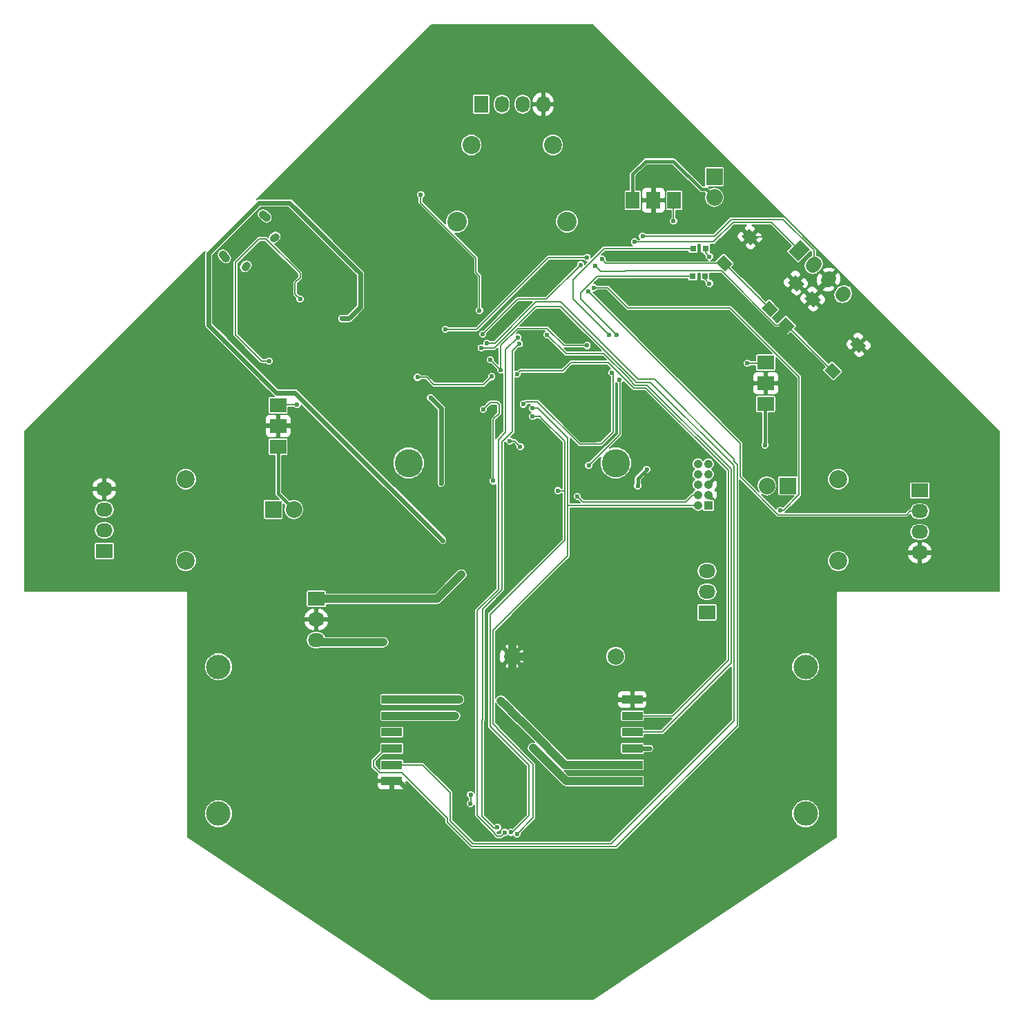
<source format=gbr>
G04 #@! TF.FileFunction,Copper,L2,Bot,Signal*
%FSLAX46Y46*%
G04 Gerber Fmt 4.6, Leading zero omitted, Abs format (unit mm)*
G04 Created by KiCad (PCBNEW (2015-07-04 BZR 5884, Git c1bbf3e)-product) date 02/05/2016 12:26:27 PM*
%MOMM*%
G01*
G04 APERTURE LIST*
%ADD10C,0.100000*%
%ADD11C,0.950000*%
%ADD12C,1.000000*%
%ADD13C,3.450000*%
%ADD14C,2.000000*%
%ADD15C,2.400000*%
%ADD16R,2.032000X2.032000*%
%ADD17O,2.032000X2.032000*%
%ADD18R,2.032000X1.727200*%
%ADD19O,2.032000X1.727200*%
%ADD20R,1.727200X2.032000*%
%ADD21C,2.200000*%
%ADD22O,1.727200X2.032000*%
%ADD23R,1.050000X1.050000*%
%ADD24C,1.050000*%
%ADD25R,0.797560X0.797560*%
%ADD26C,1.727200*%
%ADD27C,3.000000*%
%ADD28R,2.500000X1.000000*%
%ADD29C,0.600000*%
%ADD30C,0.890000*%
%ADD31C,0.200000*%
%ADD32C,0.600000*%
%ADD33C,0.400000*%
%ADD34C,0.150000*%
G04 APERTURE END LIST*
D10*
D11*
X110979352Y-126230413D02*
X110767220Y-126442545D01*
X107443818Y-129765947D02*
X107231686Y-129978079D01*
D12*
X109476750Y-123525730D02*
X109865658Y-123914638D01*
X104527003Y-128475478D02*
X104915911Y-128864386D01*
D13*
X152700000Y-154000000D03*
D14*
X140000000Y-177720000D03*
X152700000Y-177720000D03*
D13*
X127300000Y-154000000D03*
D15*
X133270000Y-124400000D03*
X146730000Y-124400000D03*
D16*
X110700000Y-159700000D03*
D17*
X113240000Y-159700000D03*
D16*
X173800000Y-156800000D03*
D17*
X171260000Y-156800000D03*
D16*
X164800000Y-118900000D03*
D17*
X164800000Y-121440000D03*
D18*
X163900000Y-172340000D03*
D19*
X163900000Y-169800000D03*
X163900000Y-167260000D03*
D18*
X111300000Y-146920000D03*
X111300000Y-149460000D03*
X111300000Y-152000000D03*
D20*
X159880000Y-121800000D03*
X157340000Y-121800000D03*
X154800000Y-121800000D03*
D18*
X171100000Y-141700000D03*
X171100000Y-144240000D03*
X171100000Y-146780000D03*
D21*
X100000000Y-166000000D03*
X100000000Y-156000000D03*
D18*
X90000000Y-164810000D03*
D19*
X90000000Y-162270000D03*
X90000000Y-159730000D03*
X90000000Y-157190000D03*
D20*
X136190000Y-110000000D03*
D22*
X138730000Y-110000000D03*
X141270000Y-110000000D03*
X143810000Y-110000000D03*
D18*
X190000000Y-157380000D03*
D19*
X190000000Y-159920000D03*
X190000000Y-162460000D03*
X190000000Y-165000000D03*
D23*
X164070000Y-159200000D03*
D24*
X164070000Y-157930000D03*
X164070000Y-156660000D03*
X164070000Y-155390000D03*
X164070000Y-154120000D03*
X162800000Y-157930000D03*
X162800000Y-156660000D03*
X162800000Y-155390000D03*
X162800000Y-154120000D03*
X162800000Y-159200000D03*
D25*
X162201400Y-127700000D03*
X163700000Y-127700000D03*
X162150700Y-131100000D03*
X163649300Y-131100000D03*
D10*
G36*
X175852855Y-133808132D02*
X176772094Y-132888893D01*
X177868109Y-133984908D01*
X176948870Y-134904147D01*
X175852855Y-133808132D01*
X175852855Y-133808132D01*
G37*
G36*
X172670874Y-136990113D02*
X173590113Y-136070874D01*
X174686128Y-137166889D01*
X173766889Y-138086128D01*
X172670874Y-136990113D01*
X172670874Y-136990113D01*
G37*
G36*
X178292373Y-142611612D02*
X179211612Y-141692373D01*
X180307627Y-142788388D01*
X179388388Y-143707627D01*
X178292373Y-142611612D01*
X178292373Y-142611612D01*
G37*
G36*
X181474354Y-139429631D02*
X182393593Y-138510392D01*
X183489608Y-139606407D01*
X182570369Y-140525646D01*
X181474354Y-139429631D01*
X181474354Y-139429631D01*
G37*
G36*
X168172614Y-126209872D02*
X169091853Y-125290633D01*
X170187868Y-126386648D01*
X169268629Y-127305887D01*
X168172614Y-126209872D01*
X168172614Y-126209872D01*
G37*
G36*
X164990633Y-129391853D02*
X165909872Y-128472614D01*
X167005887Y-129568629D01*
X166086648Y-130487868D01*
X164990633Y-129391853D01*
X164990633Y-129391853D01*
G37*
G36*
X170612132Y-135013352D02*
X171531371Y-134094113D01*
X172627386Y-135190128D01*
X171708147Y-136109367D01*
X170612132Y-135013352D01*
X170612132Y-135013352D01*
G37*
G36*
X173794113Y-131831371D02*
X174713352Y-130912132D01*
X175809367Y-132008147D01*
X174890128Y-132927386D01*
X173794113Y-131831371D01*
X173794113Y-131831371D01*
G37*
G36*
X175100135Y-129236976D02*
X173878820Y-128015661D01*
X175315661Y-126578820D01*
X176536976Y-127800135D01*
X175100135Y-129236976D01*
X175100135Y-129236976D01*
G37*
D26*
X176896186Y-129811712D02*
X177111712Y-129596186D01*
X178692237Y-131607763D02*
X178907763Y-131392237D01*
X180488289Y-133403815D02*
X180703815Y-133188289D01*
D18*
X116000000Y-170660000D03*
D19*
X116000000Y-173200000D03*
X116000000Y-175740000D03*
D21*
X145000000Y-115000000D03*
X135000000Y-115000000D03*
X180000000Y-166000000D03*
X180000000Y-156000000D03*
D27*
X104000000Y-197000000D03*
D28*
X125250000Y-183000000D03*
X125250000Y-185000000D03*
X125250000Y-187000000D03*
X125250000Y-189000000D03*
X125250000Y-191000000D03*
X125250000Y-193000000D03*
D27*
X104000000Y-179000000D03*
X176000000Y-179000000D03*
D28*
X154750000Y-193000000D03*
X154750000Y-191000000D03*
X154750000Y-189000000D03*
X154750000Y-187000000D03*
X154750000Y-185000000D03*
X154750000Y-183000000D03*
D27*
X176000000Y-197000000D03*
D29*
X134875000Y-195775000D03*
X134925000Y-194675000D03*
X138400000Y-150000000D03*
X139600000Y-132400000D03*
X139600000Y-132400000D03*
X141000000Y-133300000D03*
X141000000Y-133300000D03*
X146500000Y-138800000D03*
X183700000Y-140800000D03*
X183700000Y-140800000D03*
X183700000Y-138400000D03*
X183700000Y-138400000D03*
X178500000Y-134800000D03*
X178500000Y-134800000D03*
X161200000Y-128980231D03*
X161300000Y-132400000D03*
X161300000Y-132400000D03*
X170800000Y-123200000D03*
X170800000Y-123200000D03*
X171400000Y-125700000D03*
X139850000Y-196650000D03*
X137800000Y-195100000D03*
X137800000Y-195100000D03*
X137400000Y-197300000D03*
X137400000Y-197300000D03*
X137400000Y-197300000D03*
X137400000Y-196400000D03*
X132790000Y-146230000D03*
X132790000Y-146230000D03*
X134110000Y-151180000D03*
X136080000Y-151130000D03*
X128920000Y-158690000D03*
X128920000Y-158690000D03*
X126630000Y-146120000D03*
X128820000Y-146060000D03*
X128820000Y-146060000D03*
X140440000Y-150600000D03*
X140440000Y-150600000D03*
X137890000Y-147150000D03*
X137890000Y-147150000D03*
X150020000Y-142510000D03*
X150020000Y-142510000D03*
X149380000Y-152310000D03*
X149380000Y-152310000D03*
X150640000Y-151100000D03*
X150640000Y-151100000D03*
X109540000Y-130420000D03*
X109540000Y-130420000D03*
X107460000Y-143170000D03*
X107190000Y-138010000D03*
X107190000Y-138010000D03*
X144590000Y-141980000D03*
X131475000Y-143475000D03*
X152955631Y-183000000D03*
X152045482Y-183000000D03*
X151075000Y-183025000D03*
X150150000Y-183000000D03*
X126978052Y-193878052D03*
X122200000Y-193300000D03*
X122375000Y-194725000D03*
X127400000Y-194300000D03*
X108050000Y-126475000D03*
X107325000Y-127175000D03*
X115950000Y-132725000D03*
X114875000Y-133475000D03*
X114025000Y-132675000D03*
X109150000Y-149170000D03*
X109150000Y-149170000D03*
X113380000Y-149100000D03*
X113380000Y-149100000D03*
X146100000Y-136250000D03*
X147270000Y-137100000D03*
X163320000Y-137110000D03*
X163320000Y-137110000D03*
X164400000Y-138270000D03*
X173530000Y-144230000D03*
X173530000Y-144230000D03*
X168590000Y-144270000D03*
X149200000Y-139600000D03*
X149200000Y-139600000D03*
X137321078Y-141328922D03*
X138600000Y-142600000D03*
X130000000Y-146000000D03*
X130000000Y-146000000D03*
X131300000Y-149200000D03*
X131300000Y-149200000D03*
X131300000Y-156500000D03*
X156900000Y-189000000D03*
X156900000Y-189000000D03*
X125000000Y-187000000D03*
D30*
X124200000Y-176000000D03*
X124200000Y-176000000D03*
D29*
X171000000Y-151800000D03*
X171000000Y-151800000D03*
X113619258Y-146825000D03*
X113639115Y-146825000D03*
X168825000Y-141775000D03*
X168825000Y-141775000D03*
X159800000Y-124325000D03*
X159800000Y-124325000D03*
D30*
X144504068Y-190879068D03*
X143835457Y-190210457D03*
X143177293Y-189552293D03*
X142575000Y-188950000D03*
X141559300Y-186059300D03*
X140325000Y-184825000D03*
X139318355Y-183818355D03*
X138625000Y-183125000D03*
D29*
X144286084Y-138286084D03*
X144286084Y-138286084D03*
X144286084Y-138286084D03*
X144286084Y-138286084D03*
X140606057Y-143100000D03*
X140606057Y-143100000D03*
X140606057Y-143100000D03*
D30*
X133500000Y-183000000D03*
X132761632Y-183000000D03*
X131837947Y-183000000D03*
X131006630Y-183000000D03*
X130082945Y-183000000D03*
X133000000Y-185000000D03*
X131456888Y-185000000D03*
X130383888Y-185000000D03*
X129268533Y-185000000D03*
X128209651Y-185000000D03*
D29*
X136900000Y-139300000D03*
X136900000Y-139300000D03*
X136900000Y-139300000D03*
X136200000Y-139900000D03*
X136200000Y-139900000D03*
X110200000Y-141500000D03*
X114000000Y-133900000D03*
X137500000Y-143400000D03*
X137500000Y-143400000D03*
X128400000Y-143500000D03*
X128400000Y-143500000D03*
X128400000Y-143500000D03*
X138200000Y-198700000D03*
X138200000Y-198700000D03*
X140900000Y-139400000D03*
X140900000Y-139400000D03*
X140700000Y-138600000D03*
X140700000Y-138600000D03*
X139100000Y-199300000D03*
X139100000Y-199300000D03*
X148000000Y-158100000D03*
X148000000Y-158100000D03*
X139878855Y-199293959D03*
X139878855Y-199293959D03*
X142500000Y-148300000D03*
X142500000Y-148300000D03*
X145600000Y-157400000D03*
X145600000Y-157400000D03*
X141000000Y-152000000D03*
X141000000Y-152000000D03*
X139700000Y-151300000D03*
X142499990Y-147300000D03*
X142499990Y-147300000D03*
X140600000Y-199500000D03*
X140600000Y-199500000D03*
X128800000Y-121100000D03*
X128800000Y-121100000D03*
X136000000Y-135300000D03*
X152261084Y-142938916D03*
X152261084Y-142938916D03*
X151900000Y-138300000D03*
X151900000Y-138300000D03*
X141367457Y-146799990D03*
X141367457Y-146799990D03*
X164200000Y-128700000D03*
X164200000Y-128700000D03*
X153161084Y-143838916D03*
X153161084Y-143838916D03*
X152800000Y-138300000D03*
X149400000Y-154300000D03*
X137700000Y-156200000D03*
X136464248Y-147425699D03*
X164200000Y-132000000D03*
X164200000Y-132000000D03*
X150200000Y-129800000D03*
X148400000Y-129700000D03*
X136400000Y-138200000D03*
X151000000Y-129000000D03*
X151000000Y-129000000D03*
X149200000Y-128800000D03*
X131800000Y-137600000D03*
X155000000Y-126900000D03*
X155000000Y-126900000D03*
X155000000Y-126900000D03*
X155000000Y-126900000D03*
X156000000Y-126200000D03*
X149378126Y-133000010D03*
X172900000Y-159800000D03*
X172900000Y-159800000D03*
X150000000Y-132500000D03*
D30*
X133800000Y-167700000D03*
X133800000Y-167700000D03*
X133800000Y-167700000D03*
X133800000Y-167700000D03*
D29*
X156500000Y-154800000D03*
X155400000Y-156800000D03*
X131500000Y-163500000D03*
X131500000Y-163500000D03*
X119100000Y-136300000D03*
X119100000Y-136300000D03*
X119100000Y-136300000D03*
X119100000Y-136300000D03*
X119100000Y-136300000D03*
X119100000Y-136300000D03*
X119100000Y-136300000D03*
X119100000Y-136300000D03*
X104812080Y-139112080D03*
X109296086Y-143596086D03*
D31*
X134925000Y-194675000D02*
X134925000Y-195725000D01*
X134925000Y-195725000D02*
X134875000Y-195775000D01*
D12*
X140000000Y-176305787D02*
X140000000Y-175600000D01*
X140000000Y-177720000D02*
X140000000Y-176305787D01*
X140000000Y-179134213D02*
X140000000Y-180000000D01*
X140000000Y-177720000D02*
X140000000Y-179134213D01*
X141434213Y-177700000D02*
X142200000Y-177700000D01*
X140000000Y-177720000D02*
X141414213Y-177720000D01*
X141414213Y-177720000D02*
X141434213Y-177700000D01*
D31*
X126630000Y-146120000D02*
X125429492Y-147320508D01*
X125429492Y-147320508D02*
X125374999Y-147375001D01*
X128920000Y-158690000D02*
X125000000Y-154770000D01*
X125000000Y-154770000D02*
X125000000Y-147750000D01*
X125000000Y-147750000D02*
X125429492Y-147320508D01*
X182481981Y-139518019D02*
X182481981Y-139581981D01*
X182481981Y-139581981D02*
X183700000Y-140800000D01*
X182481981Y-139518019D02*
X182581981Y-139518019D01*
X182581981Y-139518019D02*
X183700000Y-138400000D01*
X176860482Y-133896520D02*
X177763962Y-134800000D01*
X177763962Y-134800000D02*
X178500000Y-134800000D01*
X176860482Y-133896520D02*
X178800000Y-131957002D01*
X178800000Y-131957002D02*
X178800000Y-131500000D01*
X174801740Y-131919759D02*
X176778501Y-133896520D01*
X176778501Y-133896520D02*
X176860482Y-133896520D01*
X169180241Y-126298260D02*
X170801740Y-126298260D01*
X170801740Y-126298260D02*
X171400000Y-125700000D01*
X137400000Y-196400000D02*
X137400000Y-197300000D01*
X134110000Y-151180000D02*
X132790000Y-149860000D01*
X132790000Y-149860000D02*
X132790000Y-146230000D01*
X137890000Y-147150000D02*
X136080000Y-148960000D01*
X136080000Y-148960000D02*
X136080000Y-151130000D01*
X150020000Y-142510000D02*
X150020000Y-142500000D01*
D32*
X155000000Y-183000000D02*
X152955631Y-183000000D01*
X152955631Y-183000000D02*
X152045482Y-183000000D01*
X152045482Y-183000000D02*
X150150000Y-183000000D01*
X126978052Y-193878052D02*
X127400000Y-194300000D01*
X126553317Y-193453317D02*
X126978052Y-193878052D01*
X125000000Y-193000000D02*
X126100000Y-193000000D01*
X126100000Y-193000000D02*
X126553317Y-193453317D01*
X122375000Y-193475000D02*
X122200000Y-193300000D01*
X122375000Y-194725000D02*
X122375000Y-193475000D01*
D31*
X107325000Y-127175000D02*
X107350000Y-127175000D01*
X107350000Y-127175000D02*
X108050000Y-126475000D01*
X114025000Y-132675000D02*
X114075000Y-132675000D01*
X114075000Y-132675000D02*
X114875000Y-133475000D01*
X111300000Y-149200000D02*
X109180000Y-149200000D01*
X109180000Y-149200000D02*
X109150000Y-149170000D01*
X111300000Y-149200000D02*
X113280000Y-149200000D01*
X113280000Y-149200000D02*
X113380000Y-149100000D01*
X147270000Y-137100000D02*
X146950000Y-137100000D01*
X146950000Y-137100000D02*
X146100000Y-136250000D01*
X164400000Y-138270000D02*
X164400000Y-138190000D01*
X164400000Y-138190000D02*
X163320000Y-137110000D01*
X171100000Y-144240000D02*
X173520000Y-144240000D01*
X173520000Y-144240000D02*
X173530000Y-144230000D01*
X171100000Y-144240000D02*
X168620000Y-144240000D01*
X168620000Y-144240000D02*
X168590000Y-144270000D01*
X138600000Y-142600000D02*
X138600000Y-139589976D01*
X138600000Y-139589976D02*
X140689976Y-137500000D01*
X140689976Y-137500000D02*
X144300000Y-137500000D01*
X144300000Y-137500000D02*
X146400000Y-139600000D01*
X146400000Y-139600000D02*
X149200000Y-139600000D01*
X138600000Y-142600000D02*
X138592156Y-142600000D01*
X138592156Y-142600000D02*
X137321078Y-141328922D01*
D32*
X131300000Y-149200000D02*
X131300000Y-147300000D01*
X131300000Y-147300000D02*
X130000000Y-146000000D01*
X131300000Y-156500000D02*
X131300000Y-149200000D01*
X156900000Y-189000000D02*
X155000000Y-189000000D01*
D12*
X124200000Y-176000000D02*
X116260000Y-176000000D01*
X116260000Y-176000000D02*
X116000000Y-175740000D01*
D33*
X111300000Y-151740000D02*
X111300000Y-157760000D01*
X111300000Y-157760000D02*
X113240000Y-159700000D01*
X171000000Y-151800000D02*
X171000000Y-146880000D01*
X171000000Y-146880000D02*
X171100000Y-146780000D01*
X156400000Y-117000000D02*
X154800000Y-118600000D01*
X154800000Y-118600000D02*
X154800000Y-121800000D01*
X159800000Y-117000000D02*
X156400000Y-117000000D01*
X163224001Y-120424001D02*
X159800000Y-117000000D01*
X164800000Y-121440000D02*
X163784001Y-120424001D01*
X163784001Y-120424001D02*
X163224001Y-120424001D01*
D31*
X113825000Y-146825000D02*
X111465000Y-146825000D01*
X111465000Y-146825000D02*
X111300000Y-146660000D01*
X168825000Y-141775000D02*
X171025000Y-141775000D01*
X171025000Y-141775000D02*
X171100000Y-141700000D01*
X159800000Y-124325000D02*
X159800000Y-121880000D01*
X159800000Y-121880000D02*
X159880000Y-121800000D01*
D12*
X146625000Y-193000000D02*
X144504068Y-190879068D01*
X143835457Y-190210457D02*
X144504068Y-190879068D01*
X143835457Y-190210457D02*
X143177293Y-189552293D01*
X143177293Y-189552293D02*
X142575000Y-188950000D01*
X146944351Y-193000000D02*
X146625000Y-193000000D01*
X155000000Y-193000000D02*
X146944351Y-193000000D01*
X141559300Y-186059300D02*
X140325000Y-184825000D01*
X142500000Y-187000000D02*
X141559300Y-186059300D01*
X139318355Y-183818355D02*
X140325000Y-184825000D01*
X139318355Y-183818355D02*
X138625000Y-183125000D01*
X146500000Y-191000000D02*
X142500000Y-187000000D01*
X155000000Y-191000000D02*
X146500000Y-191000000D01*
D31*
X166850010Y-178549990D02*
X158400000Y-187000000D01*
X158400000Y-187000000D02*
X155000000Y-187000000D01*
X156549990Y-144449990D02*
X166850010Y-154750010D01*
X166850010Y-154750010D02*
X166850010Y-178549990D01*
X154400000Y-143751986D02*
X154400000Y-143800000D01*
X154400000Y-143800000D02*
X155049990Y-144449990D01*
X155049990Y-144449990D02*
X156549990Y-144449990D01*
X155500000Y-187000000D02*
X155000000Y-187000000D01*
X151248014Y-140600000D02*
X154400000Y-143751986D01*
X144286084Y-138286084D02*
X146600000Y-140600000D01*
X146600000Y-140600000D02*
X151248014Y-140600000D01*
X141000000Y-142700000D02*
X140606057Y-143093943D01*
X140606057Y-143093943D02*
X140606057Y-143100000D01*
X146600000Y-142300000D02*
X146200000Y-142700000D01*
X146200000Y-142700000D02*
X141000000Y-142700000D01*
X146600000Y-142300000D02*
X147200000Y-141700000D01*
X147200000Y-141700000D02*
X151800000Y-141700000D01*
X151800000Y-141700000D02*
X154900000Y-144800000D01*
X154900000Y-144800000D02*
X156400000Y-144800000D01*
X166500000Y-178200000D02*
X159700000Y-185000000D01*
X156400000Y-144800000D02*
X166500000Y-154900000D01*
X166500000Y-154900000D02*
X166500000Y-178200000D01*
X159700000Y-185000000D02*
X155000000Y-185000000D01*
X156200000Y-185000000D02*
X155000000Y-185000000D01*
X155000000Y-185000000D02*
X155500000Y-185000000D01*
D12*
X132761632Y-183000000D02*
X133500000Y-183000000D01*
X131837947Y-183000000D02*
X132761632Y-183000000D01*
X131006630Y-183000000D02*
X131837947Y-183000000D01*
X130082945Y-183000000D02*
X131006630Y-183000000D01*
X125000000Y-183000000D02*
X130082945Y-183000000D01*
X128209651Y-185000000D02*
X129268533Y-185000000D01*
X130383888Y-185000000D02*
X133000000Y-185000000D01*
X131456888Y-185000000D02*
X133000000Y-185000000D01*
X129268533Y-185000000D02*
X130383888Y-185000000D01*
X125000000Y-185000000D02*
X128209651Y-185000000D01*
D31*
X136900000Y-139300000D02*
X137900000Y-139300000D01*
X123000000Y-191200000D02*
X123000000Y-190500000D01*
X137900000Y-139300000D02*
X142949989Y-134250011D01*
X167200000Y-153805012D02*
X167600000Y-154205012D01*
X132049990Y-198044978D02*
X132049990Y-197599990D01*
X142949989Y-134250011D02*
X145950011Y-134250011D01*
X167600000Y-154205012D02*
X167600000Y-186200000D01*
X145950011Y-134250011D02*
X155449970Y-143749970D01*
X157449970Y-143749970D02*
X167200000Y-153500000D01*
X155449970Y-143749970D02*
X157449970Y-143749970D01*
X135055022Y-201050010D02*
X132049990Y-198044978D01*
X124500000Y-189000000D02*
X125000000Y-189000000D01*
X167200000Y-153500000D02*
X167200000Y-153805012D01*
X167600000Y-186200000D02*
X152749990Y-201050010D01*
X152749990Y-201050010D02*
X135055022Y-201050010D01*
X126450000Y-192000000D02*
X123800000Y-192000000D01*
X132049990Y-197599990D02*
X126450000Y-192000000D01*
X123800000Y-192000000D02*
X123000000Y-191200000D01*
X123000000Y-190500000D02*
X124500000Y-189000000D01*
X136200000Y-139900000D02*
X137794988Y-139900000D01*
X155097494Y-143997494D02*
X155199980Y-144099980D01*
X137794988Y-139900000D02*
X142894988Y-134800000D01*
X142894988Y-134800000D02*
X145943002Y-134800000D01*
X145943002Y-134800000D02*
X155097494Y-143954492D01*
X135200000Y-200700000D02*
X132400000Y-197900000D01*
X155097494Y-143954492D02*
X155097494Y-143997494D01*
X155199980Y-144099980D02*
X156999980Y-144099980D01*
X156999980Y-144099980D02*
X167200020Y-154300020D01*
X132400000Y-194400000D02*
X129000000Y-191000000D01*
X167200020Y-154300020D02*
X167200020Y-185599980D01*
X167200020Y-185599980D02*
X152100000Y-200700000D01*
X152100000Y-200700000D02*
X135200000Y-200700000D01*
X132400000Y-197900000D02*
X132400000Y-194400000D01*
X129000000Y-191000000D02*
X125000000Y-191000000D01*
X124500000Y-191000000D02*
X125000000Y-191000000D01*
X110200000Y-141500000D02*
X109300000Y-141500000D01*
X109300000Y-141500000D02*
X106100000Y-138300000D01*
X106100000Y-138300000D02*
X106100000Y-129400000D01*
X106100000Y-129400000D02*
X108994620Y-126505380D01*
X108994620Y-126505380D02*
X109804735Y-126505380D01*
X109804735Y-126505380D02*
X114000000Y-130700645D01*
X113400000Y-133300000D02*
X114000000Y-133900000D01*
X114000000Y-130700645D02*
X114000000Y-131300000D01*
X114000000Y-131300000D02*
X113400000Y-131900000D01*
X113400000Y-131900000D02*
X113400000Y-133300000D01*
X130400000Y-144400000D02*
X136500000Y-144400000D01*
X136500000Y-144400000D02*
X137500000Y-143400000D01*
X129500000Y-143500000D02*
X130400000Y-144400000D01*
X128400000Y-143500000D02*
X129500000Y-143500000D01*
X140056047Y-140243953D02*
X140900000Y-139400000D01*
X138800000Y-169500000D02*
X138800000Y-151372029D01*
X140056047Y-140243953D02*
X140056047Y-150129951D01*
X140056047Y-150129951D02*
X138813969Y-151372029D01*
X138813969Y-151372029D02*
X138800000Y-151372029D01*
X138200000Y-198700000D02*
X137949984Y-198700000D01*
X137949984Y-198700000D02*
X137924992Y-198724992D01*
X136400000Y-185095178D02*
X136400000Y-171900000D01*
X136400000Y-171900000D02*
X138800000Y-169500000D01*
X136300020Y-197300020D02*
X136300020Y-185548516D01*
X136300020Y-185548516D02*
X136400000Y-185448536D01*
X137924992Y-198724992D02*
X137724992Y-198724992D01*
X137724992Y-198724992D02*
X136300020Y-197300020D01*
X136400000Y-185200000D02*
X136400000Y-185095178D01*
X136400000Y-185448536D02*
X136400000Y-185095178D01*
X139100000Y-199300000D02*
X138649999Y-199750001D01*
X138300000Y-169505012D02*
X138300000Y-151130002D01*
X138300000Y-151130002D02*
X139199999Y-150230003D01*
X139199999Y-150230003D02*
X139199999Y-140100001D01*
X138649999Y-199750001D02*
X138135999Y-199750001D01*
X138135999Y-199750001D02*
X137849999Y-199464001D01*
X137849999Y-199464001D02*
X137849999Y-199349999D01*
X137849999Y-199349999D02*
X136301074Y-197801074D01*
X136301074Y-197801074D02*
X136301074Y-197796062D01*
X136301074Y-197796062D02*
X135700000Y-197194988D01*
X135700000Y-197194988D02*
X135700000Y-172105012D01*
X135700000Y-172105012D02*
X138300000Y-169505012D01*
X139199999Y-140100001D02*
X140700000Y-138600000D01*
X148800000Y-158800000D02*
X148700000Y-158800000D01*
X148700000Y-158800000D02*
X148000000Y-158100000D01*
X139878855Y-199293959D02*
X139992039Y-199293959D01*
X139992039Y-199293959D02*
X142044647Y-197241351D01*
X142044647Y-197241351D02*
X142044647Y-191044647D01*
X142044647Y-191044647D02*
X137300000Y-186300000D01*
X137300000Y-186300000D02*
X137300000Y-172600000D01*
X137300000Y-172600000D02*
X146449990Y-163450010D01*
X146449990Y-160391188D02*
X146452265Y-157400000D01*
X146449990Y-163450010D02*
X146449990Y-160391188D01*
X143695798Y-148595798D02*
X146452265Y-151352265D01*
X142500000Y-148300000D02*
X143400000Y-148300000D01*
X143400000Y-148300000D02*
X143695798Y-148595798D01*
X146452265Y-151352265D02*
X146452265Y-157400000D01*
X146452265Y-157400000D02*
X145600000Y-157400000D01*
X161300000Y-158800000D02*
X148800000Y-158800000D01*
X162930000Y-157940000D02*
X162160000Y-157940000D01*
X162160000Y-157940000D02*
X161300000Y-158800000D01*
X139700000Y-151300000D02*
X140300000Y-151300000D01*
X140300000Y-151300000D02*
X141000000Y-152000000D01*
X146800280Y-163690834D02*
X146800280Y-165399720D01*
X146800280Y-163460433D02*
X146800280Y-163690834D01*
X146802273Y-163592715D02*
X146802273Y-163450203D01*
X146802273Y-163450203D02*
X146802273Y-150902273D01*
X146800280Y-163690834D02*
X146800280Y-163452196D01*
X146800280Y-163452196D02*
X146802273Y-163450203D01*
X162930000Y-159210000D02*
X146819074Y-159210000D01*
X146819074Y-159210000D02*
X146807675Y-159221399D01*
X146800280Y-165399720D02*
X137650010Y-174549990D01*
X137650010Y-174549990D02*
X137650010Y-185950010D01*
X146807675Y-159221399D02*
X146800889Y-159221399D01*
X137650010Y-185950010D02*
X138178007Y-186478007D01*
X142600000Y-190975722D02*
X142600000Y-197500000D01*
X146800889Y-159221399D02*
X146800280Y-163460433D01*
X138178007Y-186478007D02*
X138178007Y-186553729D01*
X138178007Y-186553729D02*
X142600000Y-190975722D01*
X142600000Y-197500000D02*
X140600000Y-199500000D01*
X146802273Y-150902273D02*
X146802273Y-151124145D01*
X146802273Y-151124145D02*
X146800000Y-151126418D01*
X146802273Y-150902273D02*
X143200000Y-147300000D01*
X143200000Y-147300000D02*
X142499990Y-147300000D01*
X142499990Y-147300000D02*
X142973582Y-147300000D01*
X135575736Y-128875000D02*
X135575736Y-130654976D01*
X135575736Y-128875000D02*
X128800000Y-122099264D01*
X128800000Y-122099264D02*
X128800000Y-121100000D01*
X136000000Y-135300000D02*
X136000000Y-131079240D01*
X135575736Y-130654976D02*
X136000000Y-131079240D01*
X152400001Y-150199999D02*
X152400001Y-143077833D01*
X152400001Y-143077833D02*
X152261084Y-142938916D01*
X150949999Y-151650001D02*
X152400001Y-150199999D01*
X148300000Y-151700000D02*
X150400000Y-151700000D01*
X150400000Y-151700000D02*
X150449999Y-151650001D01*
X150449999Y-151650001D02*
X150949999Y-151650001D01*
X151900000Y-138300000D02*
X147500000Y-133900000D01*
X147500000Y-133900000D02*
X147500000Y-131500000D01*
X147500000Y-131500000D02*
X151300000Y-127700000D01*
X151300000Y-127700000D02*
X161602620Y-127700000D01*
X161602620Y-127700000D02*
X162201400Y-127700000D01*
X143099989Y-146499989D02*
X148300000Y-151700000D01*
X141367457Y-146799990D02*
X141667458Y-146499989D01*
X141667458Y-146499989D02*
X143099989Y-146499989D01*
X163700000Y-127700000D02*
X163700000Y-128200000D01*
X163700000Y-128200000D02*
X164200000Y-128700000D01*
X153200010Y-150499990D02*
X153200010Y-143877842D01*
X153200010Y-143877842D02*
X153161084Y-143838916D01*
X137700000Y-156200000D02*
X137700000Y-148661451D01*
X137700000Y-148661451D02*
X138440001Y-147921450D01*
X138440001Y-147921450D02*
X138440001Y-146885999D01*
X138440001Y-146885999D02*
X138154001Y-146599999D01*
X138154001Y-146599999D02*
X137289948Y-146599999D01*
X137289948Y-146599999D02*
X137239948Y-146649999D01*
X137239948Y-146649999D02*
X136464248Y-147425699D01*
X152800000Y-138300000D02*
X148400000Y-133900000D01*
X148400000Y-133164134D02*
X150464134Y-131100000D01*
X148400000Y-133900000D02*
X148400000Y-133164134D01*
X150464134Y-131100000D02*
X161551920Y-131100000D01*
X161551920Y-131100000D02*
X162150700Y-131100000D01*
X149400000Y-154300000D02*
X153200010Y-150499990D01*
X163649300Y-131100000D02*
X163649300Y-131449300D01*
X163649300Y-131449300D02*
X164200000Y-132000000D01*
X150200000Y-129800000D02*
X150901219Y-130501219D01*
X150901219Y-130501219D02*
X153801219Y-130501219D01*
X153801219Y-130501219D02*
X153851219Y-130451219D01*
X153851219Y-130451219D02*
X165696430Y-130451219D01*
X165696430Y-130451219D02*
X172323712Y-137078501D01*
X172323712Y-137078501D02*
X172659262Y-137078501D01*
X172659262Y-137078501D02*
X173678501Y-137078501D01*
X179300000Y-142700000D02*
X178681283Y-142081283D01*
X178681283Y-142081283D02*
X173678501Y-137078501D01*
X136400000Y-138200000D02*
X140699999Y-133900001D01*
X140699999Y-133900001D02*
X144199999Y-133900001D01*
X144199999Y-133900001D02*
X148400000Y-129700000D01*
X151000000Y-129000000D02*
X151408479Y-129408479D01*
X151408479Y-129408479D02*
X151480241Y-129480241D01*
X165998260Y-129480241D02*
X164979021Y-129480241D01*
X164979021Y-129480241D02*
X164929030Y-129530232D01*
X164929030Y-129530232D02*
X151530232Y-129530232D01*
X151530232Y-129530232D02*
X151408479Y-129408479D01*
X165998260Y-129480241D02*
X171619759Y-135101740D01*
X131800000Y-137600000D02*
X135659998Y-137600000D01*
X135659998Y-137600000D02*
X144459998Y-128800000D01*
X144459998Y-128800000D02*
X149200000Y-128800000D01*
X167100000Y-124500000D02*
X171800000Y-124500000D01*
X171800000Y-124500000D02*
X175207898Y-127907898D01*
X164700000Y-126900000D02*
X167100000Y-124500000D01*
X155000000Y-126900000D02*
X164700000Y-126900000D01*
X156000000Y-126200000D02*
X164800000Y-126200000D01*
X164800000Y-126200000D02*
X166850010Y-124149990D01*
X166850010Y-124149990D02*
X173240400Y-124149990D01*
X173240400Y-124149990D02*
X177003949Y-127913539D01*
X177003949Y-127913539D02*
X177003949Y-129703949D01*
X149378126Y-133000010D02*
X167950010Y-151571894D01*
X167950010Y-151571894D02*
X167950010Y-155664012D01*
X167950010Y-155664012D02*
X172635999Y-160350001D01*
X172635999Y-160350001D02*
X188353999Y-160350001D01*
X188353999Y-160350001D02*
X188784000Y-159920000D01*
X188784000Y-159920000D02*
X190000000Y-159920000D01*
X189847600Y-159920000D02*
X190000000Y-159920000D01*
X175200000Y-143470398D02*
X175200000Y-157882002D01*
X175200000Y-157882002D02*
X173282002Y-159800000D01*
X173282002Y-159800000D02*
X172900000Y-159800000D01*
X151800000Y-132600000D02*
X154200000Y-135000000D01*
X154200000Y-135000000D02*
X166729602Y-135000000D01*
X166729602Y-135000000D02*
X175200000Y-143470398D01*
X151700000Y-132500000D02*
X151800000Y-132600000D01*
X150000000Y-132500000D02*
X151700000Y-132500000D01*
D12*
X116000000Y-170660000D02*
X130840000Y-170660000D01*
X130840000Y-170660000D02*
X133800000Y-167700000D01*
D33*
X155400000Y-156800000D02*
X155400000Y-155900000D01*
X155400000Y-155900000D02*
X156500000Y-154800000D01*
D32*
X128130356Y-160130356D02*
X131500000Y-163500000D01*
X119100000Y-136300000D02*
X120000000Y-136300000D01*
X113396399Y-145396399D02*
X128130356Y-160130356D01*
X102800000Y-137100000D02*
X104812080Y-139112080D01*
X104812080Y-139112080D02*
X109296086Y-143596086D01*
X109296086Y-143596086D02*
X111096399Y-145396399D01*
X111096399Y-145396399D02*
X113396399Y-145396399D01*
X102800000Y-128300000D02*
X102800000Y-137100000D01*
X109000000Y-122100000D02*
X102800000Y-128300000D01*
X112700000Y-122100000D02*
X109000000Y-122100000D01*
X121400000Y-130800000D02*
X112700000Y-122100000D01*
X121400000Y-134900000D02*
X121400000Y-130800000D01*
X120000000Y-136300000D02*
X121400000Y-134900000D01*
D34*
G36*
X199725000Y-150113908D02*
X199725000Y-169725000D01*
X180000000Y-169725000D01*
X179894762Y-169745933D01*
X179805546Y-169805546D01*
X179745933Y-169894762D01*
X179725000Y-170000000D01*
X179725000Y-199852825D01*
X149916736Y-219725000D01*
X130083264Y-219725000D01*
X100275000Y-199852824D01*
X100275000Y-195536763D01*
X103024142Y-195536763D01*
X102538469Y-196021590D01*
X102275300Y-196655371D01*
X102274701Y-197341618D01*
X102536763Y-197975858D01*
X103021590Y-198461531D01*
X103655371Y-198724700D01*
X104341618Y-198725299D01*
X104975858Y-198463237D01*
X105461531Y-197978410D01*
X105724700Y-197344629D01*
X105725299Y-196658382D01*
X105463237Y-196024142D01*
X104978410Y-195538469D01*
X104344629Y-195275300D01*
X103658382Y-195274701D01*
X103024142Y-195536763D01*
X100275000Y-195536763D01*
X100275000Y-193179000D01*
X123562750Y-193179000D01*
X123417000Y-193324750D01*
X123417000Y-193615966D01*
X123505756Y-193830243D01*
X123669757Y-193994244D01*
X123884034Y-194083000D01*
X124925250Y-194083000D01*
X125071000Y-193937250D01*
X125071000Y-193179000D01*
X123562750Y-193179000D01*
X100275000Y-193179000D01*
X100275000Y-186270592D01*
X124000000Y-186270592D01*
X123914208Y-186287238D01*
X123838805Y-186336769D01*
X123788331Y-186411545D01*
X123770592Y-186500000D01*
X123770592Y-187500000D01*
X123787238Y-187585792D01*
X123836769Y-187661195D01*
X123911545Y-187711669D01*
X124000000Y-187729408D01*
X126500000Y-187729408D01*
X126585792Y-187712762D01*
X126661195Y-187663231D01*
X126711669Y-187588455D01*
X126729408Y-187500000D01*
X126729408Y-186500000D01*
X126712762Y-186414208D01*
X126663231Y-186338805D01*
X126588455Y-186288331D01*
X126500000Y-186270592D01*
X124000000Y-186270592D01*
X100275000Y-186270592D01*
X100275000Y-184270592D01*
X124000000Y-184270592D01*
X123914208Y-184287238D01*
X123838805Y-184336769D01*
X123788331Y-184411545D01*
X123770592Y-184500000D01*
X123770592Y-185500000D01*
X123787238Y-185585792D01*
X123836769Y-185661195D01*
X123911545Y-185711669D01*
X124000000Y-185729408D01*
X126500000Y-185729408D01*
X126522718Y-185725000D01*
X133000000Y-185725000D01*
X133277445Y-185669813D01*
X133512652Y-185512652D01*
X133669813Y-185277445D01*
X133725000Y-185000000D01*
X133669813Y-184722555D01*
X133512652Y-184487348D01*
X133277445Y-184330187D01*
X133000000Y-184275000D01*
X126521980Y-184275000D01*
X126500000Y-184270592D01*
X124000000Y-184270592D01*
X100275000Y-184270592D01*
X100275000Y-182270592D01*
X124000000Y-182270592D01*
X123914208Y-182287238D01*
X123838805Y-182336769D01*
X123788331Y-182411545D01*
X123770592Y-182500000D01*
X123770592Y-183500000D01*
X123787238Y-183585792D01*
X123836769Y-183661195D01*
X123911545Y-183711669D01*
X124000000Y-183729408D01*
X126500000Y-183729408D01*
X126522718Y-183725000D01*
X133500000Y-183725000D01*
X133777445Y-183669813D01*
X134012652Y-183512652D01*
X134169813Y-183277445D01*
X134225000Y-183000000D01*
X134169813Y-182722555D01*
X134012652Y-182487348D01*
X133777445Y-182330187D01*
X133500000Y-182275000D01*
X126521980Y-182275000D01*
X126500000Y-182270592D01*
X124000000Y-182270592D01*
X100275000Y-182270592D01*
X100275000Y-177536763D01*
X103024142Y-177536763D01*
X102538469Y-178021590D01*
X102275300Y-178655371D01*
X102274701Y-179341618D01*
X102536763Y-179975858D01*
X103021590Y-180461531D01*
X103655371Y-180724700D01*
X104341618Y-180725299D01*
X104975858Y-180463237D01*
X105461531Y-179978410D01*
X105724700Y-179344629D01*
X105725299Y-178658382D01*
X105463237Y-178024142D01*
X104978410Y-177538469D01*
X104344629Y-177275300D01*
X103658382Y-177274701D01*
X103024142Y-177536763D01*
X100275000Y-177536763D01*
X100275000Y-174651400D01*
X115823287Y-174651400D01*
X115406698Y-174734265D01*
X115053531Y-174970244D01*
X114817552Y-175323411D01*
X114734687Y-175740000D01*
X114817552Y-176156589D01*
X115053531Y-176509756D01*
X115406698Y-176745735D01*
X115823287Y-176828600D01*
X116176713Y-176828600D01*
X116593302Y-176745735D01*
X116624334Y-176725000D01*
X124200000Y-176725000D01*
X124477445Y-176669813D01*
X124712652Y-176512652D01*
X124869813Y-176277445D01*
X124925000Y-176000000D01*
X124869813Y-175722555D01*
X124712652Y-175487348D01*
X124477445Y-175330187D01*
X124200000Y-175275000D01*
X117150101Y-175275000D01*
X116946469Y-174970244D01*
X116593302Y-174734265D01*
X116176713Y-174651400D01*
X115823287Y-174651400D01*
X100275000Y-174651400D01*
X100275000Y-173379000D01*
X114559124Y-173379000D01*
X114457792Y-173601355D01*
X114662972Y-174027803D01*
X115069933Y-174418128D01*
X115595287Y-174623004D01*
X115821000Y-174499205D01*
X115821000Y-173379000D01*
X116179000Y-173379000D01*
X116179000Y-174499205D01*
X116404713Y-174623004D01*
X116930067Y-174418128D01*
X117337028Y-174027803D01*
X117542208Y-173601355D01*
X117440876Y-173379000D01*
X116179000Y-173379000D01*
X115821000Y-173379000D01*
X115821000Y-173379000D01*
X114559124Y-173379000D01*
X100275000Y-173379000D01*
X100275000Y-171981872D01*
X115069933Y-171981872D01*
X114662972Y-172372197D01*
X114457792Y-172798645D01*
X114559124Y-173021000D01*
X115821000Y-173021000D01*
X115821000Y-171900795D01*
X116179000Y-171900795D01*
X116179000Y-173021000D01*
X117440876Y-173021000D01*
X117542208Y-172798645D01*
X117337028Y-172372197D01*
X116930067Y-171981872D01*
X116404713Y-171776996D01*
X116179000Y-171900795D01*
X115821000Y-171900795D01*
X115821000Y-171900795D01*
X115595287Y-171776996D01*
X115069933Y-171981872D01*
X100275000Y-171981872D01*
X100275000Y-170000000D01*
X100254067Y-169894762D01*
X100194454Y-169805546D01*
X100105238Y-169745933D01*
X100000000Y-169725000D01*
X80275000Y-169725000D01*
X80275000Y-169566992D01*
X114984000Y-169566992D01*
X114898208Y-169583638D01*
X114822805Y-169633169D01*
X114772331Y-169707945D01*
X114754592Y-169796400D01*
X114754592Y-171523600D01*
X114771238Y-171609392D01*
X114820769Y-171684795D01*
X114895545Y-171735269D01*
X114984000Y-171753008D01*
X117016000Y-171753008D01*
X117101792Y-171736362D01*
X117177195Y-171686831D01*
X117227669Y-171612055D01*
X117245408Y-171523600D01*
X117245408Y-171385000D01*
X130840000Y-171385000D01*
X131071415Y-171338969D01*
X131117446Y-171329813D01*
X131352652Y-171172652D01*
X134312652Y-168212653D01*
X134469812Y-167977446D01*
X134524999Y-167700000D01*
X134469812Y-167422554D01*
X134312652Y-167187348D01*
X134077446Y-167030188D01*
X133800000Y-166975001D01*
X133522554Y-167030188D01*
X100843482Y-167030188D01*
X101122625Y-166751532D01*
X101324769Y-166264715D01*
X101325229Y-165737598D01*
X101123935Y-165250428D01*
X100751532Y-164877375D01*
X100264715Y-164675231D01*
X99737598Y-164674771D01*
X99250428Y-164876065D01*
X98877375Y-165248468D01*
X98675231Y-165735285D01*
X98674771Y-166262402D01*
X98876065Y-166749572D01*
X99248468Y-167122625D01*
X99735285Y-167324769D01*
X100262402Y-167325229D01*
X100749572Y-167123935D01*
X100843482Y-167030188D01*
X133522554Y-167030188D01*
X100843482Y-167030188D01*
X100843482Y-167030188D01*
X133522554Y-167030188D01*
X133287347Y-167187348D01*
X130539696Y-169935000D01*
X117245408Y-169935000D01*
X117245408Y-169796400D01*
X117228762Y-169710608D01*
X117179231Y-169635205D01*
X117104455Y-169584731D01*
X117016000Y-169566992D01*
X114984000Y-169566992D01*
X80275000Y-169566992D01*
X80275000Y-163716992D01*
X88984000Y-163716992D01*
X88898208Y-163733638D01*
X88822805Y-163783169D01*
X88772331Y-163857945D01*
X88754592Y-163946400D01*
X88754592Y-165673600D01*
X88771238Y-165759392D01*
X88820769Y-165834795D01*
X88895545Y-165885269D01*
X88984000Y-165903008D01*
X91016000Y-165903008D01*
X91101792Y-165886362D01*
X91177195Y-165836831D01*
X91227669Y-165762055D01*
X91245408Y-165673600D01*
X91245408Y-163946400D01*
X91228762Y-163860608D01*
X91179231Y-163785205D01*
X91104455Y-163734731D01*
X91016000Y-163716992D01*
X88984000Y-163716992D01*
X80275000Y-163716992D01*
X80275000Y-161181400D01*
X89823287Y-161181400D01*
X89406698Y-161264265D01*
X89053531Y-161500244D01*
X88817552Y-161853411D01*
X88734687Y-162270000D01*
X88817552Y-162686589D01*
X89053531Y-163039756D01*
X89406698Y-163275735D01*
X89823287Y-163358600D01*
X90176713Y-163358600D01*
X90593302Y-163275735D01*
X90946469Y-163039756D01*
X91182448Y-162686589D01*
X91265313Y-162270000D01*
X91182448Y-161853411D01*
X90946469Y-161500244D01*
X90593302Y-161264265D01*
X90176713Y-161181400D01*
X89823287Y-161181400D01*
X80275000Y-161181400D01*
X80275000Y-158641400D01*
X89823287Y-158641400D01*
X89406698Y-158724265D01*
X89053531Y-158960244D01*
X88817552Y-159313411D01*
X88734687Y-159730000D01*
X88817552Y-160146589D01*
X89053531Y-160499756D01*
X89406698Y-160735735D01*
X89823287Y-160818600D01*
X90176713Y-160818600D01*
X90593302Y-160735735D01*
X90946469Y-160499756D01*
X91182448Y-160146589D01*
X91265313Y-159730000D01*
X91182448Y-159313411D01*
X90946469Y-158960244D01*
X90593302Y-158724265D01*
X90176713Y-158641400D01*
X89823287Y-158641400D01*
X80275000Y-158641400D01*
X80275000Y-157369000D01*
X88559124Y-157369000D01*
X88457792Y-157591355D01*
X88662972Y-158017803D01*
X89069933Y-158408128D01*
X89595287Y-158613004D01*
X89821000Y-158489205D01*
X89821000Y-157369000D01*
X90179000Y-157369000D01*
X89821000Y-157369000D01*
X89821000Y-157369000D01*
X90179000Y-157369000D01*
X90179000Y-158489205D01*
X90404713Y-158613004D01*
X90930067Y-158408128D01*
X91337028Y-158017803D01*
X91542208Y-157591355D01*
X91440876Y-157369000D01*
X90179000Y-157369000D01*
X89821000Y-157369000D01*
X89821000Y-157369000D01*
X88559124Y-157369000D01*
X80275000Y-157369000D01*
X80275000Y-155971872D01*
X89069933Y-155971872D01*
X88662972Y-156362197D01*
X88457792Y-156788645D01*
X88559124Y-157011000D01*
X89821000Y-157011000D01*
X89821000Y-155890795D01*
X90179000Y-155890795D01*
X89821000Y-155890795D01*
X89821000Y-155890795D01*
X90179000Y-155890795D01*
X90179000Y-157011000D01*
X91440876Y-157011000D01*
X91542208Y-156788645D01*
X91337028Y-156362197D01*
X90930067Y-155971872D01*
X90404713Y-155766996D01*
X90179000Y-155890795D01*
X89821000Y-155890795D01*
X89821000Y-155890795D01*
X89595287Y-155766996D01*
X89069933Y-155971872D01*
X80275000Y-155971872D01*
X80275000Y-154876065D01*
X99250428Y-154876065D01*
X98877375Y-155248468D01*
X98675231Y-155735285D01*
X98674771Y-156262402D01*
X98876065Y-156749572D01*
X99248468Y-157122625D01*
X99735285Y-157324769D01*
X100262402Y-157325229D01*
X100749572Y-157123935D01*
X101122625Y-156751532D01*
X101324769Y-156264715D01*
X101325229Y-155737598D01*
X101123935Y-155250428D01*
X100751532Y-154877375D01*
X100264715Y-154675231D01*
X99737598Y-154674771D01*
X99250428Y-154876065D01*
X80275000Y-154876065D01*
X80275000Y-150906992D01*
X110284000Y-150906992D01*
X110198208Y-150923638D01*
X110122805Y-150973169D01*
X110072331Y-151047945D01*
X110054592Y-151136400D01*
X110054592Y-152863600D01*
X110071238Y-152949392D01*
X110120769Y-153024795D01*
X110195545Y-153075269D01*
X110284000Y-153093008D01*
X110875000Y-153093008D01*
X110875000Y-157760000D01*
X110891974Y-157845333D01*
X110907351Y-157922641D01*
X110999480Y-158060520D01*
X111393552Y-158454592D01*
X109684000Y-158454592D01*
X109598208Y-158471238D01*
X109522805Y-158520769D01*
X109472331Y-158595545D01*
X109454592Y-158684000D01*
X109454592Y-160716000D01*
X109471238Y-160801792D01*
X109520769Y-160877195D01*
X109595545Y-160927669D01*
X109684000Y-160945408D01*
X111716000Y-160945408D01*
X111801792Y-160928762D01*
X111877195Y-160879231D01*
X111927669Y-160804455D01*
X111945408Y-160716000D01*
X111945408Y-159006448D01*
X112111999Y-159173040D01*
X112093466Y-159200777D01*
X111999000Y-159675687D01*
X111999000Y-159724313D01*
X112093466Y-160199223D01*
X112362480Y-160601833D01*
X112765090Y-160870847D01*
X113240000Y-160965313D01*
X113714910Y-160870847D01*
X114117520Y-160601833D01*
X114386534Y-160199223D01*
X114481000Y-159724313D01*
X114481000Y-159675687D01*
X114386534Y-159200777D01*
X114117520Y-158798167D01*
X113714910Y-158529153D01*
X113240000Y-158434687D01*
X112765090Y-158529153D01*
X112708204Y-158567163D01*
X111725000Y-157583960D01*
X111725000Y-153093008D01*
X112316000Y-153093008D01*
X112401792Y-153076362D01*
X112477195Y-153026831D01*
X112527669Y-152952055D01*
X112545408Y-152863600D01*
X112545408Y-151136400D01*
X112528762Y-151050608D01*
X112479231Y-150975205D01*
X112404455Y-150924731D01*
X112316000Y-150906992D01*
X110284000Y-150906992D01*
X80275000Y-150906992D01*
X80275000Y-150113908D01*
X80749908Y-149639000D01*
X109846750Y-149639000D01*
X109701000Y-149784750D01*
X109701000Y-150439566D01*
X109789756Y-150653843D01*
X109953757Y-150817844D01*
X110168034Y-150906600D01*
X110975250Y-150906600D01*
X111121000Y-150760850D01*
X111121000Y-149639000D01*
X111479000Y-149639000D01*
X111121000Y-149639000D01*
X111121000Y-149639000D01*
X111479000Y-149639000D01*
X111479000Y-150760850D01*
X111624750Y-150906600D01*
X112431966Y-150906600D01*
X112646243Y-150817844D01*
X112810244Y-150653843D01*
X112899000Y-150439566D01*
X112899000Y-149784750D01*
X112753250Y-149639000D01*
X111479000Y-149639000D01*
X111121000Y-149639000D01*
X111121000Y-149639000D01*
X109846750Y-149639000D01*
X80749908Y-149639000D01*
X82375508Y-148013400D01*
X110168034Y-148013400D01*
X109953757Y-148102156D01*
X109789756Y-148266157D01*
X109701000Y-148480434D01*
X109701000Y-149135250D01*
X109846750Y-149281000D01*
X111121000Y-149281000D01*
X111121000Y-148159150D01*
X110975250Y-148013400D01*
X111624750Y-148013400D01*
X111479000Y-148159150D01*
X111479000Y-149281000D01*
X112753250Y-149281000D01*
X112899000Y-149135250D01*
X112899000Y-148480434D01*
X112810244Y-148266157D01*
X112646243Y-148102156D01*
X112431966Y-148013400D01*
X111624750Y-148013400D01*
X110975250Y-148013400D01*
X110975250Y-148013400D01*
X110168034Y-148013400D01*
X82375508Y-148013400D01*
X102365599Y-128023309D01*
X102314963Y-128099091D01*
X102275000Y-128300000D01*
X102275000Y-137100000D01*
X102314963Y-137300909D01*
X102428769Y-137471231D01*
X104440525Y-139482987D01*
X104514303Y-139556894D01*
X104514524Y-139556986D01*
X108924531Y-143966993D01*
X108998309Y-144040900D01*
X108998530Y-144040992D01*
X110725168Y-145767630D01*
X110814009Y-145826992D01*
X110284000Y-145826992D01*
X110198208Y-145843638D01*
X110122805Y-145893169D01*
X110072331Y-145967945D01*
X110054592Y-146056400D01*
X110054592Y-147783600D01*
X110071238Y-147869392D01*
X110120769Y-147944795D01*
X110195545Y-147995269D01*
X110284000Y-148013008D01*
X112316000Y-148013008D01*
X112401792Y-147996362D01*
X112477195Y-147946831D01*
X112527669Y-147872055D01*
X112545408Y-147783600D01*
X112545408Y-147150000D01*
X113201876Y-147150000D01*
X113321481Y-147269814D01*
X113514371Y-147349908D01*
X113723229Y-147350091D01*
X113723271Y-147350074D01*
X113743086Y-147350091D01*
X113936115Y-147270333D01*
X114083929Y-147122777D01*
X114164023Y-146929887D01*
X114164043Y-146906505D01*
X131128445Y-163870907D01*
X131202223Y-163944814D01*
X131299090Y-163985036D01*
X131299091Y-163985037D01*
X131299093Y-163985037D01*
X131395113Y-164024908D01*
X131500000Y-164025000D01*
X131603971Y-164025091D01*
X131797000Y-163945333D01*
X131944814Y-163797777D01*
X132024908Y-163604887D01*
X132025091Y-163396029D01*
X131945333Y-163203000D01*
X131797777Y-163055186D01*
X131797556Y-163055094D01*
X121088368Y-152345906D01*
X126196857Y-152345906D01*
X125647834Y-152893971D01*
X125350339Y-153610419D01*
X125349662Y-154386177D01*
X125645906Y-155103143D01*
X126193971Y-155652166D01*
X126910419Y-155949661D01*
X127686177Y-155950338D01*
X128403143Y-155654094D01*
X128952166Y-155106029D01*
X129249661Y-154389581D01*
X129250338Y-153613823D01*
X128954094Y-152896857D01*
X128406029Y-152347834D01*
X127689581Y-152050339D01*
X126913823Y-152049662D01*
X126196857Y-152345906D01*
X121088368Y-152345906D01*
X114297129Y-145554667D01*
X129703000Y-145554667D01*
X129555186Y-145702223D01*
X129475092Y-145895113D01*
X129474909Y-146103971D01*
X129554667Y-146297000D01*
X129702223Y-146444814D01*
X129702444Y-146444906D01*
X130775000Y-147517462D01*
X130775000Y-149200000D01*
X130774909Y-149303971D01*
X130775000Y-149304191D01*
X130775000Y-156500000D01*
X130774909Y-156603971D01*
X130854667Y-156797000D01*
X131002223Y-156944814D01*
X131099090Y-156985036D01*
X131099091Y-156985037D01*
X131099093Y-156985037D01*
X131195113Y-157024908D01*
X131300000Y-157025000D01*
X131403971Y-157025091D01*
X131597000Y-156945333D01*
X131744814Y-156797777D01*
X131824908Y-156604887D01*
X131825091Y-156396029D01*
X131825000Y-156395809D01*
X131825000Y-149200000D01*
X131825091Y-149096029D01*
X131825000Y-149095809D01*
X131825000Y-147300000D01*
X131785037Y-147099091D01*
X131671231Y-146928769D01*
X130371555Y-145629093D01*
X130297777Y-145555186D01*
X130200910Y-145514964D01*
X130200909Y-145514963D01*
X130200907Y-145514963D01*
X130104887Y-145475092D01*
X130000000Y-145475000D01*
X129896029Y-145474909D01*
X129703000Y-145554667D01*
X114297129Y-145554667D01*
X113767630Y-145025168D01*
X113597308Y-144911362D01*
X113396399Y-144871399D01*
X111313861Y-144871399D01*
X109667641Y-143225179D01*
X109593863Y-143151272D01*
X109593642Y-143151180D01*
X109397129Y-142954667D01*
X137203000Y-142954667D01*
X137055186Y-143102223D01*
X136975092Y-143295113D01*
X136974943Y-143465438D01*
X136365380Y-144075000D01*
X130534620Y-144075000D01*
X129729810Y-143270190D01*
X129624372Y-143199739D01*
X129500000Y-143175000D01*
X128817382Y-143175000D01*
X128697777Y-143055186D01*
X128504887Y-142975092D01*
X128296029Y-142974909D01*
X128103000Y-143054667D01*
X127955186Y-143202223D01*
X127875092Y-143395113D01*
X127874909Y-143603971D01*
X127954667Y-143797000D01*
X128102223Y-143944814D01*
X128295113Y-144024908D01*
X128503971Y-144025091D01*
X128697000Y-143945333D01*
X128817543Y-143825000D01*
X129365380Y-143825000D01*
X130170190Y-144629810D01*
X130275628Y-144700261D01*
X130400000Y-144725000D01*
X136500000Y-144725000D01*
X136624372Y-144700261D01*
X136729810Y-144629810D01*
X137434677Y-143924943D01*
X137603971Y-143925091D01*
X137797000Y-143845333D01*
X137944814Y-143697777D01*
X138024908Y-143504887D01*
X138025091Y-143296029D01*
X137945333Y-143103000D01*
X137797777Y-142955186D01*
X137604887Y-142875092D01*
X137396029Y-142874909D01*
X137203000Y-142954667D01*
X109397129Y-142954667D01*
X108984976Y-142542514D01*
X138075050Y-142542514D01*
X138074909Y-142703971D01*
X138154667Y-142897000D01*
X138302223Y-143044814D01*
X138495113Y-143124908D01*
X138703971Y-143125091D01*
X138874999Y-143054424D01*
X138874999Y-150095383D01*
X138070190Y-150900192D01*
X138025000Y-150967824D01*
X138025000Y-148796071D01*
X138669808Y-148151262D01*
X138669811Y-148151260D01*
X138723980Y-148070190D01*
X138740262Y-148045823D01*
X138765001Y-147921450D01*
X138765001Y-146885999D01*
X138740262Y-146761627D01*
X138669811Y-146656189D01*
X138383811Y-146370189D01*
X138278373Y-146299738D01*
X138154001Y-146274999D01*
X137289953Y-146274999D01*
X137289948Y-146274998D01*
X137165576Y-146299738D01*
X137060138Y-146370189D01*
X137060136Y-146370192D01*
X137010138Y-146420189D01*
X137010136Y-146420192D01*
X136529571Y-146900756D01*
X136360277Y-146900608D01*
X136167248Y-146980366D01*
X136019434Y-147127922D01*
X135939340Y-147320812D01*
X135939157Y-147529670D01*
X136018915Y-147722699D01*
X136166471Y-147870513D01*
X136359361Y-147950607D01*
X136568219Y-147950790D01*
X136761248Y-147871032D01*
X136909062Y-147723476D01*
X136989156Y-147530586D01*
X136989305Y-147360261D01*
X137424567Y-146924999D01*
X138019381Y-146924999D01*
X138115001Y-147020619D01*
X138115001Y-147786831D01*
X137470190Y-148431641D01*
X137399739Y-148537079D01*
X137375000Y-148661451D01*
X137375000Y-155782618D01*
X137255186Y-155902223D01*
X137175092Y-156095113D01*
X137174909Y-156303971D01*
X137254667Y-156497000D01*
X137402223Y-156644814D01*
X137595113Y-156724908D01*
X137803971Y-156725091D01*
X137975000Y-156654423D01*
X137975000Y-169370392D01*
X135470190Y-171875202D01*
X135399739Y-171980640D01*
X135375000Y-172105012D01*
X135375000Y-194389295D01*
X135370333Y-194378000D01*
X135222777Y-194230186D01*
X135029887Y-194150092D01*
X134821029Y-194149909D01*
X134628000Y-194229667D01*
X134480186Y-194377223D01*
X134400092Y-194570113D01*
X134399909Y-194778971D01*
X134479667Y-194972000D01*
X134600000Y-195092543D01*
X134600000Y-195320577D01*
X134578000Y-195329667D01*
X134430186Y-195477223D01*
X134350092Y-195670113D01*
X134349909Y-195878971D01*
X134429667Y-196072000D01*
X134577223Y-196219814D01*
X134770113Y-196299908D01*
X134978971Y-196300091D01*
X135172000Y-196220333D01*
X135319814Y-196072777D01*
X135375000Y-195939873D01*
X135375000Y-197194988D01*
X135399739Y-197319360D01*
X135470190Y-197424798D01*
X136061172Y-198015780D01*
X136071264Y-198030884D01*
X137530118Y-199489738D01*
X137549738Y-199588373D01*
X137620189Y-199693811D01*
X137906189Y-199979811D01*
X138011627Y-200050262D01*
X138135999Y-200075001D01*
X138649999Y-200075001D01*
X138774371Y-200050262D01*
X138879809Y-199979811D01*
X139034677Y-199824943D01*
X139203971Y-199825091D01*
X139397000Y-199745333D01*
X139492480Y-199650020D01*
X139581078Y-199738773D01*
X139773968Y-199818867D01*
X139982826Y-199819050D01*
X140137390Y-199755186D01*
X140154667Y-199797000D01*
X140302223Y-199944814D01*
X140495113Y-200024908D01*
X140703971Y-200025091D01*
X140897000Y-199945333D01*
X141044814Y-199797777D01*
X141124908Y-199604887D01*
X141125057Y-199434563D01*
X142829810Y-197729810D01*
X142900261Y-197624372D01*
X142925000Y-197500000D01*
X142925000Y-190975722D01*
X142906074Y-190880573D01*
X142900261Y-190851349D01*
X142872042Y-190809117D01*
X142829810Y-190745912D01*
X142829807Y-190745910D01*
X138488383Y-186404485D01*
X138478268Y-186353635D01*
X138468359Y-186338805D01*
X138407817Y-186248197D01*
X138407814Y-186248195D01*
X137975010Y-185815390D01*
X137975010Y-183432113D01*
X138112348Y-183637652D01*
X139812348Y-185337652D01*
X141046648Y-186571953D01*
X141046651Y-186571955D01*
X141987348Y-187512653D01*
X141987351Y-187512655D01*
X142730658Y-188255963D01*
X142575000Y-188225001D01*
X142297554Y-188280187D01*
X142062348Y-188437348D01*
X141905187Y-188672554D01*
X141850001Y-188950000D01*
X141905187Y-189227446D01*
X142062348Y-189462652D01*
X142664641Y-190064945D01*
X143322804Y-190723109D01*
X143322807Y-190723111D01*
X143991416Y-191391721D01*
X143991419Y-191391723D01*
X146112348Y-193512653D01*
X146347554Y-193669813D01*
X146625000Y-193725000D01*
X153478020Y-193725000D01*
X153500000Y-193729408D01*
X156000000Y-193729408D01*
X156085792Y-193712762D01*
X156161195Y-193663231D01*
X156211669Y-193588455D01*
X156229408Y-193500000D01*
X156229408Y-192500000D01*
X156212762Y-192414208D01*
X156163231Y-192338805D01*
X156088455Y-192288331D01*
X156000000Y-192270592D01*
X153500000Y-192270592D01*
X153477282Y-192275000D01*
X146925305Y-192275000D01*
X146344343Y-191694038D01*
X146500000Y-191725000D01*
X153478020Y-191725000D01*
X153500000Y-191729408D01*
X156000000Y-191729408D01*
X156085792Y-191712762D01*
X156161195Y-191663231D01*
X156211669Y-191588455D01*
X156229408Y-191500000D01*
X156229408Y-190500000D01*
X156212762Y-190414208D01*
X156163231Y-190338805D01*
X156088455Y-190288331D01*
X156000000Y-190270592D01*
X153500000Y-190270592D01*
X153477282Y-190275000D01*
X146800305Y-190275000D01*
X144795897Y-188270592D01*
X153500000Y-188270592D01*
X153414208Y-188287238D01*
X153338805Y-188336769D01*
X153288331Y-188411545D01*
X153270592Y-188500000D01*
X153270592Y-189500000D01*
X153287238Y-189585792D01*
X153336769Y-189661195D01*
X153411545Y-189711669D01*
X153500000Y-189729408D01*
X156000000Y-189729408D01*
X156085792Y-189712762D01*
X156161195Y-189663231D01*
X156211669Y-189588455D01*
X156224394Y-189525000D01*
X156900000Y-189525000D01*
X157003971Y-189525091D01*
X157197000Y-189445333D01*
X157344814Y-189297777D01*
X157424908Y-189104887D01*
X157425091Y-188896029D01*
X157345333Y-188703000D01*
X157197777Y-188555186D01*
X157100910Y-188514964D01*
X157100909Y-188514963D01*
X157100907Y-188514963D01*
X157004887Y-188475092D01*
X156900000Y-188475000D01*
X156899887Y-188475000D01*
X156796029Y-188474909D01*
X156795809Y-188475000D01*
X156224557Y-188475000D01*
X156212762Y-188414208D01*
X156163231Y-188338805D01*
X156088455Y-188288331D01*
X156000000Y-188270592D01*
X153500000Y-188270592D01*
X144795897Y-188270592D01*
X143012655Y-186487351D01*
X143012653Y-186487348D01*
X142071955Y-185546651D01*
X142071953Y-185546648D01*
X140837652Y-184312348D01*
X139704304Y-183179000D01*
X153062750Y-183179000D01*
X152917000Y-183324750D01*
X152917000Y-183615966D01*
X153005756Y-183830243D01*
X153169757Y-183994244D01*
X153384034Y-184083000D01*
X154425250Y-184083000D01*
X154571000Y-183937250D01*
X154571000Y-183179000D01*
X154929000Y-183179000D01*
X154571000Y-183179000D01*
X154571000Y-183179000D01*
X154929000Y-183179000D01*
X154929000Y-183937250D01*
X155074750Y-184083000D01*
X156115966Y-184083000D01*
X156330243Y-183994244D01*
X156494244Y-183830243D01*
X156583000Y-183615966D01*
X156583000Y-183324750D01*
X156437250Y-183179000D01*
X154929000Y-183179000D01*
X154571000Y-183179000D01*
X154571000Y-183179000D01*
X153062750Y-183179000D01*
X139704304Y-183179000D01*
X139137652Y-182612348D01*
X138902446Y-182455187D01*
X138625000Y-182400001D01*
X138347554Y-182455187D01*
X138112348Y-182612348D01*
X137975010Y-182817887D01*
X137975010Y-181917000D01*
X153384034Y-181917000D01*
X153169757Y-182005756D01*
X153005756Y-182169757D01*
X152917000Y-182384034D01*
X152917000Y-182675250D01*
X153062750Y-182821000D01*
X154571000Y-182821000D01*
X154571000Y-182062750D01*
X154425250Y-181917000D01*
X155074750Y-181917000D01*
X154425250Y-181917000D01*
X154425250Y-181917000D01*
X155074750Y-181917000D01*
X154929000Y-182062750D01*
X154929000Y-182821000D01*
X156437250Y-182821000D01*
X156583000Y-182675250D01*
X156583000Y-182384034D01*
X156494244Y-182169757D01*
X156330243Y-182005756D01*
X156115966Y-181917000D01*
X155074750Y-181917000D01*
X154425250Y-181917000D01*
X154425250Y-181917000D01*
X153384034Y-181917000D01*
X137975010Y-181917000D01*
X137975010Y-178877047D01*
X139096098Y-178877047D01*
X139201973Y-179122922D01*
X139799595Y-179321523D01*
X140427726Y-179276307D01*
X140798027Y-179122922D01*
X140903902Y-178877047D01*
X140784755Y-178757899D01*
X152005187Y-178757899D01*
X152455263Y-178944787D01*
X152942599Y-178945212D01*
X153393000Y-178759110D01*
X153737899Y-178414813D01*
X153924787Y-177964737D01*
X153925212Y-177477401D01*
X153739110Y-177027000D01*
X153394813Y-176682101D01*
X152944737Y-176495213D01*
X152457401Y-176494788D01*
X152007000Y-176680890D01*
X140785965Y-176680890D01*
X140903902Y-176562953D01*
X140798027Y-176317078D01*
X140200405Y-176118477D01*
X139572274Y-176163693D01*
X139201973Y-176317078D01*
X139096098Y-176562953D01*
X140000000Y-177466856D01*
X140785965Y-176680890D01*
X152007000Y-176680890D01*
X140785965Y-176680890D01*
X140785965Y-176680890D01*
X152007000Y-176680890D01*
X151662101Y-177025187D01*
X141445676Y-177025187D01*
X141402922Y-176921973D01*
X141157047Y-176816098D01*
X140253144Y-177720000D01*
X141157047Y-178623902D01*
X141402922Y-178518027D01*
X141601523Y-177920405D01*
X141556307Y-177292274D01*
X141445676Y-177025187D01*
X151662101Y-177025187D01*
X141445676Y-177025187D01*
X141445676Y-177025187D01*
X151662101Y-177025187D01*
X151475213Y-177475263D01*
X151474788Y-177962599D01*
X151660890Y-178413000D01*
X152005187Y-178757899D01*
X140784755Y-178757899D01*
X140000000Y-177973144D01*
X139096098Y-178877047D01*
X137975010Y-178877047D01*
X137975010Y-176921973D01*
X138597078Y-176921973D01*
X138398477Y-177519595D01*
X138443693Y-178147726D01*
X138597078Y-178518027D01*
X138842953Y-178623902D01*
X139746856Y-177720000D01*
X138842953Y-176816098D01*
X138597078Y-176921973D01*
X137975010Y-176921973D01*
X137975010Y-174684610D01*
X141412628Y-171246992D01*
X162884000Y-171246992D01*
X162798208Y-171263638D01*
X162722805Y-171313169D01*
X162672331Y-171387945D01*
X162654592Y-171476400D01*
X162654592Y-173203600D01*
X162671238Y-173289392D01*
X162720769Y-173364795D01*
X162795545Y-173415269D01*
X162884000Y-173433008D01*
X164916000Y-173433008D01*
X165001792Y-173416362D01*
X165077195Y-173366831D01*
X165127669Y-173292055D01*
X165145408Y-173203600D01*
X165145408Y-171476400D01*
X165128762Y-171390608D01*
X165079231Y-171315205D01*
X165004455Y-171264731D01*
X164916000Y-171246992D01*
X162884000Y-171246992D01*
X141412628Y-171246992D01*
X143948220Y-168711400D01*
X163723287Y-168711400D01*
X163306698Y-168794265D01*
X162953531Y-169030244D01*
X162717552Y-169383411D01*
X162634687Y-169800000D01*
X162717552Y-170216589D01*
X162953531Y-170569756D01*
X163306698Y-170805735D01*
X163723287Y-170888600D01*
X164076713Y-170888600D01*
X164493302Y-170805735D01*
X164846469Y-170569756D01*
X165082448Y-170216589D01*
X165165313Y-169800000D01*
X165082448Y-169383411D01*
X164846469Y-169030244D01*
X164493302Y-168794265D01*
X164076713Y-168711400D01*
X163723287Y-168711400D01*
X143948220Y-168711400D01*
X146488220Y-166171400D01*
X163723287Y-166171400D01*
X163306698Y-166254265D01*
X162953531Y-166490244D01*
X162717552Y-166843411D01*
X162634687Y-167260000D01*
X162717552Y-167676589D01*
X162953531Y-168029756D01*
X163306698Y-168265735D01*
X163723287Y-168348600D01*
X164076713Y-168348600D01*
X164493302Y-168265735D01*
X164846469Y-168029756D01*
X165082448Y-167676589D01*
X165165313Y-167260000D01*
X165082448Y-166843411D01*
X164846469Y-166490244D01*
X164493302Y-166254265D01*
X164076713Y-166171400D01*
X163723287Y-166171400D01*
X146488220Y-166171400D01*
X147030090Y-165629530D01*
X147100541Y-165524092D01*
X147125280Y-165399720D01*
X147125280Y-163602735D01*
X147127273Y-163592715D01*
X147127273Y-163450208D01*
X147127274Y-163450203D01*
X147127273Y-163450198D01*
X147127273Y-159535000D01*
X162126918Y-159535000D01*
X162163811Y-159624286D01*
X162374605Y-159835448D01*
X162650161Y-159949869D01*
X162948530Y-159950130D01*
X163224286Y-159836189D01*
X163318850Y-159741790D01*
X163332238Y-159810792D01*
X163381769Y-159886195D01*
X163456545Y-159936669D01*
X163545000Y-159954408D01*
X164595000Y-159954408D01*
X164680792Y-159937762D01*
X164756195Y-159888231D01*
X164806669Y-159813455D01*
X164824408Y-159725000D01*
X164824408Y-158675000D01*
X164807762Y-158589208D01*
X164758231Y-158513805D01*
X164683455Y-158463331D01*
X164595000Y-158445592D01*
X164332448Y-158445592D01*
X164070000Y-158183144D01*
X164055858Y-158197287D01*
X163802714Y-157944143D01*
X163816856Y-157930000D01*
X163802714Y-157915858D01*
X163943427Y-157775144D01*
X163983661Y-157786403D01*
X164183737Y-157762308D01*
X164337287Y-157915858D01*
X164323144Y-157930000D01*
X164880725Y-158487581D01*
X165077620Y-158440822D01*
X165196403Y-158016339D01*
X165143701Y-157578711D01*
X165077620Y-157419178D01*
X164939251Y-157386318D01*
X164994358Y-157331211D01*
X164958147Y-157295000D01*
X164994358Y-157258789D01*
X164939251Y-157203682D01*
X165077620Y-157170822D01*
X165196403Y-156746339D01*
X165143701Y-156308711D01*
X165077620Y-156149178D01*
X164880725Y-156102419D01*
X164323144Y-156660000D01*
X164337287Y-156674143D01*
X164196573Y-156814856D01*
X164156339Y-156803597D01*
X163956263Y-156827692D01*
X163802714Y-156674143D01*
X163816856Y-156660000D01*
X163802714Y-156645858D01*
X164055858Y-156392714D01*
X164070000Y-156406856D01*
X164419953Y-156056903D01*
X164494286Y-156026189D01*
X164705448Y-155815395D01*
X164819869Y-155539839D01*
X164820130Y-155241470D01*
X164706189Y-154965714D01*
X164495660Y-154754817D01*
X164705448Y-154545395D01*
X164819869Y-154269839D01*
X164820130Y-153971470D01*
X164706189Y-153695714D01*
X164495395Y-153484552D01*
X164219839Y-153370131D01*
X163921470Y-153369870D01*
X163645714Y-153483811D01*
X163434817Y-153694340D01*
X163225395Y-153484552D01*
X162949839Y-153370131D01*
X162651470Y-153369870D01*
X162375714Y-153483811D01*
X162164552Y-153694605D01*
X162050131Y-153970161D01*
X162049870Y-154268530D01*
X162163811Y-154544286D01*
X162374340Y-154755183D01*
X162164552Y-154964605D01*
X162050131Y-155240161D01*
X162049870Y-155538530D01*
X162163811Y-155814286D01*
X162374340Y-156025183D01*
X162164552Y-156234605D01*
X162050131Y-156510161D01*
X162049870Y-156808530D01*
X162163811Y-157084286D01*
X162374340Y-157295183D01*
X162164552Y-157504605D01*
X162114995Y-157623951D01*
X162035628Y-157639739D01*
X161930190Y-157710190D01*
X161930188Y-157710193D01*
X161165380Y-158475000D01*
X148834619Y-158475000D01*
X148524943Y-158165323D01*
X148525091Y-157996029D01*
X148445333Y-157803000D01*
X148297777Y-157655186D01*
X148104887Y-157575092D01*
X147896029Y-157574909D01*
X147703000Y-157654667D01*
X147555186Y-157802223D01*
X147475092Y-157995113D01*
X147474909Y-158203971D01*
X147554667Y-158397000D01*
X147702223Y-158544814D01*
X147895113Y-158624908D01*
X148065438Y-158625057D01*
X148325381Y-158885000D01*
X147127273Y-158885000D01*
X147127273Y-151124150D01*
X147127274Y-151124145D01*
X147127273Y-151124140D01*
X147127273Y-150986893D01*
X148070190Y-151929810D01*
X148175628Y-152000261D01*
X148300000Y-152025000D01*
X150400000Y-152025000D01*
X150524372Y-152000261D01*
X150562176Y-151975001D01*
X150949999Y-151975001D01*
X151074371Y-151950262D01*
X151179809Y-151879811D01*
X152629808Y-150429811D01*
X152629811Y-150429809D01*
X152680214Y-150354375D01*
X152700262Y-150324372D01*
X152725001Y-150199999D01*
X152725001Y-144145182D01*
X152863307Y-144283730D01*
X152875010Y-144288589D01*
X152875010Y-150365371D01*
X149465323Y-153775057D01*
X149296029Y-153774909D01*
X149103000Y-153854667D01*
X148955186Y-154002223D01*
X148875092Y-154195113D01*
X148874909Y-154403971D01*
X148954667Y-154597000D01*
X149102223Y-154744814D01*
X149295113Y-154824908D01*
X149503971Y-154825091D01*
X149697000Y-154745333D01*
X149844814Y-154597777D01*
X149924908Y-154404887D01*
X149925057Y-154234563D01*
X150893166Y-153266454D01*
X150750339Y-153610419D01*
X150749662Y-154386177D01*
X151045906Y-155103143D01*
X151593971Y-155652166D01*
X152310419Y-155949661D01*
X153086177Y-155950338D01*
X153803143Y-155654094D01*
X154352166Y-155106029D01*
X154649661Y-154389581D01*
X154649691Y-154354667D01*
X156203000Y-154354667D01*
X156055186Y-154502223D01*
X155975092Y-154695113D01*
X155975067Y-154723893D01*
X155099480Y-155599480D01*
X155007351Y-155737359D01*
X155003908Y-155754667D01*
X154975000Y-155900000D01*
X154975000Y-156482444D01*
X154955186Y-156502223D01*
X154875092Y-156695113D01*
X154874909Y-156903971D01*
X154954667Y-157097000D01*
X155102223Y-157244814D01*
X155295113Y-157324908D01*
X155503971Y-157325091D01*
X155697000Y-157245333D01*
X155844814Y-157097777D01*
X155924908Y-156904887D01*
X155925091Y-156696029D01*
X155845333Y-156503000D01*
X155825000Y-156482631D01*
X155825000Y-156076040D01*
X156575974Y-155325066D01*
X156603971Y-155325091D01*
X156797000Y-155245333D01*
X156944814Y-155097777D01*
X157024908Y-154904887D01*
X157025091Y-154696029D01*
X156945333Y-154503000D01*
X156797777Y-154355186D01*
X156604887Y-154275092D01*
X156396029Y-154274909D01*
X156203000Y-154354667D01*
X154649691Y-154354667D01*
X154650338Y-153613823D01*
X154354094Y-152896857D01*
X153806029Y-152347834D01*
X153089581Y-152050339D01*
X152313823Y-152049662D01*
X151966409Y-152193210D01*
X153429817Y-150729802D01*
X153429820Y-150729800D01*
X153500271Y-150624362D01*
X153509638Y-150577273D01*
X153525011Y-150499990D01*
X153525010Y-150499985D01*
X153525010Y-144217440D01*
X153605898Y-144136693D01*
X153656121Y-144015741D01*
X154670190Y-145029810D01*
X154775628Y-145100261D01*
X154900000Y-145125000D01*
X156265380Y-145125000D01*
X166175000Y-155034620D01*
X166175000Y-178065380D01*
X159565380Y-184675000D01*
X156229408Y-184675000D01*
X156229408Y-184500000D01*
X156212762Y-184414208D01*
X156163231Y-184338805D01*
X156088455Y-184288331D01*
X156000000Y-184270592D01*
X153500000Y-184270592D01*
X153414208Y-184287238D01*
X153338805Y-184336769D01*
X153288331Y-184411545D01*
X153270592Y-184500000D01*
X153270592Y-185500000D01*
X153287238Y-185585792D01*
X153336769Y-185661195D01*
X153411545Y-185711669D01*
X153500000Y-185729408D01*
X156000000Y-185729408D01*
X156085792Y-185712762D01*
X156161195Y-185663231D01*
X156211669Y-185588455D01*
X156229408Y-185500000D01*
X156229408Y-185325000D01*
X159615380Y-185325000D01*
X158265380Y-186675000D01*
X156229408Y-186675000D01*
X156229408Y-186500000D01*
X156212762Y-186414208D01*
X156163231Y-186338805D01*
X156088455Y-186288331D01*
X156000000Y-186270592D01*
X153500000Y-186270592D01*
X153414208Y-186287238D01*
X153338805Y-186336769D01*
X153288331Y-186411545D01*
X153270592Y-186500000D01*
X153270592Y-187500000D01*
X153287238Y-187585792D01*
X153336769Y-187661195D01*
X153411545Y-187711669D01*
X153500000Y-187729408D01*
X156000000Y-187729408D01*
X156085792Y-187712762D01*
X156161195Y-187663231D01*
X156211669Y-187588455D01*
X156229408Y-187500000D01*
X156229408Y-187325000D01*
X158400000Y-187325000D01*
X158524372Y-187300261D01*
X158629810Y-187229810D01*
X166875020Y-178984600D01*
X166875020Y-185465360D01*
X151965380Y-200375000D01*
X135334620Y-200375000D01*
X132725000Y-197765380D01*
X132725000Y-194400000D01*
X132700261Y-194275628D01*
X132629810Y-194170190D01*
X129229810Y-190770190D01*
X129124372Y-190699739D01*
X129000000Y-190675000D01*
X126729408Y-190675000D01*
X126729408Y-190500000D01*
X126712762Y-190414208D01*
X126663231Y-190338805D01*
X126588455Y-190288331D01*
X126500000Y-190270592D01*
X124000000Y-190270592D01*
X123914208Y-190287238D01*
X123838805Y-190336769D01*
X123788331Y-190411545D01*
X123770592Y-190500000D01*
X123770592Y-191500000D01*
X123773233Y-191513613D01*
X123325000Y-191065380D01*
X123325000Y-190634620D01*
X124230211Y-189729408D01*
X126500000Y-189729408D01*
X126585792Y-189712762D01*
X126661195Y-189663231D01*
X126711669Y-189588455D01*
X126729408Y-189500000D01*
X126729408Y-188500000D01*
X126712762Y-188414208D01*
X126663231Y-188338805D01*
X126588455Y-188288331D01*
X126500000Y-188270592D01*
X124000000Y-188270592D01*
X123914208Y-188287238D01*
X123838805Y-188336769D01*
X123788331Y-188411545D01*
X123770592Y-188500000D01*
X123770592Y-189269789D01*
X122770190Y-190270190D01*
X122699739Y-190375628D01*
X122675000Y-190500000D01*
X122675000Y-191200000D01*
X122699739Y-191324372D01*
X122770190Y-191429810D01*
X123507947Y-192167567D01*
X123505756Y-192169757D01*
X123417000Y-192384034D01*
X123417000Y-192675250D01*
X123562750Y-192821000D01*
X125071000Y-192821000D01*
X125071000Y-192801000D01*
X125429000Y-192801000D01*
X125429000Y-192821000D01*
X125449000Y-192821000D01*
X125449000Y-193179000D01*
X125429000Y-193179000D01*
X125429000Y-193937250D01*
X125574750Y-194083000D01*
X126615966Y-194083000D01*
X126830243Y-193994244D01*
X126994244Y-193830243D01*
X127083000Y-193615966D01*
X127083000Y-193324750D01*
X126937252Y-193179002D01*
X127083000Y-193179002D01*
X127083000Y-193092620D01*
X131724990Y-197734610D01*
X131724990Y-198044978D01*
X131749729Y-198169350D01*
X131820180Y-198274788D01*
X134825212Y-201279820D01*
X134930650Y-201350271D01*
X135055022Y-201375010D01*
X152749990Y-201375010D01*
X152874362Y-201350271D01*
X152979800Y-201279820D01*
X158722856Y-195536763D01*
X175024142Y-195536763D01*
X174538469Y-196021590D01*
X174275300Y-196655371D01*
X174274701Y-197341618D01*
X174536763Y-197975858D01*
X175021590Y-198461531D01*
X175655371Y-198724700D01*
X176341618Y-198725299D01*
X176975858Y-198463237D01*
X177461531Y-197978410D01*
X177724700Y-197344629D01*
X177725299Y-196658382D01*
X177463237Y-196024142D01*
X176978410Y-195538469D01*
X176344629Y-195275300D01*
X175658382Y-195274701D01*
X175024142Y-195536763D01*
X158722856Y-195536763D01*
X167829807Y-186429812D01*
X167829810Y-186429810D01*
X167900261Y-186324372D01*
X167907430Y-186288331D01*
X167925001Y-186200000D01*
X167925000Y-186199995D01*
X167925000Y-177536763D01*
X175024142Y-177536763D01*
X174538469Y-178021590D01*
X174275300Y-178655371D01*
X174274701Y-179341618D01*
X174536763Y-179975858D01*
X175021590Y-180461531D01*
X175655371Y-180724700D01*
X176341618Y-180725299D01*
X176975858Y-180463237D01*
X177461531Y-179978410D01*
X177724700Y-179344629D01*
X177725299Y-178658382D01*
X177463237Y-178024142D01*
X176978410Y-177538469D01*
X176344629Y-177275300D01*
X175658382Y-177274701D01*
X175024142Y-177536763D01*
X167925000Y-177536763D01*
X167925000Y-164876065D01*
X179250428Y-164876065D01*
X178877375Y-165248468D01*
X178675231Y-165735285D01*
X178674771Y-166262402D01*
X178876065Y-166749572D01*
X179248468Y-167122625D01*
X179735285Y-167324769D01*
X180262402Y-167325229D01*
X180749572Y-167123935D01*
X181122625Y-166751532D01*
X181324769Y-166264715D01*
X181325229Y-165737598D01*
X181123935Y-165250428D01*
X181052632Y-165179000D01*
X188559124Y-165179000D01*
X188457792Y-165401355D01*
X188662972Y-165827803D01*
X189069933Y-166218128D01*
X189595287Y-166423004D01*
X189821000Y-166299205D01*
X189821000Y-165179000D01*
X190179000Y-165179000D01*
X190179000Y-166299205D01*
X190404713Y-166423004D01*
X190930067Y-166218128D01*
X191337028Y-165827803D01*
X191542208Y-165401355D01*
X191440876Y-165179000D01*
X190179000Y-165179000D01*
X189821000Y-165179000D01*
X189821000Y-165179000D01*
X188559124Y-165179000D01*
X181052632Y-165179000D01*
X180751532Y-164877375D01*
X180264715Y-164675231D01*
X179737598Y-164674771D01*
X179250428Y-164876065D01*
X167925000Y-164876065D01*
X167925000Y-163781872D01*
X189069933Y-163781872D01*
X188662972Y-164172197D01*
X188457792Y-164598645D01*
X188559124Y-164821000D01*
X189821000Y-164821000D01*
X189821000Y-163700795D01*
X190179000Y-163700795D01*
X189821000Y-163700795D01*
X189821000Y-163700795D01*
X190179000Y-163700795D01*
X190179000Y-164821000D01*
X191440876Y-164821000D01*
X191542208Y-164598645D01*
X191337028Y-164172197D01*
X190930067Y-163781872D01*
X190404713Y-163576996D01*
X190179000Y-163700795D01*
X189821000Y-163700795D01*
X189821000Y-163700795D01*
X189595287Y-163576996D01*
X189069933Y-163781872D01*
X167925000Y-163781872D01*
X167925000Y-161371400D01*
X189823287Y-161371400D01*
X189406698Y-161454265D01*
X189053531Y-161690244D01*
X188817552Y-162043411D01*
X188734687Y-162460000D01*
X188817552Y-162876589D01*
X189053531Y-163229756D01*
X189406698Y-163465735D01*
X189823287Y-163548600D01*
X190176713Y-163548600D01*
X190593302Y-163465735D01*
X190946469Y-163229756D01*
X191182448Y-162876589D01*
X191265313Y-162460000D01*
X191182448Y-162043411D01*
X190946469Y-161690244D01*
X190593302Y-161454265D01*
X190176713Y-161371400D01*
X189823287Y-161371400D01*
X167925000Y-161371400D01*
X167925000Y-156098622D01*
X172406189Y-160579811D01*
X172511627Y-160650262D01*
X172635999Y-160675001D01*
X188353999Y-160675001D01*
X188478371Y-160650262D01*
X188583809Y-160579811D01*
X188821349Y-160342271D01*
X189053531Y-160689756D01*
X189406698Y-160925735D01*
X189823287Y-161008600D01*
X190176713Y-161008600D01*
X190593302Y-160925735D01*
X190946469Y-160689756D01*
X191182448Y-160336589D01*
X191265313Y-159920000D01*
X191182448Y-159503411D01*
X190946469Y-159150244D01*
X190593302Y-158914265D01*
X190176713Y-158831400D01*
X189823287Y-158831400D01*
X189406698Y-158914265D01*
X189053531Y-159150244D01*
X188817552Y-159503411D01*
X188799334Y-159595000D01*
X188784000Y-159595000D01*
X188659628Y-159619739D01*
X188554190Y-159690190D01*
X188219379Y-160025001D01*
X173516621Y-160025001D01*
X175298022Y-158243600D01*
X188754592Y-158243600D01*
X188771238Y-158329392D01*
X188820769Y-158404795D01*
X188895545Y-158455269D01*
X188984000Y-158473008D01*
X191016000Y-158473008D01*
X191101792Y-158456362D01*
X191177195Y-158406831D01*
X191227669Y-158332055D01*
X191245408Y-158243600D01*
X191245408Y-156516400D01*
X191228762Y-156430608D01*
X191179231Y-156355205D01*
X191104455Y-156304731D01*
X191016000Y-156286992D01*
X188984000Y-156286992D01*
X181315518Y-156286992D01*
X181324769Y-156264715D01*
X181325229Y-155737598D01*
X181123935Y-155250428D01*
X180751532Y-154877375D01*
X180264715Y-154675231D01*
X179737598Y-154674771D01*
X179250428Y-154876065D01*
X178877375Y-155248468D01*
X178675231Y-155735285D01*
X178674771Y-156262402D01*
X178876065Y-156749572D01*
X179248468Y-157122625D01*
X179735285Y-157324769D01*
X180262402Y-157325229D01*
X180749572Y-157123935D01*
X181122625Y-156751532D01*
X181315518Y-156286992D01*
X188984000Y-156286992D01*
X181315518Y-156286992D01*
X181315518Y-156286992D01*
X188984000Y-156286992D01*
X188898208Y-156303638D01*
X188822805Y-156353169D01*
X188772331Y-156427945D01*
X188754592Y-156516400D01*
X188754592Y-158243600D01*
X175298022Y-158243600D01*
X175429810Y-158111812D01*
X175500261Y-158006374D01*
X175525001Y-157882002D01*
X175525000Y-157881997D01*
X175525000Y-143470403D01*
X175525001Y-143470398D01*
X175500261Y-143346026D01*
X175429810Y-143240588D01*
X166959412Y-134770190D01*
X166853974Y-134699739D01*
X166729602Y-134675000D01*
X154334619Y-134675000D01*
X152029810Y-132370190D01*
X152029807Y-132370188D01*
X151929810Y-132270190D01*
X151824372Y-132199739D01*
X151700000Y-132175000D01*
X150417382Y-132175000D01*
X150297777Y-132055186D01*
X150104887Y-131975092D01*
X150048711Y-131975043D01*
X150598753Y-131425000D01*
X161522512Y-131425000D01*
X161522512Y-131498780D01*
X161539158Y-131584572D01*
X161588689Y-131659975D01*
X161663465Y-131710449D01*
X161751920Y-131728188D01*
X162549480Y-131728188D01*
X162635272Y-131711542D01*
X162710675Y-131662011D01*
X162761149Y-131587235D01*
X162778888Y-131498780D01*
X162778888Y-130776219D01*
X163021112Y-130776219D01*
X163021112Y-131498780D01*
X163037758Y-131584572D01*
X163087289Y-131659975D01*
X163162065Y-131710449D01*
X163250520Y-131728188D01*
X163468568Y-131728188D01*
X163675057Y-131934677D01*
X163674909Y-132103971D01*
X163754667Y-132297000D01*
X163902223Y-132444814D01*
X164095113Y-132524908D01*
X164303971Y-132525091D01*
X164497000Y-132445333D01*
X164644814Y-132297777D01*
X164724908Y-132104887D01*
X164725091Y-131896029D01*
X164645333Y-131703000D01*
X164497777Y-131555186D01*
X164304887Y-131475092D01*
X164277488Y-131475068D01*
X164277488Y-130776219D01*
X165561810Y-130776219D01*
X172093902Y-137308311D01*
X172199340Y-137378762D01*
X172323712Y-137403501D01*
X172759830Y-137403501D01*
X173604673Y-138248344D01*
X173677107Y-138297238D01*
X173765449Y-138315531D01*
X173854014Y-138298348D01*
X173929105Y-138248344D01*
X174158915Y-138018535D01*
X178359967Y-142219587D01*
X178130157Y-142449396D01*
X178081263Y-142521830D01*
X178062970Y-142610172D01*
X178080153Y-142698737D01*
X178130157Y-142773828D01*
X179226172Y-143869843D01*
X179298606Y-143918737D01*
X179386948Y-143937030D01*
X179475513Y-143919847D01*
X179550604Y-143869843D01*
X180469843Y-142950604D01*
X180518737Y-142878170D01*
X180537030Y-142789828D01*
X180519847Y-142701263D01*
X180469843Y-142626172D01*
X179373828Y-141530157D01*
X179301394Y-141481263D01*
X179213052Y-141462970D01*
X179124487Y-141480153D01*
X179049396Y-141530157D01*
X178819587Y-141759967D01*
X177473013Y-140413393D01*
X181839751Y-140413393D01*
X181839751Y-140619515D01*
X182240126Y-141019890D01*
X182454403Y-141108647D01*
X182686336Y-141108647D01*
X182900612Y-141019890D01*
X183212599Y-140707903D01*
X183212599Y-140501781D01*
X182959455Y-140248637D01*
X183465743Y-140248637D01*
X183671865Y-140248637D01*
X183983852Y-139936650D01*
X184072609Y-139722374D01*
X184072609Y-139490441D01*
X183983852Y-139276164D01*
X183583477Y-138875789D01*
X183377355Y-138875789D01*
X182871067Y-138875789D01*
X183124211Y-138622645D01*
X183124211Y-138416523D01*
X182723836Y-138016148D01*
X182509559Y-137927391D01*
X182277626Y-137927391D01*
X182063350Y-138016148D01*
X181751363Y-138328135D01*
X181751363Y-138534257D01*
X182481981Y-139264875D01*
X182871067Y-138875789D01*
X183377355Y-138875789D01*
X182871067Y-138875789D01*
X182871067Y-138875789D01*
X183377355Y-138875789D01*
X182735125Y-139518019D01*
X182228837Y-139518019D01*
X182228837Y-139518019D01*
X181498219Y-138787401D01*
X181292097Y-138787401D01*
X180980110Y-139099388D01*
X180891353Y-139313664D01*
X180891353Y-139545597D01*
X180980110Y-139759874D01*
X181380485Y-140160249D01*
X181586607Y-140160249D01*
X182228837Y-139518019D01*
X182735125Y-139518019D01*
X182228837Y-139518019D01*
X182228837Y-139518019D01*
X182735125Y-139518019D01*
X183465743Y-140248637D01*
X182959455Y-140248637D01*
X182481981Y-139771163D01*
X181839751Y-140413393D01*
X177473013Y-140413393D01*
X174618535Y-137558915D01*
X174848344Y-137329105D01*
X174897238Y-137256671D01*
X174915531Y-137168329D01*
X174898348Y-137079764D01*
X174848344Y-137004673D01*
X173752329Y-135908658D01*
X173679895Y-135859764D01*
X173591553Y-135841471D01*
X173502988Y-135858654D01*
X173427897Y-135908658D01*
X172583054Y-136753501D01*
X172458332Y-136753501D01*
X171923389Y-136218558D01*
X172789602Y-135352344D01*
X172838496Y-135279910D01*
X172856789Y-135191568D01*
X172839606Y-135103003D01*
X172789602Y-135027912D01*
X172553584Y-134791894D01*
X176218252Y-134791894D01*
X176218252Y-134998016D01*
X176618627Y-135398391D01*
X176832904Y-135487148D01*
X177064837Y-135487148D01*
X177279113Y-135398391D01*
X177591100Y-135086404D01*
X177591100Y-134880282D01*
X177337956Y-134627138D01*
X177844244Y-134627138D01*
X178050366Y-134627138D01*
X178362353Y-134315151D01*
X178451110Y-134100875D01*
X178451110Y-133868942D01*
X178362353Y-133654665D01*
X178128695Y-133421007D01*
X179382498Y-133421007D01*
X179465362Y-133837596D01*
X179701341Y-134190763D01*
X180054508Y-134426742D01*
X180471097Y-134509606D01*
X180887686Y-134426742D01*
X181240853Y-134190763D01*
X181490763Y-133940854D01*
X181726742Y-133587686D01*
X181809606Y-133171097D01*
X181726742Y-132754508D01*
X181490763Y-132401341D01*
X181137596Y-132165362D01*
X180721007Y-132082498D01*
X180304418Y-132165362D01*
X180116387Y-132165362D01*
X180319003Y-131703690D01*
X180330767Y-131139924D01*
X180174307Y-130693295D01*
X179945425Y-130607719D01*
X179053144Y-131500000D01*
X179845249Y-132292105D01*
X180092391Y-132220040D01*
X180116387Y-132165362D01*
X180304418Y-132165362D01*
X180116387Y-132165362D01*
X180116387Y-132165362D01*
X180304418Y-132165362D01*
X179951250Y-132401341D01*
X179448197Y-132401341D01*
X178800000Y-131753144D01*
X177907719Y-132645425D01*
X177993295Y-132874307D01*
X178439924Y-133030767D01*
X179003690Y-133019003D01*
X179520040Y-132792391D01*
X179592105Y-132545249D01*
X179448197Y-132401341D01*
X179951250Y-132401341D01*
X179448197Y-132401341D01*
X179448197Y-132401341D01*
X179951250Y-132401341D01*
X179701341Y-132651251D01*
X179465362Y-133004418D01*
X179382498Y-133421007D01*
X178128695Y-133421007D01*
X177961978Y-133254290D01*
X177755856Y-133254290D01*
X177249568Y-133254290D01*
X177502712Y-133001146D01*
X177502712Y-132795024D01*
X177102337Y-132394649D01*
X176888060Y-132305892D01*
X176656127Y-132305892D01*
X176441851Y-132394649D01*
X176129864Y-132706636D01*
X176129864Y-132912758D01*
X176860482Y-133643376D01*
X177249568Y-133254290D01*
X177755856Y-133254290D01*
X177249568Y-133254290D01*
X177249568Y-133254290D01*
X177755856Y-133254290D01*
X177113626Y-133896520D01*
X176607338Y-133896520D01*
X176607338Y-133896520D01*
X175876720Y-133165902D01*
X175670598Y-133165902D01*
X175358611Y-133477889D01*
X175269854Y-133692165D01*
X175269854Y-133924098D01*
X175358611Y-134138375D01*
X175758986Y-134538750D01*
X175965108Y-134538750D01*
X176607338Y-133896520D01*
X177113626Y-133896520D01*
X176607338Y-133896520D01*
X176607338Y-133896520D01*
X177113626Y-133896520D01*
X177844244Y-134627138D01*
X177337956Y-134627138D01*
X176860482Y-134149664D01*
X176218252Y-134791894D01*
X172553584Y-134791894D01*
X171693587Y-133931897D01*
X171621153Y-133883003D01*
X171532811Y-133864710D01*
X171444246Y-133881893D01*
X171369155Y-133931897D01*
X171139346Y-134161707D01*
X169792772Y-132815133D01*
X174159510Y-132815133D01*
X174159510Y-133021255D01*
X174559885Y-133421630D01*
X174774162Y-133510387D01*
X175006095Y-133510387D01*
X175220371Y-133421630D01*
X175532358Y-133109643D01*
X175532358Y-132903521D01*
X175279214Y-132650377D01*
X175785502Y-132650377D01*
X175991624Y-132650377D01*
X176303611Y-132338390D01*
X176392368Y-132124114D01*
X176392368Y-131892181D01*
X176303611Y-131677904D01*
X175903236Y-131277529D01*
X175697114Y-131277529D01*
X175190826Y-131277529D01*
X175443970Y-131024385D01*
X175443970Y-130818263D01*
X175043595Y-130417888D01*
X174829318Y-130329131D01*
X174597385Y-130329131D01*
X174383109Y-130417888D01*
X174071122Y-130729875D01*
X174071122Y-130935997D01*
X174801740Y-131666615D01*
X175190826Y-131277529D01*
X175697114Y-131277529D01*
X175190826Y-131277529D01*
X175190826Y-131277529D01*
X175697114Y-131277529D01*
X175054884Y-131919759D01*
X174548596Y-131919759D01*
X174548596Y-131919759D01*
X173817978Y-131189141D01*
X173611856Y-131189141D01*
X173299869Y-131501128D01*
X173211112Y-131715404D01*
X173211112Y-131947337D01*
X173299869Y-132161614D01*
X173700244Y-132561989D01*
X173906366Y-132561989D01*
X174548596Y-131919759D01*
X175054884Y-131919759D01*
X174548596Y-131919759D01*
X174548596Y-131919759D01*
X175054884Y-131919759D01*
X175785502Y-132650377D01*
X175279214Y-132650377D01*
X174801740Y-132172903D01*
X174159510Y-132815133D01*
X169792772Y-132815133D01*
X166938294Y-129960655D01*
X167168103Y-129730845D01*
X167216997Y-129658411D01*
X167235290Y-129570069D01*
X167218107Y-129481504D01*
X167168103Y-129406413D01*
X166072088Y-128310398D01*
X165999654Y-128261504D01*
X165911312Y-128243211D01*
X165822747Y-128260394D01*
X165747656Y-128310398D01*
X164883890Y-129174164D01*
X164854649Y-129179980D01*
X164816856Y-129205232D01*
X164352033Y-129205232D01*
X164497000Y-129145333D01*
X164644814Y-128997777D01*
X164724908Y-128804887D01*
X164725091Y-128596029D01*
X164645333Y-128403000D01*
X164497777Y-128255186D01*
X164312269Y-128178157D01*
X164328188Y-128098780D01*
X164328188Y-127301220D01*
X164313399Y-127225000D01*
X164700000Y-127225000D01*
X164824372Y-127200261D01*
X164834290Y-127193634D01*
X168538011Y-127193634D01*
X168538011Y-127399756D01*
X168938386Y-127800131D01*
X169152663Y-127888888D01*
X169384596Y-127888888D01*
X169598872Y-127800131D01*
X169910859Y-127488144D01*
X169910859Y-127282022D01*
X169180241Y-126551404D01*
X168538011Y-127193634D01*
X164834290Y-127193634D01*
X164929810Y-127129810D01*
X166491977Y-125567642D01*
X167990357Y-125567642D01*
X167678370Y-125879629D01*
X167589613Y-126093905D01*
X167589613Y-126325838D01*
X167678370Y-126540115D01*
X168078745Y-126940490D01*
X168284867Y-126940490D01*
X168927097Y-126298260D01*
X168196479Y-125567642D01*
X167990357Y-125567642D01*
X166491977Y-125567642D01*
X167234619Y-124825000D01*
X168732999Y-124825000D01*
X168449623Y-125108376D01*
X168449623Y-125314498D01*
X169180241Y-126045116D01*
X169569327Y-125656030D01*
X170075615Y-125656030D01*
X169433385Y-126298260D01*
X170164003Y-127028878D01*
X170370125Y-127028878D01*
X170682112Y-126716891D01*
X170770869Y-126502615D01*
X170770869Y-126270682D01*
X170682112Y-126056405D01*
X170281737Y-125656030D01*
X170075615Y-125656030D01*
X169569327Y-125656030D01*
X169822471Y-125402886D01*
X169822471Y-125196764D01*
X169450707Y-124825000D01*
X171665380Y-124825000D01*
X174205215Y-127364834D01*
X173716604Y-127853445D01*
X173667710Y-127925879D01*
X173649417Y-128014221D01*
X173666600Y-128102786D01*
X173716604Y-128177877D01*
X174937919Y-129399192D01*
X175010353Y-129448086D01*
X175098695Y-129466379D01*
X175187260Y-129449196D01*
X175262351Y-129399192D01*
X176646167Y-128015377D01*
X176678949Y-128048159D01*
X176678949Y-128595553D01*
X176359147Y-128809238D01*
X176109238Y-129059148D01*
X175873259Y-129412315D01*
X175790395Y-129828904D01*
X175873259Y-130245493D01*
X176109238Y-130598660D01*
X176462405Y-130834639D01*
X176878994Y-130917503D01*
X177295583Y-130834639D01*
X177377415Y-130779960D01*
X177507609Y-130779960D01*
X177280997Y-131296310D01*
X177269233Y-131860076D01*
X177425693Y-132306705D01*
X177654575Y-132392281D01*
X178546856Y-131500000D01*
X177754751Y-130707895D01*
X177507609Y-130779960D01*
X177377415Y-130779960D01*
X177648750Y-130598660D01*
X177898660Y-130348751D01*
X178134639Y-129995583D01*
X178137540Y-129980997D01*
X178596310Y-129980997D01*
X178079960Y-130207609D01*
X178007895Y-130454751D01*
X178800000Y-131246856D01*
X179692281Y-130354575D01*
X179606705Y-130125693D01*
X179160076Y-129969233D01*
X178596310Y-129980997D01*
X178137540Y-129980997D01*
X178217503Y-129578994D01*
X178134639Y-129162405D01*
X177898660Y-128809238D01*
X177545493Y-128573259D01*
X177328949Y-128530186D01*
X177328949Y-127913539D01*
X177304210Y-127789167D01*
X177233759Y-127683729D01*
X173470210Y-123920180D01*
X173364772Y-123849729D01*
X173240400Y-123824990D01*
X166850010Y-123824990D01*
X160125000Y-123824990D01*
X160125000Y-123045408D01*
X160743600Y-123045408D01*
X160829392Y-123028762D01*
X160904795Y-122979231D01*
X160955269Y-122904455D01*
X160973008Y-122816000D01*
X160973008Y-120784000D01*
X160956362Y-120698208D01*
X160906831Y-120622805D01*
X160832055Y-120572331D01*
X160743600Y-120554592D01*
X159016400Y-120554592D01*
X158930608Y-120571238D01*
X158855205Y-120620769D01*
X158804731Y-120695545D01*
X158786992Y-120784000D01*
X158786992Y-122816000D01*
X158803638Y-122901792D01*
X158853169Y-122977195D01*
X158927945Y-123027669D01*
X159016400Y-123045408D01*
X159475000Y-123045408D01*
X159475000Y-123907618D01*
X159355186Y-124027223D01*
X159275092Y-124220113D01*
X159274909Y-124428971D01*
X159354667Y-124622000D01*
X159502223Y-124769814D01*
X159695113Y-124849908D01*
X159903971Y-124850091D01*
X160097000Y-124770333D01*
X160244814Y-124622777D01*
X160324908Y-124429887D01*
X160325091Y-124221029D01*
X160245333Y-124028000D01*
X160125000Y-123907457D01*
X160125000Y-123824990D01*
X166850010Y-123824990D01*
X160125000Y-123824990D01*
X160125000Y-123824990D01*
X166850010Y-123824990D01*
X166725638Y-123849729D01*
X166620200Y-123920180D01*
X164665380Y-125875000D01*
X156417382Y-125875000D01*
X156297777Y-125755186D01*
X156104887Y-125675092D01*
X155896029Y-125674909D01*
X147376049Y-125674909D01*
X147536143Y-125608760D01*
X147937351Y-125208251D01*
X148154752Y-124684693D01*
X148155246Y-124117794D01*
X147938760Y-123593857D01*
X147538251Y-123192649D01*
X147426494Y-123146243D01*
X155982156Y-123146243D01*
X156146157Y-123310244D01*
X156360434Y-123399000D01*
X157015250Y-123399000D01*
X157161000Y-123253250D01*
X157161000Y-121979000D01*
X157519000Y-121979000D01*
X157161000Y-121979000D01*
X157161000Y-121979000D01*
X157519000Y-121979000D01*
X157519000Y-123253250D01*
X157664750Y-123399000D01*
X158319566Y-123399000D01*
X158533843Y-123310244D01*
X158697844Y-123146243D01*
X158786600Y-122931966D01*
X158786600Y-122124750D01*
X158640850Y-121979000D01*
X157519000Y-121979000D01*
X157161000Y-121979000D01*
X157161000Y-121979000D01*
X156039150Y-121979000D01*
X155893008Y-121979000D01*
X155893008Y-120784000D01*
X155876362Y-120698208D01*
X155826831Y-120622805D01*
X155752055Y-120572331D01*
X155663600Y-120554592D01*
X155225000Y-120554592D01*
X155225000Y-120201000D01*
X156360434Y-120201000D01*
X156146157Y-120289756D01*
X155982156Y-120453757D01*
X155893400Y-120668034D01*
X155893400Y-121475250D01*
X156039150Y-121621000D01*
X157161000Y-121621000D01*
X157161000Y-120346750D01*
X157015250Y-120201000D01*
X157664750Y-120201000D01*
X157015250Y-120201000D01*
X157015250Y-120201000D01*
X157664750Y-120201000D01*
X157519000Y-120346750D01*
X157519000Y-121621000D01*
X158640850Y-121621000D01*
X158786600Y-121475250D01*
X158786600Y-120668034D01*
X158697844Y-120453757D01*
X158533843Y-120289756D01*
X158319566Y-120201000D01*
X157664750Y-120201000D01*
X157015250Y-120201000D01*
X157015250Y-120201000D01*
X156360434Y-120201000D01*
X155225000Y-120201000D01*
X155225000Y-118776040D01*
X156576041Y-117425000D01*
X159623960Y-117425000D01*
X162923481Y-120724522D01*
X163061360Y-120816650D01*
X163224001Y-120849001D01*
X163607961Y-120849001D01*
X163667163Y-120908203D01*
X163629153Y-120965090D01*
X163534687Y-121440000D01*
X163629153Y-121914910D01*
X163898167Y-122317520D01*
X164300777Y-122586534D01*
X164775687Y-122681000D01*
X164824313Y-122681000D01*
X165299223Y-122586534D01*
X165701833Y-122317520D01*
X165970847Y-121914910D01*
X166065313Y-121440000D01*
X165970847Y-120965090D01*
X165701833Y-120562480D01*
X165299223Y-120293466D01*
X164824313Y-120199000D01*
X164775687Y-120199000D01*
X164300777Y-120293466D01*
X164273040Y-120311999D01*
X164106448Y-120145408D01*
X165816000Y-120145408D01*
X165901792Y-120128762D01*
X165977195Y-120079231D01*
X166027669Y-120004455D01*
X166045408Y-119916000D01*
X166045408Y-117884000D01*
X166028762Y-117798208D01*
X165979231Y-117722805D01*
X165904455Y-117672331D01*
X165816000Y-117654592D01*
X163784000Y-117654592D01*
X163698208Y-117671238D01*
X163622805Y-117720769D01*
X163572331Y-117795545D01*
X163554592Y-117884000D01*
X163554592Y-119916000D01*
X163570696Y-119999001D01*
X163400042Y-119999001D01*
X160100520Y-116699480D01*
X159962641Y-116607351D01*
X159935657Y-116601984D01*
X159800000Y-116575000D01*
X156400000Y-116575000D01*
X156237359Y-116607351D01*
X156099480Y-116699479D01*
X154499480Y-118299480D01*
X154407351Y-118437359D01*
X154407351Y-118437360D01*
X154375000Y-118600000D01*
X154375000Y-120554592D01*
X153936400Y-120554592D01*
X153850608Y-120571238D01*
X153775205Y-120620769D01*
X153724731Y-120695545D01*
X153706992Y-120784000D01*
X153706992Y-122816000D01*
X153723638Y-122901792D01*
X153773169Y-122977195D01*
X153847945Y-123027669D01*
X153936400Y-123045408D01*
X155663600Y-123045408D01*
X155749392Y-123028762D01*
X155824795Y-122979231D01*
X155875269Y-122904455D01*
X155893008Y-122816000D01*
X155893008Y-121979000D01*
X156039150Y-121979000D01*
X155893008Y-121979000D01*
X155893008Y-121979000D01*
X156039150Y-121979000D01*
X155893400Y-122124750D01*
X155893400Y-122931966D01*
X155982156Y-123146243D01*
X147426494Y-123146243D01*
X147014693Y-122975248D01*
X146447794Y-122974754D01*
X145923857Y-123191240D01*
X145522649Y-123591749D01*
X145305248Y-124115307D01*
X145304754Y-124682206D01*
X145521240Y-125206143D01*
X145921749Y-125607351D01*
X146445307Y-125824752D01*
X147012206Y-125825246D01*
X147376049Y-125674909D01*
X155896029Y-125674909D01*
X147376049Y-125674909D01*
X147376049Y-125674909D01*
X155896029Y-125674909D01*
X155703000Y-125754667D01*
X155555186Y-125902223D01*
X133062579Y-125902223D01*
X132984967Y-125824611D01*
X132985307Y-125824752D01*
X133552206Y-125825246D01*
X134076143Y-125608760D01*
X134477351Y-125208251D01*
X134694752Y-124684693D01*
X134695246Y-124117794D01*
X134478760Y-123593857D01*
X134078251Y-123192649D01*
X133554693Y-122975248D01*
X132987794Y-122974754D01*
X132463857Y-123191240D01*
X132062649Y-123591749D01*
X131845248Y-124115307D01*
X131844754Y-124682206D01*
X131846297Y-124685941D01*
X129125000Y-121964644D01*
X129125000Y-121517382D01*
X129244814Y-121397777D01*
X129324908Y-121204887D01*
X129325091Y-120996029D01*
X129245333Y-120803000D01*
X129097777Y-120655186D01*
X128904887Y-120575092D01*
X128696029Y-120574909D01*
X128503000Y-120654667D01*
X128355186Y-120802223D01*
X128275092Y-120995113D01*
X128274909Y-121203971D01*
X128354667Y-121397000D01*
X128475000Y-121517543D01*
X128475000Y-122099264D01*
X128499739Y-122223636D01*
X128570190Y-122329074D01*
X135250736Y-129009620D01*
X135250736Y-130654976D01*
X135275475Y-130779348D01*
X135345926Y-130884786D01*
X135675000Y-131213860D01*
X135675000Y-134882618D01*
X135555186Y-135002223D01*
X135475092Y-135195113D01*
X135474909Y-135403971D01*
X135554667Y-135597000D01*
X135702223Y-135744814D01*
X135895113Y-135824908D01*
X136103971Y-135825091D01*
X136297000Y-135745333D01*
X136444814Y-135597777D01*
X136524908Y-135404887D01*
X136525091Y-135196029D01*
X136445333Y-135003000D01*
X136325000Y-134882457D01*
X136325000Y-131079240D01*
X136300261Y-130954868D01*
X136229810Y-130849430D01*
X135900736Y-130520356D01*
X135900736Y-128875005D01*
X135900737Y-128875000D01*
X135875997Y-128750628D01*
X135805546Y-128645190D01*
X133062579Y-125902223D01*
X155555186Y-125902223D01*
X133062579Y-125902223D01*
X133062579Y-125902223D01*
X155555186Y-125902223D01*
X155475092Y-126095113D01*
X155474909Y-126303971D01*
X155554667Y-126497000D01*
X155632531Y-126575000D01*
X155417382Y-126575000D01*
X155297777Y-126455186D01*
X155104887Y-126375092D01*
X154896029Y-126374909D01*
X154703000Y-126454667D01*
X154555186Y-126602223D01*
X154475092Y-126795113D01*
X154474909Y-127003971D01*
X154554667Y-127197000D01*
X154702223Y-127344814D01*
X154774920Y-127375000D01*
X151300005Y-127375000D01*
X151300000Y-127374999D01*
X151175628Y-127399739D01*
X151070190Y-127470190D01*
X151070188Y-127470193D01*
X149724986Y-128815394D01*
X149725091Y-128696029D01*
X149645333Y-128503000D01*
X149497777Y-128355186D01*
X149304887Y-128275092D01*
X149096029Y-128274909D01*
X148903000Y-128354667D01*
X148782457Y-128475000D01*
X144459998Y-128475000D01*
X144335625Y-128499739D01*
X144297820Y-128525000D01*
X144230188Y-128570190D01*
X144230186Y-128570193D01*
X135525378Y-137275000D01*
X132217382Y-137275000D01*
X132097777Y-137155186D01*
X131904887Y-137075092D01*
X131696029Y-137074909D01*
X106425000Y-137074909D01*
X106425000Y-129534620D01*
X106852164Y-129107456D01*
X107187714Y-129107456D01*
X106960618Y-129259197D01*
X106724936Y-129494879D01*
X106573195Y-129721975D01*
X106519911Y-129989854D01*
X106573195Y-130257733D01*
X106724936Y-130484829D01*
X106952032Y-130636570D01*
X107219911Y-130689854D01*
X107487790Y-130636570D01*
X107714886Y-130484829D01*
X107950568Y-130249147D01*
X108102309Y-130022051D01*
X108155594Y-129754172D01*
X108102309Y-129486293D01*
X107950568Y-129259197D01*
X107723472Y-129107456D01*
X107455593Y-129054171D01*
X107187714Y-129107456D01*
X106852164Y-129107456D01*
X109129240Y-126830380D01*
X109670115Y-126830380D01*
X113675000Y-130835264D01*
X113675000Y-131165380D01*
X113170190Y-131670190D01*
X113099739Y-131775628D01*
X113075000Y-131900000D01*
X113075000Y-133300000D01*
X113099739Y-133424372D01*
X113170190Y-133529810D01*
X113475057Y-133834677D01*
X113474909Y-134003971D01*
X113554667Y-134197000D01*
X113702223Y-134344814D01*
X113895113Y-134424908D01*
X114103971Y-134425091D01*
X114297000Y-134345333D01*
X114444814Y-134197777D01*
X114524908Y-134004887D01*
X114525091Y-133796029D01*
X114445333Y-133603000D01*
X114297777Y-133455186D01*
X114104887Y-133375092D01*
X113934563Y-133374943D01*
X113725000Y-133165380D01*
X113725000Y-132034620D01*
X114229810Y-131529810D01*
X114300261Y-131424372D01*
X114325000Y-131300000D01*
X114325000Y-130700650D01*
X114325001Y-130700645D01*
X114300261Y-130576273D01*
X114276041Y-130540025D01*
X114229810Y-130470835D01*
X114229807Y-130470833D01*
X110887106Y-127128131D01*
X111023324Y-127101036D01*
X111250420Y-126949295D01*
X111486102Y-126713613D01*
X111637843Y-126486517D01*
X111691128Y-126218638D01*
X111637843Y-125950759D01*
X111486102Y-125723663D01*
X111259006Y-125571922D01*
X110991127Y-125518637D01*
X110723248Y-125571922D01*
X110496152Y-125723663D01*
X110260470Y-125959345D01*
X110108729Y-126186441D01*
X110081634Y-126322659D01*
X110034545Y-126275570D01*
X109929107Y-126205119D01*
X109804735Y-126180380D01*
X108994625Y-126180380D01*
X108994620Y-126180379D01*
X108870248Y-126205119D01*
X108764810Y-126275570D01*
X105870190Y-129170190D01*
X105799739Y-129275628D01*
X105775000Y-129400000D01*
X105775000Y-138300000D01*
X105799739Y-138424372D01*
X105870190Y-138529810D01*
X109070188Y-141729807D01*
X109070190Y-141729810D01*
X109109810Y-141756283D01*
X109175627Y-141800261D01*
X109300000Y-141825000D01*
X109782618Y-141825000D01*
X109902223Y-141944814D01*
X110095113Y-142024908D01*
X110303971Y-142025091D01*
X110497000Y-141945333D01*
X110644814Y-141797777D01*
X110724908Y-141604887D01*
X110725091Y-141396029D01*
X110645333Y-141203000D01*
X110497777Y-141055186D01*
X110304887Y-140975092D01*
X110096029Y-140974909D01*
X109903000Y-141054667D01*
X109782457Y-141175000D01*
X109434619Y-141175000D01*
X106425000Y-138165380D01*
X106425000Y-137074909D01*
X131696029Y-137074909D01*
X106425000Y-137074909D01*
X106425000Y-137074909D01*
X131696029Y-137074909D01*
X131503000Y-137154667D01*
X131355186Y-137302223D01*
X131275092Y-137495113D01*
X131274909Y-137703971D01*
X131354667Y-137897000D01*
X131502223Y-138044814D01*
X131695113Y-138124908D01*
X131903971Y-138125091D01*
X132097000Y-138045333D01*
X132217543Y-137925000D01*
X135659998Y-137925000D01*
X135784370Y-137900261D01*
X135889808Y-137829810D01*
X144594617Y-129125000D01*
X148782618Y-129125000D01*
X148902223Y-129244814D01*
X149095113Y-129324908D01*
X149215367Y-129325013D01*
X148925074Y-129615306D01*
X148925091Y-129596029D01*
X148845333Y-129403000D01*
X148697777Y-129255186D01*
X148504887Y-129175092D01*
X148296029Y-129174909D01*
X148103000Y-129254667D01*
X147955186Y-129402223D01*
X147875092Y-129595113D01*
X147874943Y-129765438D01*
X144065379Y-133575001D01*
X140699999Y-133575001D01*
X140575627Y-133599740D01*
X140470189Y-133670191D01*
X136465323Y-137675057D01*
X136296029Y-137674909D01*
X136103000Y-137754667D01*
X135955186Y-137902223D01*
X135875092Y-138095113D01*
X135874909Y-138303971D01*
X135954667Y-138497000D01*
X136102223Y-138644814D01*
X136295113Y-138724908D01*
X136503971Y-138725091D01*
X136697000Y-138645333D01*
X136844814Y-138497777D01*
X136924908Y-138304887D01*
X136925057Y-138134563D01*
X140834619Y-134225001D01*
X142515379Y-134225001D01*
X137765380Y-138975000D01*
X137317382Y-138975000D01*
X137197777Y-138855186D01*
X137004887Y-138775092D01*
X136796029Y-138774909D01*
X136603000Y-138854667D01*
X136455186Y-139002223D01*
X136375092Y-139195113D01*
X136374909Y-139403971D01*
X136375007Y-139404208D01*
X136304887Y-139375092D01*
X136096029Y-139374909D01*
X135903000Y-139454667D01*
X135755186Y-139602223D01*
X135675092Y-139795113D01*
X135674909Y-140003971D01*
X135754667Y-140197000D01*
X135902223Y-140344814D01*
X136095113Y-140424908D01*
X136303971Y-140425091D01*
X136497000Y-140345333D01*
X136617543Y-140225000D01*
X137794988Y-140225000D01*
X137919360Y-140200261D01*
X138024798Y-140129810D01*
X138275000Y-139879608D01*
X138275000Y-141823224D01*
X137846021Y-141394245D01*
X137846169Y-141224951D01*
X137766411Y-141031922D01*
X137618855Y-140884108D01*
X137425965Y-140804014D01*
X137217107Y-140803831D01*
X137024078Y-140883589D01*
X136876264Y-141031145D01*
X136796170Y-141224035D01*
X136795987Y-141432893D01*
X136875745Y-141625922D01*
X137023301Y-141773736D01*
X137216191Y-141853830D01*
X137386515Y-141853979D01*
X138075050Y-142542514D01*
X108984976Y-142542514D01*
X105183635Y-138741173D01*
X105109857Y-138667266D01*
X105109636Y-138667174D01*
X103325000Y-136882538D01*
X103325000Y-128517462D01*
X104050650Y-127791812D01*
X104235704Y-127791812D01*
X104000498Y-127948973D01*
X103843337Y-128184179D01*
X103788151Y-128461625D01*
X103843337Y-128739071D01*
X104000498Y-128974277D01*
X104417111Y-129390891D01*
X104652318Y-129548051D01*
X104929764Y-129603238D01*
X105207210Y-129548051D01*
X105442416Y-129390891D01*
X105599576Y-129155685D01*
X105654763Y-128878239D01*
X105599576Y-128600793D01*
X105442416Y-128365586D01*
X105025802Y-127948973D01*
X104790596Y-127791812D01*
X104513150Y-127736626D01*
X104235704Y-127791812D01*
X104050650Y-127791812D01*
X109000398Y-122842064D01*
X109185451Y-122842064D01*
X108950245Y-122999225D01*
X108793084Y-123234431D01*
X108737898Y-123511877D01*
X108793084Y-123789323D01*
X108950245Y-124024529D01*
X109366858Y-124441143D01*
X109602065Y-124598303D01*
X109879511Y-124653490D01*
X110156957Y-124598303D01*
X110392163Y-124441143D01*
X110549323Y-124205937D01*
X110604510Y-123928491D01*
X110549323Y-123651045D01*
X110392163Y-123415838D01*
X109975549Y-122999225D01*
X109740343Y-122842064D01*
X109462897Y-122786878D01*
X109185451Y-122842064D01*
X109000398Y-122842064D01*
X109217462Y-122625000D01*
X112482538Y-122625000D01*
X120875000Y-131017462D01*
X120875000Y-134682538D01*
X119782538Y-135775000D01*
X119100000Y-135775000D01*
X118996029Y-135774909D01*
X118803000Y-135854667D01*
X118655186Y-136002223D01*
X118575092Y-136195113D01*
X118574909Y-136403971D01*
X118654667Y-136597000D01*
X118802223Y-136744814D01*
X118899090Y-136785036D01*
X118899091Y-136785037D01*
X118899093Y-136785037D01*
X118995113Y-136824908D01*
X119100000Y-136825000D01*
X119100113Y-136825000D01*
X119203971Y-136825091D01*
X119204191Y-136825000D01*
X120000000Y-136825000D01*
X120200909Y-136785037D01*
X120371231Y-136671231D01*
X121771231Y-135271231D01*
X121885037Y-135100909D01*
X121925000Y-134900000D01*
X121925000Y-130800000D01*
X121885037Y-130599091D01*
X121771231Y-130428769D01*
X113071231Y-121728769D01*
X112900909Y-121614963D01*
X112700000Y-121575000D01*
X109000000Y-121575000D01*
X108799091Y-121614963D01*
X108723309Y-121665599D01*
X116512843Y-113876065D01*
X134250428Y-113876065D01*
X133877375Y-114248468D01*
X133675231Y-114735285D01*
X133674771Y-115262402D01*
X133876065Y-115749572D01*
X134248468Y-116122625D01*
X134735285Y-116324769D01*
X135262402Y-116325229D01*
X135749572Y-116123935D01*
X136122625Y-115751532D01*
X136324769Y-115264715D01*
X136325229Y-114737598D01*
X136123935Y-114250428D01*
X135751532Y-113877375D01*
X135748378Y-113876065D01*
X144250428Y-113876065D01*
X143877375Y-114248468D01*
X143675231Y-114735285D01*
X143674771Y-115262402D01*
X143876065Y-115749572D01*
X144248468Y-116122625D01*
X144735285Y-116324769D01*
X145262402Y-116325229D01*
X145749572Y-116123935D01*
X146122625Y-115751532D01*
X146324769Y-115264715D01*
X146325229Y-114737598D01*
X146123935Y-114250428D01*
X145751532Y-113877375D01*
X145264715Y-113675231D01*
X144737598Y-113674771D01*
X144250428Y-113876065D01*
X135748378Y-113876065D01*
X135264715Y-113675231D01*
X134737598Y-113674771D01*
X134250428Y-113876065D01*
X116512843Y-113876065D01*
X119051880Y-111337028D01*
X142982197Y-111337028D01*
X143408645Y-111542208D01*
X143631000Y-111440876D01*
X143631000Y-110179000D01*
X143989000Y-110179000D01*
X143631000Y-110179000D01*
X143631000Y-110179000D01*
X143989000Y-110179000D01*
X143989000Y-111440876D01*
X144211355Y-111542208D01*
X144637803Y-111337028D01*
X145028128Y-110930067D01*
X145233004Y-110404713D01*
X145109205Y-110179000D01*
X143989000Y-110179000D01*
X143631000Y-110179000D01*
X143631000Y-110179000D01*
X142510795Y-110179000D01*
X142358145Y-110179000D01*
X142358600Y-110176713D01*
X142358600Y-109823287D01*
X142275735Y-109406698D01*
X142039756Y-109053531D01*
X141686589Y-108817552D01*
X141270000Y-108734687D01*
X140853411Y-108817552D01*
X140500244Y-109053531D01*
X140264265Y-109406698D01*
X140181400Y-109823287D01*
X140181400Y-110176713D01*
X140264265Y-110593302D01*
X140500244Y-110946469D01*
X140853411Y-111182448D01*
X141270000Y-111265313D01*
X141686589Y-111182448D01*
X142039756Y-110946469D01*
X142275735Y-110593302D01*
X142358145Y-110179000D01*
X142510795Y-110179000D01*
X142358145Y-110179000D01*
X142358145Y-110179000D01*
X142510795Y-110179000D01*
X142386996Y-110404713D01*
X142591872Y-110930067D01*
X142982197Y-111337028D01*
X119051880Y-111337028D01*
X119123595Y-111265313D01*
X138730000Y-111265313D01*
X139146589Y-111182448D01*
X139499756Y-110946469D01*
X139735735Y-110593302D01*
X139818600Y-110176713D01*
X139818600Y-109823287D01*
X139735735Y-109406698D01*
X139499756Y-109053531D01*
X139146589Y-108817552D01*
X138730000Y-108734687D01*
X138313411Y-108817552D01*
X137209049Y-108817552D01*
X137142055Y-108772331D01*
X137053600Y-108754592D01*
X135326400Y-108754592D01*
X135240608Y-108771238D01*
X135165205Y-108820769D01*
X135114731Y-108895545D01*
X135096992Y-108984000D01*
X135096992Y-111016000D01*
X135113638Y-111101792D01*
X135163169Y-111177195D01*
X135237945Y-111227669D01*
X135326400Y-111245408D01*
X137053600Y-111245408D01*
X137139392Y-111228762D01*
X137214795Y-111179231D01*
X137265269Y-111104455D01*
X137283008Y-111016000D01*
X137283008Y-108984000D01*
X137266362Y-108898208D01*
X137216831Y-108822805D01*
X137209049Y-108817552D01*
X138313411Y-108817552D01*
X137209049Y-108817552D01*
X137209049Y-108817552D01*
X138313411Y-108817552D01*
X137960244Y-109053531D01*
X137724265Y-109406698D01*
X137641400Y-109823287D01*
X137641400Y-110176713D01*
X137724265Y-110593302D01*
X137960244Y-110946469D01*
X138313411Y-111182448D01*
X138730000Y-111265313D01*
X119123595Y-111265313D01*
X121725936Y-108662972D01*
X142982197Y-108662972D01*
X142591872Y-109069933D01*
X142386996Y-109595287D01*
X142510795Y-109821000D01*
X143631000Y-109821000D01*
X143631000Y-108559124D01*
X143989000Y-108559124D01*
X143631000Y-108559124D01*
X143631000Y-108559124D01*
X143989000Y-108559124D01*
X143989000Y-109821000D01*
X145109205Y-109821000D01*
X145233004Y-109595287D01*
X145028128Y-109069933D01*
X144637803Y-108662972D01*
X144211355Y-108457792D01*
X143989000Y-108559124D01*
X143631000Y-108559124D01*
X143631000Y-108559124D01*
X143408645Y-108457792D01*
X142982197Y-108662972D01*
X121725936Y-108662972D01*
X130113908Y-100275000D01*
X149886092Y-100275000D01*
X199725000Y-150113908D01*
X199725000Y-150113908D01*
G37*
X199725000Y-150113908D02*
X199725000Y-169725000D01*
X180000000Y-169725000D01*
X179894762Y-169745933D01*
X179805546Y-169805546D01*
X179745933Y-169894762D01*
X179725000Y-170000000D01*
X179725000Y-199852825D01*
X149916736Y-219725000D01*
X130083264Y-219725000D01*
X100275000Y-199852824D01*
X100275000Y-195536763D01*
X103024142Y-195536763D01*
X102538469Y-196021590D01*
X102275300Y-196655371D01*
X102274701Y-197341618D01*
X102536763Y-197975858D01*
X103021590Y-198461531D01*
X103655371Y-198724700D01*
X104341618Y-198725299D01*
X104975858Y-198463237D01*
X105461531Y-197978410D01*
X105724700Y-197344629D01*
X105725299Y-196658382D01*
X105463237Y-196024142D01*
X104978410Y-195538469D01*
X104344629Y-195275300D01*
X103658382Y-195274701D01*
X103024142Y-195536763D01*
X100275000Y-195536763D01*
X100275000Y-193179000D01*
X123562750Y-193179000D01*
X123417000Y-193324750D01*
X123417000Y-193615966D01*
X123505756Y-193830243D01*
X123669757Y-193994244D01*
X123884034Y-194083000D01*
X124925250Y-194083000D01*
X125071000Y-193937250D01*
X125071000Y-193179000D01*
X123562750Y-193179000D01*
X100275000Y-193179000D01*
X100275000Y-186270592D01*
X124000000Y-186270592D01*
X123914208Y-186287238D01*
X123838805Y-186336769D01*
X123788331Y-186411545D01*
X123770592Y-186500000D01*
X123770592Y-187500000D01*
X123787238Y-187585792D01*
X123836769Y-187661195D01*
X123911545Y-187711669D01*
X124000000Y-187729408D01*
X126500000Y-187729408D01*
X126585792Y-187712762D01*
X126661195Y-187663231D01*
X126711669Y-187588455D01*
X126729408Y-187500000D01*
X126729408Y-186500000D01*
X126712762Y-186414208D01*
X126663231Y-186338805D01*
X126588455Y-186288331D01*
X126500000Y-186270592D01*
X124000000Y-186270592D01*
X100275000Y-186270592D01*
X100275000Y-184270592D01*
X124000000Y-184270592D01*
X123914208Y-184287238D01*
X123838805Y-184336769D01*
X123788331Y-184411545D01*
X123770592Y-184500000D01*
X123770592Y-185500000D01*
X123787238Y-185585792D01*
X123836769Y-185661195D01*
X123911545Y-185711669D01*
X124000000Y-185729408D01*
X126500000Y-185729408D01*
X126522718Y-185725000D01*
X133000000Y-185725000D01*
X133277445Y-185669813D01*
X133512652Y-185512652D01*
X133669813Y-185277445D01*
X133725000Y-185000000D01*
X133669813Y-184722555D01*
X133512652Y-184487348D01*
X133277445Y-184330187D01*
X133000000Y-184275000D01*
X126521980Y-184275000D01*
X126500000Y-184270592D01*
X124000000Y-184270592D01*
X100275000Y-184270592D01*
X100275000Y-182270592D01*
X124000000Y-182270592D01*
X123914208Y-182287238D01*
X123838805Y-182336769D01*
X123788331Y-182411545D01*
X123770592Y-182500000D01*
X123770592Y-183500000D01*
X123787238Y-183585792D01*
X123836769Y-183661195D01*
X123911545Y-183711669D01*
X124000000Y-183729408D01*
X126500000Y-183729408D01*
X126522718Y-183725000D01*
X133500000Y-183725000D01*
X133777445Y-183669813D01*
X134012652Y-183512652D01*
X134169813Y-183277445D01*
X134225000Y-183000000D01*
X134169813Y-182722555D01*
X134012652Y-182487348D01*
X133777445Y-182330187D01*
X133500000Y-182275000D01*
X126521980Y-182275000D01*
X126500000Y-182270592D01*
X124000000Y-182270592D01*
X100275000Y-182270592D01*
X100275000Y-177536763D01*
X103024142Y-177536763D01*
X102538469Y-178021590D01*
X102275300Y-178655371D01*
X102274701Y-179341618D01*
X102536763Y-179975858D01*
X103021590Y-180461531D01*
X103655371Y-180724700D01*
X104341618Y-180725299D01*
X104975858Y-180463237D01*
X105461531Y-179978410D01*
X105724700Y-179344629D01*
X105725299Y-178658382D01*
X105463237Y-178024142D01*
X104978410Y-177538469D01*
X104344629Y-177275300D01*
X103658382Y-177274701D01*
X103024142Y-177536763D01*
X100275000Y-177536763D01*
X100275000Y-174651400D01*
X115823287Y-174651400D01*
X115406698Y-174734265D01*
X115053531Y-174970244D01*
X114817552Y-175323411D01*
X114734687Y-175740000D01*
X114817552Y-176156589D01*
X115053531Y-176509756D01*
X115406698Y-176745735D01*
X115823287Y-176828600D01*
X116176713Y-176828600D01*
X116593302Y-176745735D01*
X116624334Y-176725000D01*
X124200000Y-176725000D01*
X124477445Y-176669813D01*
X124712652Y-176512652D01*
X124869813Y-176277445D01*
X124925000Y-176000000D01*
X124869813Y-175722555D01*
X124712652Y-175487348D01*
X124477445Y-175330187D01*
X124200000Y-175275000D01*
X117150101Y-175275000D01*
X116946469Y-174970244D01*
X116593302Y-174734265D01*
X116176713Y-174651400D01*
X115823287Y-174651400D01*
X100275000Y-174651400D01*
X100275000Y-173379000D01*
X114559124Y-173379000D01*
X114457792Y-173601355D01*
X114662972Y-174027803D01*
X115069933Y-174418128D01*
X115595287Y-174623004D01*
X115821000Y-174499205D01*
X115821000Y-173379000D01*
X116179000Y-173379000D01*
X116179000Y-174499205D01*
X116404713Y-174623004D01*
X116930067Y-174418128D01*
X117337028Y-174027803D01*
X117542208Y-173601355D01*
X117440876Y-173379000D01*
X116179000Y-173379000D01*
X115821000Y-173379000D01*
X115821000Y-173379000D01*
X114559124Y-173379000D01*
X100275000Y-173379000D01*
X100275000Y-171981872D01*
X115069933Y-171981872D01*
X114662972Y-172372197D01*
X114457792Y-172798645D01*
X114559124Y-173021000D01*
X115821000Y-173021000D01*
X115821000Y-171900795D01*
X116179000Y-171900795D01*
X116179000Y-173021000D01*
X117440876Y-173021000D01*
X117542208Y-172798645D01*
X117337028Y-172372197D01*
X116930067Y-171981872D01*
X116404713Y-171776996D01*
X116179000Y-171900795D01*
X115821000Y-171900795D01*
X115821000Y-171900795D01*
X115595287Y-171776996D01*
X115069933Y-171981872D01*
X100275000Y-171981872D01*
X100275000Y-170000000D01*
X100254067Y-169894762D01*
X100194454Y-169805546D01*
X100105238Y-169745933D01*
X100000000Y-169725000D01*
X80275000Y-169725000D01*
X80275000Y-169566992D01*
X114984000Y-169566992D01*
X114898208Y-169583638D01*
X114822805Y-169633169D01*
X114772331Y-169707945D01*
X114754592Y-169796400D01*
X114754592Y-171523600D01*
X114771238Y-171609392D01*
X114820769Y-171684795D01*
X114895545Y-171735269D01*
X114984000Y-171753008D01*
X117016000Y-171753008D01*
X117101792Y-171736362D01*
X117177195Y-171686831D01*
X117227669Y-171612055D01*
X117245408Y-171523600D01*
X117245408Y-171385000D01*
X130840000Y-171385000D01*
X131071415Y-171338969D01*
X131117446Y-171329813D01*
X131352652Y-171172652D01*
X134312652Y-168212653D01*
X134469812Y-167977446D01*
X134524999Y-167700000D01*
X134469812Y-167422554D01*
X134312652Y-167187348D01*
X134077446Y-167030188D01*
X133800000Y-166975001D01*
X133522554Y-167030188D01*
X100843482Y-167030188D01*
X101122625Y-166751532D01*
X101324769Y-166264715D01*
X101325229Y-165737598D01*
X101123935Y-165250428D01*
X100751532Y-164877375D01*
X100264715Y-164675231D01*
X99737598Y-164674771D01*
X99250428Y-164876065D01*
X98877375Y-165248468D01*
X98675231Y-165735285D01*
X98674771Y-166262402D01*
X98876065Y-166749572D01*
X99248468Y-167122625D01*
X99735285Y-167324769D01*
X100262402Y-167325229D01*
X100749572Y-167123935D01*
X100843482Y-167030188D01*
X133522554Y-167030188D01*
X100843482Y-167030188D01*
X100843482Y-167030188D01*
X133522554Y-167030188D01*
X133287347Y-167187348D01*
X130539696Y-169935000D01*
X117245408Y-169935000D01*
X117245408Y-169796400D01*
X117228762Y-169710608D01*
X117179231Y-169635205D01*
X117104455Y-169584731D01*
X117016000Y-169566992D01*
X114984000Y-169566992D01*
X80275000Y-169566992D01*
X80275000Y-163716992D01*
X88984000Y-163716992D01*
X88898208Y-163733638D01*
X88822805Y-163783169D01*
X88772331Y-163857945D01*
X88754592Y-163946400D01*
X88754592Y-165673600D01*
X88771238Y-165759392D01*
X88820769Y-165834795D01*
X88895545Y-165885269D01*
X88984000Y-165903008D01*
X91016000Y-165903008D01*
X91101792Y-165886362D01*
X91177195Y-165836831D01*
X91227669Y-165762055D01*
X91245408Y-165673600D01*
X91245408Y-163946400D01*
X91228762Y-163860608D01*
X91179231Y-163785205D01*
X91104455Y-163734731D01*
X91016000Y-163716992D01*
X88984000Y-163716992D01*
X80275000Y-163716992D01*
X80275000Y-161181400D01*
X89823287Y-161181400D01*
X89406698Y-161264265D01*
X89053531Y-161500244D01*
X88817552Y-161853411D01*
X88734687Y-162270000D01*
X88817552Y-162686589D01*
X89053531Y-163039756D01*
X89406698Y-163275735D01*
X89823287Y-163358600D01*
X90176713Y-163358600D01*
X90593302Y-163275735D01*
X90946469Y-163039756D01*
X91182448Y-162686589D01*
X91265313Y-162270000D01*
X91182448Y-161853411D01*
X90946469Y-161500244D01*
X90593302Y-161264265D01*
X90176713Y-161181400D01*
X89823287Y-161181400D01*
X80275000Y-161181400D01*
X80275000Y-158641400D01*
X89823287Y-158641400D01*
X89406698Y-158724265D01*
X89053531Y-158960244D01*
X88817552Y-159313411D01*
X88734687Y-159730000D01*
X88817552Y-160146589D01*
X89053531Y-160499756D01*
X89406698Y-160735735D01*
X89823287Y-160818600D01*
X90176713Y-160818600D01*
X90593302Y-160735735D01*
X90946469Y-160499756D01*
X91182448Y-160146589D01*
X91265313Y-159730000D01*
X91182448Y-159313411D01*
X90946469Y-158960244D01*
X90593302Y-158724265D01*
X90176713Y-158641400D01*
X89823287Y-158641400D01*
X80275000Y-158641400D01*
X80275000Y-157369000D01*
X88559124Y-157369000D01*
X88457792Y-157591355D01*
X88662972Y-158017803D01*
X89069933Y-158408128D01*
X89595287Y-158613004D01*
X89821000Y-158489205D01*
X89821000Y-157369000D01*
X90179000Y-157369000D01*
X89821000Y-157369000D01*
X89821000Y-157369000D01*
X90179000Y-157369000D01*
X90179000Y-158489205D01*
X90404713Y-158613004D01*
X90930067Y-158408128D01*
X91337028Y-158017803D01*
X91542208Y-157591355D01*
X91440876Y-157369000D01*
X90179000Y-157369000D01*
X89821000Y-157369000D01*
X89821000Y-157369000D01*
X88559124Y-157369000D01*
X80275000Y-157369000D01*
X80275000Y-155971872D01*
X89069933Y-155971872D01*
X88662972Y-156362197D01*
X88457792Y-156788645D01*
X88559124Y-157011000D01*
X89821000Y-157011000D01*
X89821000Y-155890795D01*
X90179000Y-155890795D01*
X89821000Y-155890795D01*
X89821000Y-155890795D01*
X90179000Y-155890795D01*
X90179000Y-157011000D01*
X91440876Y-157011000D01*
X91542208Y-156788645D01*
X91337028Y-156362197D01*
X90930067Y-155971872D01*
X90404713Y-155766996D01*
X90179000Y-155890795D01*
X89821000Y-155890795D01*
X89821000Y-155890795D01*
X89595287Y-155766996D01*
X89069933Y-155971872D01*
X80275000Y-155971872D01*
X80275000Y-154876065D01*
X99250428Y-154876065D01*
X98877375Y-155248468D01*
X98675231Y-155735285D01*
X98674771Y-156262402D01*
X98876065Y-156749572D01*
X99248468Y-157122625D01*
X99735285Y-157324769D01*
X100262402Y-157325229D01*
X100749572Y-157123935D01*
X101122625Y-156751532D01*
X101324769Y-156264715D01*
X101325229Y-155737598D01*
X101123935Y-155250428D01*
X100751532Y-154877375D01*
X100264715Y-154675231D01*
X99737598Y-154674771D01*
X99250428Y-154876065D01*
X80275000Y-154876065D01*
X80275000Y-150906992D01*
X110284000Y-150906992D01*
X110198208Y-150923638D01*
X110122805Y-150973169D01*
X110072331Y-151047945D01*
X110054592Y-151136400D01*
X110054592Y-152863600D01*
X110071238Y-152949392D01*
X110120769Y-153024795D01*
X110195545Y-153075269D01*
X110284000Y-153093008D01*
X110875000Y-153093008D01*
X110875000Y-157760000D01*
X110891974Y-157845333D01*
X110907351Y-157922641D01*
X110999480Y-158060520D01*
X111393552Y-158454592D01*
X109684000Y-158454592D01*
X109598208Y-158471238D01*
X109522805Y-158520769D01*
X109472331Y-158595545D01*
X109454592Y-158684000D01*
X109454592Y-160716000D01*
X109471238Y-160801792D01*
X109520769Y-160877195D01*
X109595545Y-160927669D01*
X109684000Y-160945408D01*
X111716000Y-160945408D01*
X111801792Y-160928762D01*
X111877195Y-160879231D01*
X111927669Y-160804455D01*
X111945408Y-160716000D01*
X111945408Y-159006448D01*
X112111999Y-159173040D01*
X112093466Y-159200777D01*
X111999000Y-159675687D01*
X111999000Y-159724313D01*
X112093466Y-160199223D01*
X112362480Y-160601833D01*
X112765090Y-160870847D01*
X113240000Y-160965313D01*
X113714910Y-160870847D01*
X114117520Y-160601833D01*
X114386534Y-160199223D01*
X114481000Y-159724313D01*
X114481000Y-159675687D01*
X114386534Y-159200777D01*
X114117520Y-158798167D01*
X113714910Y-158529153D01*
X113240000Y-158434687D01*
X112765090Y-158529153D01*
X112708204Y-158567163D01*
X111725000Y-157583960D01*
X111725000Y-153093008D01*
X112316000Y-153093008D01*
X112401792Y-153076362D01*
X112477195Y-153026831D01*
X112527669Y-152952055D01*
X112545408Y-152863600D01*
X112545408Y-151136400D01*
X112528762Y-151050608D01*
X112479231Y-150975205D01*
X112404455Y-150924731D01*
X112316000Y-150906992D01*
X110284000Y-150906992D01*
X80275000Y-150906992D01*
X80275000Y-150113908D01*
X80749908Y-149639000D01*
X109846750Y-149639000D01*
X109701000Y-149784750D01*
X109701000Y-150439566D01*
X109789756Y-150653843D01*
X109953757Y-150817844D01*
X110168034Y-150906600D01*
X110975250Y-150906600D01*
X111121000Y-150760850D01*
X111121000Y-149639000D01*
X111479000Y-149639000D01*
X111121000Y-149639000D01*
X111121000Y-149639000D01*
X111479000Y-149639000D01*
X111479000Y-150760850D01*
X111624750Y-150906600D01*
X112431966Y-150906600D01*
X112646243Y-150817844D01*
X112810244Y-150653843D01*
X112899000Y-150439566D01*
X112899000Y-149784750D01*
X112753250Y-149639000D01*
X111479000Y-149639000D01*
X111121000Y-149639000D01*
X111121000Y-149639000D01*
X109846750Y-149639000D01*
X80749908Y-149639000D01*
X82375508Y-148013400D01*
X110168034Y-148013400D01*
X109953757Y-148102156D01*
X109789756Y-148266157D01*
X109701000Y-148480434D01*
X109701000Y-149135250D01*
X109846750Y-149281000D01*
X111121000Y-149281000D01*
X111121000Y-148159150D01*
X110975250Y-148013400D01*
X111624750Y-148013400D01*
X111479000Y-148159150D01*
X111479000Y-149281000D01*
X112753250Y-149281000D01*
X112899000Y-149135250D01*
X112899000Y-148480434D01*
X112810244Y-148266157D01*
X112646243Y-148102156D01*
X112431966Y-148013400D01*
X111624750Y-148013400D01*
X110975250Y-148013400D01*
X110975250Y-148013400D01*
X110168034Y-148013400D01*
X82375508Y-148013400D01*
X102365599Y-128023309D01*
X102314963Y-128099091D01*
X102275000Y-128300000D01*
X102275000Y-137100000D01*
X102314963Y-137300909D01*
X102428769Y-137471231D01*
X104440525Y-139482987D01*
X104514303Y-139556894D01*
X104514524Y-139556986D01*
X108924531Y-143966993D01*
X108998309Y-144040900D01*
X108998530Y-144040992D01*
X110725168Y-145767630D01*
X110814009Y-145826992D01*
X110284000Y-145826992D01*
X110198208Y-145843638D01*
X110122805Y-145893169D01*
X110072331Y-145967945D01*
X110054592Y-146056400D01*
X110054592Y-147783600D01*
X110071238Y-147869392D01*
X110120769Y-147944795D01*
X110195545Y-147995269D01*
X110284000Y-148013008D01*
X112316000Y-148013008D01*
X112401792Y-147996362D01*
X112477195Y-147946831D01*
X112527669Y-147872055D01*
X112545408Y-147783600D01*
X112545408Y-147150000D01*
X113201876Y-147150000D01*
X113321481Y-147269814D01*
X113514371Y-147349908D01*
X113723229Y-147350091D01*
X113723271Y-147350074D01*
X113743086Y-147350091D01*
X113936115Y-147270333D01*
X114083929Y-147122777D01*
X114164023Y-146929887D01*
X114164043Y-146906505D01*
X131128445Y-163870907D01*
X131202223Y-163944814D01*
X131299090Y-163985036D01*
X131299091Y-163985037D01*
X131299093Y-163985037D01*
X131395113Y-164024908D01*
X131500000Y-164025000D01*
X131603971Y-164025091D01*
X131797000Y-163945333D01*
X131944814Y-163797777D01*
X132024908Y-163604887D01*
X132025091Y-163396029D01*
X131945333Y-163203000D01*
X131797777Y-163055186D01*
X131797556Y-163055094D01*
X121088368Y-152345906D01*
X126196857Y-152345906D01*
X125647834Y-152893971D01*
X125350339Y-153610419D01*
X125349662Y-154386177D01*
X125645906Y-155103143D01*
X126193971Y-155652166D01*
X126910419Y-155949661D01*
X127686177Y-155950338D01*
X128403143Y-155654094D01*
X128952166Y-155106029D01*
X129249661Y-154389581D01*
X129250338Y-153613823D01*
X128954094Y-152896857D01*
X128406029Y-152347834D01*
X127689581Y-152050339D01*
X126913823Y-152049662D01*
X126196857Y-152345906D01*
X121088368Y-152345906D01*
X114297129Y-145554667D01*
X129703000Y-145554667D01*
X129555186Y-145702223D01*
X129475092Y-145895113D01*
X129474909Y-146103971D01*
X129554667Y-146297000D01*
X129702223Y-146444814D01*
X129702444Y-146444906D01*
X130775000Y-147517462D01*
X130775000Y-149200000D01*
X130774909Y-149303971D01*
X130775000Y-149304191D01*
X130775000Y-156500000D01*
X130774909Y-156603971D01*
X130854667Y-156797000D01*
X131002223Y-156944814D01*
X131099090Y-156985036D01*
X131099091Y-156985037D01*
X131099093Y-156985037D01*
X131195113Y-157024908D01*
X131300000Y-157025000D01*
X131403971Y-157025091D01*
X131597000Y-156945333D01*
X131744814Y-156797777D01*
X131824908Y-156604887D01*
X131825091Y-156396029D01*
X131825000Y-156395809D01*
X131825000Y-149200000D01*
X131825091Y-149096029D01*
X131825000Y-149095809D01*
X131825000Y-147300000D01*
X131785037Y-147099091D01*
X131671231Y-146928769D01*
X130371555Y-145629093D01*
X130297777Y-145555186D01*
X130200910Y-145514964D01*
X130200909Y-145514963D01*
X130200907Y-145514963D01*
X130104887Y-145475092D01*
X130000000Y-145475000D01*
X129896029Y-145474909D01*
X129703000Y-145554667D01*
X114297129Y-145554667D01*
X113767630Y-145025168D01*
X113597308Y-144911362D01*
X113396399Y-144871399D01*
X111313861Y-144871399D01*
X109667641Y-143225179D01*
X109593863Y-143151272D01*
X109593642Y-143151180D01*
X109397129Y-142954667D01*
X137203000Y-142954667D01*
X137055186Y-143102223D01*
X136975092Y-143295113D01*
X136974943Y-143465438D01*
X136365380Y-144075000D01*
X130534620Y-144075000D01*
X129729810Y-143270190D01*
X129624372Y-143199739D01*
X129500000Y-143175000D01*
X128817382Y-143175000D01*
X128697777Y-143055186D01*
X128504887Y-142975092D01*
X128296029Y-142974909D01*
X128103000Y-143054667D01*
X127955186Y-143202223D01*
X127875092Y-143395113D01*
X127874909Y-143603971D01*
X127954667Y-143797000D01*
X128102223Y-143944814D01*
X128295113Y-144024908D01*
X128503971Y-144025091D01*
X128697000Y-143945333D01*
X128817543Y-143825000D01*
X129365380Y-143825000D01*
X130170190Y-144629810D01*
X130275628Y-144700261D01*
X130400000Y-144725000D01*
X136500000Y-144725000D01*
X136624372Y-144700261D01*
X136729810Y-144629810D01*
X137434677Y-143924943D01*
X137603971Y-143925091D01*
X137797000Y-143845333D01*
X137944814Y-143697777D01*
X138024908Y-143504887D01*
X138025091Y-143296029D01*
X137945333Y-143103000D01*
X137797777Y-142955186D01*
X137604887Y-142875092D01*
X137396029Y-142874909D01*
X137203000Y-142954667D01*
X109397129Y-142954667D01*
X108984976Y-142542514D01*
X138075050Y-142542514D01*
X138074909Y-142703971D01*
X138154667Y-142897000D01*
X138302223Y-143044814D01*
X138495113Y-143124908D01*
X138703971Y-143125091D01*
X138874999Y-143054424D01*
X138874999Y-150095383D01*
X138070190Y-150900192D01*
X138025000Y-150967824D01*
X138025000Y-148796071D01*
X138669808Y-148151262D01*
X138669811Y-148151260D01*
X138723980Y-148070190D01*
X138740262Y-148045823D01*
X138765001Y-147921450D01*
X138765001Y-146885999D01*
X138740262Y-146761627D01*
X138669811Y-146656189D01*
X138383811Y-146370189D01*
X138278373Y-146299738D01*
X138154001Y-146274999D01*
X137289953Y-146274999D01*
X137289948Y-146274998D01*
X137165576Y-146299738D01*
X137060138Y-146370189D01*
X137060136Y-146370192D01*
X137010138Y-146420189D01*
X137010136Y-146420192D01*
X136529571Y-146900756D01*
X136360277Y-146900608D01*
X136167248Y-146980366D01*
X136019434Y-147127922D01*
X135939340Y-147320812D01*
X135939157Y-147529670D01*
X136018915Y-147722699D01*
X136166471Y-147870513D01*
X136359361Y-147950607D01*
X136568219Y-147950790D01*
X136761248Y-147871032D01*
X136909062Y-147723476D01*
X136989156Y-147530586D01*
X136989305Y-147360261D01*
X137424567Y-146924999D01*
X138019381Y-146924999D01*
X138115001Y-147020619D01*
X138115001Y-147786831D01*
X137470190Y-148431641D01*
X137399739Y-148537079D01*
X137375000Y-148661451D01*
X137375000Y-155782618D01*
X137255186Y-155902223D01*
X137175092Y-156095113D01*
X137174909Y-156303971D01*
X137254667Y-156497000D01*
X137402223Y-156644814D01*
X137595113Y-156724908D01*
X137803971Y-156725091D01*
X137975000Y-156654423D01*
X137975000Y-169370392D01*
X135470190Y-171875202D01*
X135399739Y-171980640D01*
X135375000Y-172105012D01*
X135375000Y-194389295D01*
X135370333Y-194378000D01*
X135222777Y-194230186D01*
X135029887Y-194150092D01*
X134821029Y-194149909D01*
X134628000Y-194229667D01*
X134480186Y-194377223D01*
X134400092Y-194570113D01*
X134399909Y-194778971D01*
X134479667Y-194972000D01*
X134600000Y-195092543D01*
X134600000Y-195320577D01*
X134578000Y-195329667D01*
X134430186Y-195477223D01*
X134350092Y-195670113D01*
X134349909Y-195878971D01*
X134429667Y-196072000D01*
X134577223Y-196219814D01*
X134770113Y-196299908D01*
X134978971Y-196300091D01*
X135172000Y-196220333D01*
X135319814Y-196072777D01*
X135375000Y-195939873D01*
X135375000Y-197194988D01*
X135399739Y-197319360D01*
X135470190Y-197424798D01*
X136061172Y-198015780D01*
X136071264Y-198030884D01*
X137530118Y-199489738D01*
X137549738Y-199588373D01*
X137620189Y-199693811D01*
X137906189Y-199979811D01*
X138011627Y-200050262D01*
X138135999Y-200075001D01*
X138649999Y-200075001D01*
X138774371Y-200050262D01*
X138879809Y-199979811D01*
X139034677Y-199824943D01*
X139203971Y-199825091D01*
X139397000Y-199745333D01*
X139492480Y-199650020D01*
X139581078Y-199738773D01*
X139773968Y-199818867D01*
X139982826Y-199819050D01*
X140137390Y-199755186D01*
X140154667Y-199797000D01*
X140302223Y-199944814D01*
X140495113Y-200024908D01*
X140703971Y-200025091D01*
X140897000Y-199945333D01*
X141044814Y-199797777D01*
X141124908Y-199604887D01*
X141125057Y-199434563D01*
X142829810Y-197729810D01*
X142900261Y-197624372D01*
X142925000Y-197500000D01*
X142925000Y-190975722D01*
X142906074Y-190880573D01*
X142900261Y-190851349D01*
X142872042Y-190809117D01*
X142829810Y-190745912D01*
X142829807Y-190745910D01*
X138488383Y-186404485D01*
X138478268Y-186353635D01*
X138468359Y-186338805D01*
X138407817Y-186248197D01*
X138407814Y-186248195D01*
X137975010Y-185815390D01*
X137975010Y-183432113D01*
X138112348Y-183637652D01*
X139812348Y-185337652D01*
X141046648Y-186571953D01*
X141046651Y-186571955D01*
X141987348Y-187512653D01*
X141987351Y-187512655D01*
X142730658Y-188255963D01*
X142575000Y-188225001D01*
X142297554Y-188280187D01*
X142062348Y-188437348D01*
X141905187Y-188672554D01*
X141850001Y-188950000D01*
X141905187Y-189227446D01*
X142062348Y-189462652D01*
X142664641Y-190064945D01*
X143322804Y-190723109D01*
X143322807Y-190723111D01*
X143991416Y-191391721D01*
X143991419Y-191391723D01*
X146112348Y-193512653D01*
X146347554Y-193669813D01*
X146625000Y-193725000D01*
X153478020Y-193725000D01*
X153500000Y-193729408D01*
X156000000Y-193729408D01*
X156085792Y-193712762D01*
X156161195Y-193663231D01*
X156211669Y-193588455D01*
X156229408Y-193500000D01*
X156229408Y-192500000D01*
X156212762Y-192414208D01*
X156163231Y-192338805D01*
X156088455Y-192288331D01*
X156000000Y-192270592D01*
X153500000Y-192270592D01*
X153477282Y-192275000D01*
X146925305Y-192275000D01*
X146344343Y-191694038D01*
X146500000Y-191725000D01*
X153478020Y-191725000D01*
X153500000Y-191729408D01*
X156000000Y-191729408D01*
X156085792Y-191712762D01*
X156161195Y-191663231D01*
X156211669Y-191588455D01*
X156229408Y-191500000D01*
X156229408Y-190500000D01*
X156212762Y-190414208D01*
X156163231Y-190338805D01*
X156088455Y-190288331D01*
X156000000Y-190270592D01*
X153500000Y-190270592D01*
X153477282Y-190275000D01*
X146800305Y-190275000D01*
X144795897Y-188270592D01*
X153500000Y-188270592D01*
X153414208Y-188287238D01*
X153338805Y-188336769D01*
X153288331Y-188411545D01*
X153270592Y-188500000D01*
X153270592Y-189500000D01*
X153287238Y-189585792D01*
X153336769Y-189661195D01*
X153411545Y-189711669D01*
X153500000Y-189729408D01*
X156000000Y-189729408D01*
X156085792Y-189712762D01*
X156161195Y-189663231D01*
X156211669Y-189588455D01*
X156224394Y-189525000D01*
X156900000Y-189525000D01*
X157003971Y-189525091D01*
X157197000Y-189445333D01*
X157344814Y-189297777D01*
X157424908Y-189104887D01*
X157425091Y-188896029D01*
X157345333Y-188703000D01*
X157197777Y-188555186D01*
X157100910Y-188514964D01*
X157100909Y-188514963D01*
X157100907Y-188514963D01*
X157004887Y-188475092D01*
X156900000Y-188475000D01*
X156899887Y-188475000D01*
X156796029Y-188474909D01*
X156795809Y-188475000D01*
X156224557Y-188475000D01*
X156212762Y-188414208D01*
X156163231Y-188338805D01*
X156088455Y-188288331D01*
X156000000Y-188270592D01*
X153500000Y-188270592D01*
X144795897Y-188270592D01*
X143012655Y-186487351D01*
X143012653Y-186487348D01*
X142071955Y-185546651D01*
X142071953Y-185546648D01*
X140837652Y-184312348D01*
X139704304Y-183179000D01*
X153062750Y-183179000D01*
X152917000Y-183324750D01*
X152917000Y-183615966D01*
X153005756Y-183830243D01*
X153169757Y-183994244D01*
X153384034Y-184083000D01*
X154425250Y-184083000D01*
X154571000Y-183937250D01*
X154571000Y-183179000D01*
X154929000Y-183179000D01*
X154571000Y-183179000D01*
X154571000Y-183179000D01*
X154929000Y-183179000D01*
X154929000Y-183937250D01*
X155074750Y-184083000D01*
X156115966Y-184083000D01*
X156330243Y-183994244D01*
X156494244Y-183830243D01*
X156583000Y-183615966D01*
X156583000Y-183324750D01*
X156437250Y-183179000D01*
X154929000Y-183179000D01*
X154571000Y-183179000D01*
X154571000Y-183179000D01*
X153062750Y-183179000D01*
X139704304Y-183179000D01*
X139137652Y-182612348D01*
X138902446Y-182455187D01*
X138625000Y-182400001D01*
X138347554Y-182455187D01*
X138112348Y-182612348D01*
X137975010Y-182817887D01*
X137975010Y-181917000D01*
X153384034Y-181917000D01*
X153169757Y-182005756D01*
X153005756Y-182169757D01*
X152917000Y-182384034D01*
X152917000Y-182675250D01*
X153062750Y-182821000D01*
X154571000Y-182821000D01*
X154571000Y-182062750D01*
X154425250Y-181917000D01*
X155074750Y-181917000D01*
X154425250Y-181917000D01*
X154425250Y-181917000D01*
X155074750Y-181917000D01*
X154929000Y-182062750D01*
X154929000Y-182821000D01*
X156437250Y-182821000D01*
X156583000Y-182675250D01*
X156583000Y-182384034D01*
X156494244Y-182169757D01*
X156330243Y-182005756D01*
X156115966Y-181917000D01*
X155074750Y-181917000D01*
X154425250Y-181917000D01*
X154425250Y-181917000D01*
X153384034Y-181917000D01*
X137975010Y-181917000D01*
X137975010Y-178877047D01*
X139096098Y-178877047D01*
X139201973Y-179122922D01*
X139799595Y-179321523D01*
X140427726Y-179276307D01*
X140798027Y-179122922D01*
X140903902Y-178877047D01*
X140784755Y-178757899D01*
X152005187Y-178757899D01*
X152455263Y-178944787D01*
X152942599Y-178945212D01*
X153393000Y-178759110D01*
X153737899Y-178414813D01*
X153924787Y-177964737D01*
X153925212Y-177477401D01*
X153739110Y-177027000D01*
X153394813Y-176682101D01*
X152944737Y-176495213D01*
X152457401Y-176494788D01*
X152007000Y-176680890D01*
X140785965Y-176680890D01*
X140903902Y-176562953D01*
X140798027Y-176317078D01*
X140200405Y-176118477D01*
X139572274Y-176163693D01*
X139201973Y-176317078D01*
X139096098Y-176562953D01*
X140000000Y-177466856D01*
X140785965Y-176680890D01*
X152007000Y-176680890D01*
X140785965Y-176680890D01*
X140785965Y-176680890D01*
X152007000Y-176680890D01*
X151662101Y-177025187D01*
X141445676Y-177025187D01*
X141402922Y-176921973D01*
X141157047Y-176816098D01*
X140253144Y-177720000D01*
X141157047Y-178623902D01*
X141402922Y-178518027D01*
X141601523Y-177920405D01*
X141556307Y-177292274D01*
X141445676Y-177025187D01*
X151662101Y-177025187D01*
X141445676Y-177025187D01*
X141445676Y-177025187D01*
X151662101Y-177025187D01*
X151475213Y-177475263D01*
X151474788Y-177962599D01*
X151660890Y-178413000D01*
X152005187Y-178757899D01*
X140784755Y-178757899D01*
X140000000Y-177973144D01*
X139096098Y-178877047D01*
X137975010Y-178877047D01*
X137975010Y-176921973D01*
X138597078Y-176921973D01*
X138398477Y-177519595D01*
X138443693Y-178147726D01*
X138597078Y-178518027D01*
X138842953Y-178623902D01*
X139746856Y-177720000D01*
X138842953Y-176816098D01*
X138597078Y-176921973D01*
X137975010Y-176921973D01*
X137975010Y-174684610D01*
X141412628Y-171246992D01*
X162884000Y-171246992D01*
X162798208Y-171263638D01*
X162722805Y-171313169D01*
X162672331Y-171387945D01*
X162654592Y-171476400D01*
X162654592Y-173203600D01*
X162671238Y-173289392D01*
X162720769Y-173364795D01*
X162795545Y-173415269D01*
X162884000Y-173433008D01*
X164916000Y-173433008D01*
X165001792Y-173416362D01*
X165077195Y-173366831D01*
X165127669Y-173292055D01*
X165145408Y-173203600D01*
X165145408Y-171476400D01*
X165128762Y-171390608D01*
X165079231Y-171315205D01*
X165004455Y-171264731D01*
X164916000Y-171246992D01*
X162884000Y-171246992D01*
X141412628Y-171246992D01*
X143948220Y-168711400D01*
X163723287Y-168711400D01*
X163306698Y-168794265D01*
X162953531Y-169030244D01*
X162717552Y-169383411D01*
X162634687Y-169800000D01*
X162717552Y-170216589D01*
X162953531Y-170569756D01*
X163306698Y-170805735D01*
X163723287Y-170888600D01*
X164076713Y-170888600D01*
X164493302Y-170805735D01*
X164846469Y-170569756D01*
X165082448Y-170216589D01*
X165165313Y-169800000D01*
X165082448Y-169383411D01*
X164846469Y-169030244D01*
X164493302Y-168794265D01*
X164076713Y-168711400D01*
X163723287Y-168711400D01*
X143948220Y-168711400D01*
X146488220Y-166171400D01*
X163723287Y-166171400D01*
X163306698Y-166254265D01*
X162953531Y-166490244D01*
X162717552Y-166843411D01*
X162634687Y-167260000D01*
X162717552Y-167676589D01*
X162953531Y-168029756D01*
X163306698Y-168265735D01*
X163723287Y-168348600D01*
X164076713Y-168348600D01*
X164493302Y-168265735D01*
X164846469Y-168029756D01*
X165082448Y-167676589D01*
X165165313Y-167260000D01*
X165082448Y-166843411D01*
X164846469Y-166490244D01*
X164493302Y-166254265D01*
X164076713Y-166171400D01*
X163723287Y-166171400D01*
X146488220Y-166171400D01*
X147030090Y-165629530D01*
X147100541Y-165524092D01*
X147125280Y-165399720D01*
X147125280Y-163602735D01*
X147127273Y-163592715D01*
X147127273Y-163450208D01*
X147127274Y-163450203D01*
X147127273Y-163450198D01*
X147127273Y-159535000D01*
X162126918Y-159535000D01*
X162163811Y-159624286D01*
X162374605Y-159835448D01*
X162650161Y-159949869D01*
X162948530Y-159950130D01*
X163224286Y-159836189D01*
X163318850Y-159741790D01*
X163332238Y-159810792D01*
X163381769Y-159886195D01*
X163456545Y-159936669D01*
X163545000Y-159954408D01*
X164595000Y-159954408D01*
X164680792Y-159937762D01*
X164756195Y-159888231D01*
X164806669Y-159813455D01*
X164824408Y-159725000D01*
X164824408Y-158675000D01*
X164807762Y-158589208D01*
X164758231Y-158513805D01*
X164683455Y-158463331D01*
X164595000Y-158445592D01*
X164332448Y-158445592D01*
X164070000Y-158183144D01*
X164055858Y-158197287D01*
X163802714Y-157944143D01*
X163816856Y-157930000D01*
X163802714Y-157915858D01*
X163943427Y-157775144D01*
X163983661Y-157786403D01*
X164183737Y-157762308D01*
X164337287Y-157915858D01*
X164323144Y-157930000D01*
X164880725Y-158487581D01*
X165077620Y-158440822D01*
X165196403Y-158016339D01*
X165143701Y-157578711D01*
X165077620Y-157419178D01*
X164939251Y-157386318D01*
X164994358Y-157331211D01*
X164958147Y-157295000D01*
X164994358Y-157258789D01*
X164939251Y-157203682D01*
X165077620Y-157170822D01*
X165196403Y-156746339D01*
X165143701Y-156308711D01*
X165077620Y-156149178D01*
X164880725Y-156102419D01*
X164323144Y-156660000D01*
X164337287Y-156674143D01*
X164196573Y-156814856D01*
X164156339Y-156803597D01*
X163956263Y-156827692D01*
X163802714Y-156674143D01*
X163816856Y-156660000D01*
X163802714Y-156645858D01*
X164055858Y-156392714D01*
X164070000Y-156406856D01*
X164419953Y-156056903D01*
X164494286Y-156026189D01*
X164705448Y-155815395D01*
X164819869Y-155539839D01*
X164820130Y-155241470D01*
X164706189Y-154965714D01*
X164495660Y-154754817D01*
X164705448Y-154545395D01*
X164819869Y-154269839D01*
X164820130Y-153971470D01*
X164706189Y-153695714D01*
X164495395Y-153484552D01*
X164219839Y-153370131D01*
X163921470Y-153369870D01*
X163645714Y-153483811D01*
X163434817Y-153694340D01*
X163225395Y-153484552D01*
X162949839Y-153370131D01*
X162651470Y-153369870D01*
X162375714Y-153483811D01*
X162164552Y-153694605D01*
X162050131Y-153970161D01*
X162049870Y-154268530D01*
X162163811Y-154544286D01*
X162374340Y-154755183D01*
X162164552Y-154964605D01*
X162050131Y-155240161D01*
X162049870Y-155538530D01*
X162163811Y-155814286D01*
X162374340Y-156025183D01*
X162164552Y-156234605D01*
X162050131Y-156510161D01*
X162049870Y-156808530D01*
X162163811Y-157084286D01*
X162374340Y-157295183D01*
X162164552Y-157504605D01*
X162114995Y-157623951D01*
X162035628Y-157639739D01*
X161930190Y-157710190D01*
X161930188Y-157710193D01*
X161165380Y-158475000D01*
X148834619Y-158475000D01*
X148524943Y-158165323D01*
X148525091Y-157996029D01*
X148445333Y-157803000D01*
X148297777Y-157655186D01*
X148104887Y-157575092D01*
X147896029Y-157574909D01*
X147703000Y-157654667D01*
X147555186Y-157802223D01*
X147475092Y-157995113D01*
X147474909Y-158203971D01*
X147554667Y-158397000D01*
X147702223Y-158544814D01*
X147895113Y-158624908D01*
X148065438Y-158625057D01*
X148325381Y-158885000D01*
X147127273Y-158885000D01*
X147127273Y-151124150D01*
X147127274Y-151124145D01*
X147127273Y-151124140D01*
X147127273Y-150986893D01*
X148070190Y-151929810D01*
X148175628Y-152000261D01*
X148300000Y-152025000D01*
X150400000Y-152025000D01*
X150524372Y-152000261D01*
X150562176Y-151975001D01*
X150949999Y-151975001D01*
X151074371Y-151950262D01*
X151179809Y-151879811D01*
X152629808Y-150429811D01*
X152629811Y-150429809D01*
X152680214Y-150354375D01*
X152700262Y-150324372D01*
X152725001Y-150199999D01*
X152725001Y-144145182D01*
X152863307Y-144283730D01*
X152875010Y-144288589D01*
X152875010Y-150365371D01*
X149465323Y-153775057D01*
X149296029Y-153774909D01*
X149103000Y-153854667D01*
X148955186Y-154002223D01*
X148875092Y-154195113D01*
X148874909Y-154403971D01*
X148954667Y-154597000D01*
X149102223Y-154744814D01*
X149295113Y-154824908D01*
X149503971Y-154825091D01*
X149697000Y-154745333D01*
X149844814Y-154597777D01*
X149924908Y-154404887D01*
X149925057Y-154234563D01*
X150893166Y-153266454D01*
X150750339Y-153610419D01*
X150749662Y-154386177D01*
X151045906Y-155103143D01*
X151593971Y-155652166D01*
X152310419Y-155949661D01*
X153086177Y-155950338D01*
X153803143Y-155654094D01*
X154352166Y-155106029D01*
X154649661Y-154389581D01*
X154649691Y-154354667D01*
X156203000Y-154354667D01*
X156055186Y-154502223D01*
X155975092Y-154695113D01*
X155975067Y-154723893D01*
X155099480Y-155599480D01*
X155007351Y-155737359D01*
X155003908Y-155754667D01*
X154975000Y-155900000D01*
X154975000Y-156482444D01*
X154955186Y-156502223D01*
X154875092Y-156695113D01*
X154874909Y-156903971D01*
X154954667Y-157097000D01*
X155102223Y-157244814D01*
X155295113Y-157324908D01*
X155503971Y-157325091D01*
X155697000Y-157245333D01*
X155844814Y-157097777D01*
X155924908Y-156904887D01*
X155925091Y-156696029D01*
X155845333Y-156503000D01*
X155825000Y-156482631D01*
X155825000Y-156076040D01*
X156575974Y-155325066D01*
X156603971Y-155325091D01*
X156797000Y-155245333D01*
X156944814Y-155097777D01*
X157024908Y-154904887D01*
X157025091Y-154696029D01*
X156945333Y-154503000D01*
X156797777Y-154355186D01*
X156604887Y-154275092D01*
X156396029Y-154274909D01*
X156203000Y-154354667D01*
X154649691Y-154354667D01*
X154650338Y-153613823D01*
X154354094Y-152896857D01*
X153806029Y-152347834D01*
X153089581Y-152050339D01*
X152313823Y-152049662D01*
X151966409Y-152193210D01*
X153429817Y-150729802D01*
X153429820Y-150729800D01*
X153500271Y-150624362D01*
X153509638Y-150577273D01*
X153525011Y-150499990D01*
X153525010Y-150499985D01*
X153525010Y-144217440D01*
X153605898Y-144136693D01*
X153656121Y-144015741D01*
X154670190Y-145029810D01*
X154775628Y-145100261D01*
X154900000Y-145125000D01*
X156265380Y-145125000D01*
X166175000Y-155034620D01*
X166175000Y-178065380D01*
X159565380Y-184675000D01*
X156229408Y-184675000D01*
X156229408Y-184500000D01*
X156212762Y-184414208D01*
X156163231Y-184338805D01*
X156088455Y-184288331D01*
X156000000Y-184270592D01*
X153500000Y-184270592D01*
X153414208Y-184287238D01*
X153338805Y-184336769D01*
X153288331Y-184411545D01*
X153270592Y-184500000D01*
X153270592Y-185500000D01*
X153287238Y-185585792D01*
X153336769Y-185661195D01*
X153411545Y-185711669D01*
X153500000Y-185729408D01*
X156000000Y-185729408D01*
X156085792Y-185712762D01*
X156161195Y-185663231D01*
X156211669Y-185588455D01*
X156229408Y-185500000D01*
X156229408Y-185325000D01*
X159615380Y-185325000D01*
X158265380Y-186675000D01*
X156229408Y-186675000D01*
X156229408Y-186500000D01*
X156212762Y-186414208D01*
X156163231Y-186338805D01*
X156088455Y-186288331D01*
X156000000Y-186270592D01*
X153500000Y-186270592D01*
X153414208Y-186287238D01*
X153338805Y-186336769D01*
X153288331Y-186411545D01*
X153270592Y-186500000D01*
X153270592Y-187500000D01*
X153287238Y-187585792D01*
X153336769Y-187661195D01*
X153411545Y-187711669D01*
X153500000Y-187729408D01*
X156000000Y-187729408D01*
X156085792Y-187712762D01*
X156161195Y-187663231D01*
X156211669Y-187588455D01*
X156229408Y-187500000D01*
X156229408Y-187325000D01*
X158400000Y-187325000D01*
X158524372Y-187300261D01*
X158629810Y-187229810D01*
X166875020Y-178984600D01*
X166875020Y-185465360D01*
X151965380Y-200375000D01*
X135334620Y-200375000D01*
X132725000Y-197765380D01*
X132725000Y-194400000D01*
X132700261Y-194275628D01*
X132629810Y-194170190D01*
X129229810Y-190770190D01*
X129124372Y-190699739D01*
X129000000Y-190675000D01*
X126729408Y-190675000D01*
X126729408Y-190500000D01*
X126712762Y-190414208D01*
X126663231Y-190338805D01*
X126588455Y-190288331D01*
X126500000Y-190270592D01*
X124000000Y-190270592D01*
X123914208Y-190287238D01*
X123838805Y-190336769D01*
X123788331Y-190411545D01*
X123770592Y-190500000D01*
X123770592Y-191500000D01*
X123773233Y-191513613D01*
X123325000Y-191065380D01*
X123325000Y-190634620D01*
X124230211Y-189729408D01*
X126500000Y-189729408D01*
X126585792Y-189712762D01*
X126661195Y-189663231D01*
X126711669Y-189588455D01*
X126729408Y-189500000D01*
X126729408Y-188500000D01*
X126712762Y-188414208D01*
X126663231Y-188338805D01*
X126588455Y-188288331D01*
X126500000Y-188270592D01*
X124000000Y-188270592D01*
X123914208Y-188287238D01*
X123838805Y-188336769D01*
X123788331Y-188411545D01*
X123770592Y-188500000D01*
X123770592Y-189269789D01*
X122770190Y-190270190D01*
X122699739Y-190375628D01*
X122675000Y-190500000D01*
X122675000Y-191200000D01*
X122699739Y-191324372D01*
X122770190Y-191429810D01*
X123507947Y-192167567D01*
X123505756Y-192169757D01*
X123417000Y-192384034D01*
X123417000Y-192675250D01*
X123562750Y-192821000D01*
X125071000Y-192821000D01*
X125071000Y-192801000D01*
X125429000Y-192801000D01*
X125429000Y-192821000D01*
X125449000Y-192821000D01*
X125449000Y-193179000D01*
X125429000Y-193179000D01*
X125429000Y-193937250D01*
X125574750Y-194083000D01*
X126615966Y-194083000D01*
X126830243Y-193994244D01*
X126994244Y-193830243D01*
X127083000Y-193615966D01*
X127083000Y-193324750D01*
X126937252Y-193179002D01*
X127083000Y-193179002D01*
X127083000Y-193092620D01*
X131724990Y-197734610D01*
X131724990Y-198044978D01*
X131749729Y-198169350D01*
X131820180Y-198274788D01*
X134825212Y-201279820D01*
X134930650Y-201350271D01*
X135055022Y-201375010D01*
X152749990Y-201375010D01*
X152874362Y-201350271D01*
X152979800Y-201279820D01*
X158722856Y-195536763D01*
X175024142Y-195536763D01*
X174538469Y-196021590D01*
X174275300Y-196655371D01*
X174274701Y-197341618D01*
X174536763Y-197975858D01*
X175021590Y-198461531D01*
X175655371Y-198724700D01*
X176341618Y-198725299D01*
X176975858Y-198463237D01*
X177461531Y-197978410D01*
X177724700Y-197344629D01*
X177725299Y-196658382D01*
X177463237Y-196024142D01*
X176978410Y-195538469D01*
X176344629Y-195275300D01*
X175658382Y-195274701D01*
X175024142Y-195536763D01*
X158722856Y-195536763D01*
X167829807Y-186429812D01*
X167829810Y-186429810D01*
X167900261Y-186324372D01*
X167907430Y-186288331D01*
X167925001Y-186200000D01*
X167925000Y-186199995D01*
X167925000Y-177536763D01*
X175024142Y-177536763D01*
X174538469Y-178021590D01*
X174275300Y-178655371D01*
X174274701Y-179341618D01*
X174536763Y-179975858D01*
X175021590Y-180461531D01*
X175655371Y-180724700D01*
X176341618Y-180725299D01*
X176975858Y-180463237D01*
X177461531Y-179978410D01*
X177724700Y-179344629D01*
X177725299Y-178658382D01*
X177463237Y-178024142D01*
X176978410Y-177538469D01*
X176344629Y-177275300D01*
X175658382Y-177274701D01*
X175024142Y-177536763D01*
X167925000Y-177536763D01*
X167925000Y-164876065D01*
X179250428Y-164876065D01*
X178877375Y-165248468D01*
X178675231Y-165735285D01*
X178674771Y-166262402D01*
X178876065Y-166749572D01*
X179248468Y-167122625D01*
X179735285Y-167324769D01*
X180262402Y-167325229D01*
X180749572Y-167123935D01*
X181122625Y-166751532D01*
X181324769Y-166264715D01*
X181325229Y-165737598D01*
X181123935Y-165250428D01*
X181052632Y-165179000D01*
X188559124Y-165179000D01*
X188457792Y-165401355D01*
X188662972Y-165827803D01*
X189069933Y-166218128D01*
X189595287Y-166423004D01*
X189821000Y-166299205D01*
X189821000Y-165179000D01*
X190179000Y-165179000D01*
X190179000Y-166299205D01*
X190404713Y-166423004D01*
X190930067Y-166218128D01*
X191337028Y-165827803D01*
X191542208Y-165401355D01*
X191440876Y-165179000D01*
X190179000Y-165179000D01*
X189821000Y-165179000D01*
X189821000Y-165179000D01*
X188559124Y-165179000D01*
X181052632Y-165179000D01*
X180751532Y-164877375D01*
X180264715Y-164675231D01*
X179737598Y-164674771D01*
X179250428Y-164876065D01*
X167925000Y-164876065D01*
X167925000Y-163781872D01*
X189069933Y-163781872D01*
X188662972Y-164172197D01*
X188457792Y-164598645D01*
X188559124Y-164821000D01*
X189821000Y-164821000D01*
X189821000Y-163700795D01*
X190179000Y-163700795D01*
X189821000Y-163700795D01*
X189821000Y-163700795D01*
X190179000Y-163700795D01*
X190179000Y-164821000D01*
X191440876Y-164821000D01*
X191542208Y-164598645D01*
X191337028Y-164172197D01*
X190930067Y-163781872D01*
X190404713Y-163576996D01*
X190179000Y-163700795D01*
X189821000Y-163700795D01*
X189821000Y-163700795D01*
X189595287Y-163576996D01*
X189069933Y-163781872D01*
X167925000Y-163781872D01*
X167925000Y-161371400D01*
X189823287Y-161371400D01*
X189406698Y-161454265D01*
X189053531Y-161690244D01*
X188817552Y-162043411D01*
X188734687Y-162460000D01*
X188817552Y-162876589D01*
X189053531Y-163229756D01*
X189406698Y-163465735D01*
X189823287Y-163548600D01*
X190176713Y-163548600D01*
X190593302Y-163465735D01*
X190946469Y-163229756D01*
X191182448Y-162876589D01*
X191265313Y-162460000D01*
X191182448Y-162043411D01*
X190946469Y-161690244D01*
X190593302Y-161454265D01*
X190176713Y-161371400D01*
X189823287Y-161371400D01*
X167925000Y-161371400D01*
X167925000Y-156098622D01*
X172406189Y-160579811D01*
X172511627Y-160650262D01*
X172635999Y-160675001D01*
X188353999Y-160675001D01*
X188478371Y-160650262D01*
X188583809Y-160579811D01*
X188821349Y-160342271D01*
X189053531Y-160689756D01*
X189406698Y-160925735D01*
X189823287Y-161008600D01*
X190176713Y-161008600D01*
X190593302Y-160925735D01*
X190946469Y-160689756D01*
X191182448Y-160336589D01*
X191265313Y-159920000D01*
X191182448Y-159503411D01*
X190946469Y-159150244D01*
X190593302Y-158914265D01*
X190176713Y-158831400D01*
X189823287Y-158831400D01*
X189406698Y-158914265D01*
X189053531Y-159150244D01*
X188817552Y-159503411D01*
X188799334Y-159595000D01*
X188784000Y-159595000D01*
X188659628Y-159619739D01*
X188554190Y-159690190D01*
X188219379Y-160025001D01*
X173516621Y-160025001D01*
X175298022Y-158243600D01*
X188754592Y-158243600D01*
X188771238Y-158329392D01*
X188820769Y-158404795D01*
X188895545Y-158455269D01*
X188984000Y-158473008D01*
X191016000Y-158473008D01*
X191101792Y-158456362D01*
X191177195Y-158406831D01*
X191227669Y-158332055D01*
X191245408Y-158243600D01*
X191245408Y-156516400D01*
X191228762Y-156430608D01*
X191179231Y-156355205D01*
X191104455Y-156304731D01*
X191016000Y-156286992D01*
X188984000Y-156286992D01*
X181315518Y-156286992D01*
X181324769Y-156264715D01*
X181325229Y-155737598D01*
X181123935Y-155250428D01*
X180751532Y-154877375D01*
X180264715Y-154675231D01*
X179737598Y-154674771D01*
X179250428Y-154876065D01*
X178877375Y-155248468D01*
X178675231Y-155735285D01*
X178674771Y-156262402D01*
X178876065Y-156749572D01*
X179248468Y-157122625D01*
X179735285Y-157324769D01*
X180262402Y-157325229D01*
X180749572Y-157123935D01*
X181122625Y-156751532D01*
X181315518Y-156286992D01*
X188984000Y-156286992D01*
X181315518Y-156286992D01*
X181315518Y-156286992D01*
X188984000Y-156286992D01*
X188898208Y-156303638D01*
X188822805Y-156353169D01*
X188772331Y-156427945D01*
X188754592Y-156516400D01*
X188754592Y-158243600D01*
X175298022Y-158243600D01*
X175429810Y-158111812D01*
X175500261Y-158006374D01*
X175525001Y-157882002D01*
X175525000Y-157881997D01*
X175525000Y-143470403D01*
X175525001Y-143470398D01*
X175500261Y-143346026D01*
X175429810Y-143240588D01*
X166959412Y-134770190D01*
X166853974Y-134699739D01*
X166729602Y-134675000D01*
X154334619Y-134675000D01*
X152029810Y-132370190D01*
X152029807Y-132370188D01*
X151929810Y-132270190D01*
X151824372Y-132199739D01*
X151700000Y-132175000D01*
X150417382Y-132175000D01*
X150297777Y-132055186D01*
X150104887Y-131975092D01*
X150048711Y-131975043D01*
X150598753Y-131425000D01*
X161522512Y-131425000D01*
X161522512Y-131498780D01*
X161539158Y-131584572D01*
X161588689Y-131659975D01*
X161663465Y-131710449D01*
X161751920Y-131728188D01*
X162549480Y-131728188D01*
X162635272Y-131711542D01*
X162710675Y-131662011D01*
X162761149Y-131587235D01*
X162778888Y-131498780D01*
X162778888Y-130776219D01*
X163021112Y-130776219D01*
X163021112Y-131498780D01*
X163037758Y-131584572D01*
X163087289Y-131659975D01*
X163162065Y-131710449D01*
X163250520Y-131728188D01*
X163468568Y-131728188D01*
X163675057Y-131934677D01*
X163674909Y-132103971D01*
X163754667Y-132297000D01*
X163902223Y-132444814D01*
X164095113Y-132524908D01*
X164303971Y-132525091D01*
X164497000Y-132445333D01*
X164644814Y-132297777D01*
X164724908Y-132104887D01*
X164725091Y-131896029D01*
X164645333Y-131703000D01*
X164497777Y-131555186D01*
X164304887Y-131475092D01*
X164277488Y-131475068D01*
X164277488Y-130776219D01*
X165561810Y-130776219D01*
X172093902Y-137308311D01*
X172199340Y-137378762D01*
X172323712Y-137403501D01*
X172759830Y-137403501D01*
X173604673Y-138248344D01*
X173677107Y-138297238D01*
X173765449Y-138315531D01*
X173854014Y-138298348D01*
X173929105Y-138248344D01*
X174158915Y-138018535D01*
X178359967Y-142219587D01*
X178130157Y-142449396D01*
X178081263Y-142521830D01*
X178062970Y-142610172D01*
X178080153Y-142698737D01*
X178130157Y-142773828D01*
X179226172Y-143869843D01*
X179298606Y-143918737D01*
X179386948Y-143937030D01*
X179475513Y-143919847D01*
X179550604Y-143869843D01*
X180469843Y-142950604D01*
X180518737Y-142878170D01*
X180537030Y-142789828D01*
X180519847Y-142701263D01*
X180469843Y-142626172D01*
X179373828Y-141530157D01*
X179301394Y-141481263D01*
X179213052Y-141462970D01*
X179124487Y-141480153D01*
X179049396Y-141530157D01*
X178819587Y-141759967D01*
X177473013Y-140413393D01*
X181839751Y-140413393D01*
X181839751Y-140619515D01*
X182240126Y-141019890D01*
X182454403Y-141108647D01*
X182686336Y-141108647D01*
X182900612Y-141019890D01*
X183212599Y-140707903D01*
X183212599Y-140501781D01*
X182959455Y-140248637D01*
X183465743Y-140248637D01*
X183671865Y-140248637D01*
X183983852Y-139936650D01*
X184072609Y-139722374D01*
X184072609Y-139490441D01*
X183983852Y-139276164D01*
X183583477Y-138875789D01*
X183377355Y-138875789D01*
X182871067Y-138875789D01*
X183124211Y-138622645D01*
X183124211Y-138416523D01*
X182723836Y-138016148D01*
X182509559Y-137927391D01*
X182277626Y-137927391D01*
X182063350Y-138016148D01*
X181751363Y-138328135D01*
X181751363Y-138534257D01*
X182481981Y-139264875D01*
X182871067Y-138875789D01*
X183377355Y-138875789D01*
X182871067Y-138875789D01*
X182871067Y-138875789D01*
X183377355Y-138875789D01*
X182735125Y-139518019D01*
X182228837Y-139518019D01*
X182228837Y-139518019D01*
X181498219Y-138787401D01*
X181292097Y-138787401D01*
X180980110Y-139099388D01*
X180891353Y-139313664D01*
X180891353Y-139545597D01*
X180980110Y-139759874D01*
X181380485Y-140160249D01*
X181586607Y-140160249D01*
X182228837Y-139518019D01*
X182735125Y-139518019D01*
X182228837Y-139518019D01*
X182228837Y-139518019D01*
X182735125Y-139518019D01*
X183465743Y-140248637D01*
X182959455Y-140248637D01*
X182481981Y-139771163D01*
X181839751Y-140413393D01*
X177473013Y-140413393D01*
X174618535Y-137558915D01*
X174848344Y-137329105D01*
X174897238Y-137256671D01*
X174915531Y-137168329D01*
X174898348Y-137079764D01*
X174848344Y-137004673D01*
X173752329Y-135908658D01*
X173679895Y-135859764D01*
X173591553Y-135841471D01*
X173502988Y-135858654D01*
X173427897Y-135908658D01*
X172583054Y-136753501D01*
X172458332Y-136753501D01*
X171923389Y-136218558D01*
X172789602Y-135352344D01*
X172838496Y-135279910D01*
X172856789Y-135191568D01*
X172839606Y-135103003D01*
X172789602Y-135027912D01*
X172553584Y-134791894D01*
X176218252Y-134791894D01*
X176218252Y-134998016D01*
X176618627Y-135398391D01*
X176832904Y-135487148D01*
X177064837Y-135487148D01*
X177279113Y-135398391D01*
X177591100Y-135086404D01*
X177591100Y-134880282D01*
X177337956Y-134627138D01*
X177844244Y-134627138D01*
X178050366Y-134627138D01*
X178362353Y-134315151D01*
X178451110Y-134100875D01*
X178451110Y-133868942D01*
X178362353Y-133654665D01*
X178128695Y-133421007D01*
X179382498Y-133421007D01*
X179465362Y-133837596D01*
X179701341Y-134190763D01*
X180054508Y-134426742D01*
X180471097Y-134509606D01*
X180887686Y-134426742D01*
X181240853Y-134190763D01*
X181490763Y-133940854D01*
X181726742Y-133587686D01*
X181809606Y-133171097D01*
X181726742Y-132754508D01*
X181490763Y-132401341D01*
X181137596Y-132165362D01*
X180721007Y-132082498D01*
X180304418Y-132165362D01*
X180116387Y-132165362D01*
X180319003Y-131703690D01*
X180330767Y-131139924D01*
X180174307Y-130693295D01*
X179945425Y-130607719D01*
X179053144Y-131500000D01*
X179845249Y-132292105D01*
X180092391Y-132220040D01*
X180116387Y-132165362D01*
X180304418Y-132165362D01*
X180116387Y-132165362D01*
X180116387Y-132165362D01*
X180304418Y-132165362D01*
X179951250Y-132401341D01*
X179448197Y-132401341D01*
X178800000Y-131753144D01*
X177907719Y-132645425D01*
X177993295Y-132874307D01*
X178439924Y-133030767D01*
X179003690Y-133019003D01*
X179520040Y-132792391D01*
X179592105Y-132545249D01*
X179448197Y-132401341D01*
X179951250Y-132401341D01*
X179448197Y-132401341D01*
X179448197Y-132401341D01*
X179951250Y-132401341D01*
X179701341Y-132651251D01*
X179465362Y-133004418D01*
X179382498Y-133421007D01*
X178128695Y-133421007D01*
X177961978Y-133254290D01*
X177755856Y-133254290D01*
X177249568Y-133254290D01*
X177502712Y-133001146D01*
X177502712Y-132795024D01*
X177102337Y-132394649D01*
X176888060Y-132305892D01*
X176656127Y-132305892D01*
X176441851Y-132394649D01*
X176129864Y-132706636D01*
X176129864Y-132912758D01*
X176860482Y-133643376D01*
X177249568Y-133254290D01*
X177755856Y-133254290D01*
X177249568Y-133254290D01*
X177249568Y-133254290D01*
X177755856Y-133254290D01*
X177113626Y-133896520D01*
X176607338Y-133896520D01*
X176607338Y-133896520D01*
X175876720Y-133165902D01*
X175670598Y-133165902D01*
X175358611Y-133477889D01*
X175269854Y-133692165D01*
X175269854Y-133924098D01*
X175358611Y-134138375D01*
X175758986Y-134538750D01*
X175965108Y-134538750D01*
X176607338Y-133896520D01*
X177113626Y-133896520D01*
X176607338Y-133896520D01*
X176607338Y-133896520D01*
X177113626Y-133896520D01*
X177844244Y-134627138D01*
X177337956Y-134627138D01*
X176860482Y-134149664D01*
X176218252Y-134791894D01*
X172553584Y-134791894D01*
X171693587Y-133931897D01*
X171621153Y-133883003D01*
X171532811Y-133864710D01*
X171444246Y-133881893D01*
X171369155Y-133931897D01*
X171139346Y-134161707D01*
X169792772Y-132815133D01*
X174159510Y-132815133D01*
X174159510Y-133021255D01*
X174559885Y-133421630D01*
X174774162Y-133510387D01*
X175006095Y-133510387D01*
X175220371Y-133421630D01*
X175532358Y-133109643D01*
X175532358Y-132903521D01*
X175279214Y-132650377D01*
X175785502Y-132650377D01*
X175991624Y-132650377D01*
X176303611Y-132338390D01*
X176392368Y-132124114D01*
X176392368Y-131892181D01*
X176303611Y-131677904D01*
X175903236Y-131277529D01*
X175697114Y-131277529D01*
X175190826Y-131277529D01*
X175443970Y-131024385D01*
X175443970Y-130818263D01*
X175043595Y-130417888D01*
X174829318Y-130329131D01*
X174597385Y-130329131D01*
X174383109Y-130417888D01*
X174071122Y-130729875D01*
X174071122Y-130935997D01*
X174801740Y-131666615D01*
X175190826Y-131277529D01*
X175697114Y-131277529D01*
X175190826Y-131277529D01*
X175190826Y-131277529D01*
X175697114Y-131277529D01*
X175054884Y-131919759D01*
X174548596Y-131919759D01*
X174548596Y-131919759D01*
X173817978Y-131189141D01*
X173611856Y-131189141D01*
X173299869Y-131501128D01*
X173211112Y-131715404D01*
X173211112Y-131947337D01*
X173299869Y-132161614D01*
X173700244Y-132561989D01*
X173906366Y-132561989D01*
X174548596Y-131919759D01*
X175054884Y-131919759D01*
X174548596Y-131919759D01*
X174548596Y-131919759D01*
X175054884Y-131919759D01*
X175785502Y-132650377D01*
X175279214Y-132650377D01*
X174801740Y-132172903D01*
X174159510Y-132815133D01*
X169792772Y-132815133D01*
X166938294Y-129960655D01*
X167168103Y-129730845D01*
X167216997Y-129658411D01*
X167235290Y-129570069D01*
X167218107Y-129481504D01*
X167168103Y-129406413D01*
X166072088Y-128310398D01*
X165999654Y-128261504D01*
X165911312Y-128243211D01*
X165822747Y-128260394D01*
X165747656Y-128310398D01*
X164883890Y-129174164D01*
X164854649Y-129179980D01*
X164816856Y-129205232D01*
X164352033Y-129205232D01*
X164497000Y-129145333D01*
X164644814Y-128997777D01*
X164724908Y-128804887D01*
X164725091Y-128596029D01*
X164645333Y-128403000D01*
X164497777Y-128255186D01*
X164312269Y-128178157D01*
X164328188Y-128098780D01*
X164328188Y-127301220D01*
X164313399Y-127225000D01*
X164700000Y-127225000D01*
X164824372Y-127200261D01*
X164834290Y-127193634D01*
X168538011Y-127193634D01*
X168538011Y-127399756D01*
X168938386Y-127800131D01*
X169152663Y-127888888D01*
X169384596Y-127888888D01*
X169598872Y-127800131D01*
X169910859Y-127488144D01*
X169910859Y-127282022D01*
X169180241Y-126551404D01*
X168538011Y-127193634D01*
X164834290Y-127193634D01*
X164929810Y-127129810D01*
X166491977Y-125567642D01*
X167990357Y-125567642D01*
X167678370Y-125879629D01*
X167589613Y-126093905D01*
X167589613Y-126325838D01*
X167678370Y-126540115D01*
X168078745Y-126940490D01*
X168284867Y-126940490D01*
X168927097Y-126298260D01*
X168196479Y-125567642D01*
X167990357Y-125567642D01*
X166491977Y-125567642D01*
X167234619Y-124825000D01*
X168732999Y-124825000D01*
X168449623Y-125108376D01*
X168449623Y-125314498D01*
X169180241Y-126045116D01*
X169569327Y-125656030D01*
X170075615Y-125656030D01*
X169433385Y-126298260D01*
X170164003Y-127028878D01*
X170370125Y-127028878D01*
X170682112Y-126716891D01*
X170770869Y-126502615D01*
X170770869Y-126270682D01*
X170682112Y-126056405D01*
X170281737Y-125656030D01*
X170075615Y-125656030D01*
X169569327Y-125656030D01*
X169822471Y-125402886D01*
X169822471Y-125196764D01*
X169450707Y-124825000D01*
X171665380Y-124825000D01*
X174205215Y-127364834D01*
X173716604Y-127853445D01*
X173667710Y-127925879D01*
X173649417Y-128014221D01*
X173666600Y-128102786D01*
X173716604Y-128177877D01*
X174937919Y-129399192D01*
X175010353Y-129448086D01*
X175098695Y-129466379D01*
X175187260Y-129449196D01*
X175262351Y-129399192D01*
X176646167Y-128015377D01*
X176678949Y-128048159D01*
X176678949Y-128595553D01*
X176359147Y-128809238D01*
X176109238Y-129059148D01*
X175873259Y-129412315D01*
X175790395Y-129828904D01*
X175873259Y-130245493D01*
X176109238Y-130598660D01*
X176462405Y-130834639D01*
X176878994Y-130917503D01*
X177295583Y-130834639D01*
X177377415Y-130779960D01*
X177507609Y-130779960D01*
X177280997Y-131296310D01*
X177269233Y-131860076D01*
X177425693Y-132306705D01*
X177654575Y-132392281D01*
X178546856Y-131500000D01*
X177754751Y-130707895D01*
X177507609Y-130779960D01*
X177377415Y-130779960D01*
X177648750Y-130598660D01*
X177898660Y-130348751D01*
X178134639Y-129995583D01*
X178137540Y-129980997D01*
X178596310Y-129980997D01*
X178079960Y-130207609D01*
X178007895Y-130454751D01*
X178800000Y-131246856D01*
X179692281Y-130354575D01*
X179606705Y-130125693D01*
X179160076Y-129969233D01*
X178596310Y-129980997D01*
X178137540Y-129980997D01*
X178217503Y-129578994D01*
X178134639Y-129162405D01*
X177898660Y-128809238D01*
X177545493Y-128573259D01*
X177328949Y-128530186D01*
X177328949Y-127913539D01*
X177304210Y-127789167D01*
X177233759Y-127683729D01*
X173470210Y-123920180D01*
X173364772Y-123849729D01*
X173240400Y-123824990D01*
X166850010Y-123824990D01*
X160125000Y-123824990D01*
X160125000Y-123045408D01*
X160743600Y-123045408D01*
X160829392Y-123028762D01*
X160904795Y-122979231D01*
X160955269Y-122904455D01*
X160973008Y-122816000D01*
X160973008Y-120784000D01*
X160956362Y-120698208D01*
X160906831Y-120622805D01*
X160832055Y-120572331D01*
X160743600Y-120554592D01*
X159016400Y-120554592D01*
X158930608Y-120571238D01*
X158855205Y-120620769D01*
X158804731Y-120695545D01*
X158786992Y-120784000D01*
X158786992Y-122816000D01*
X158803638Y-122901792D01*
X158853169Y-122977195D01*
X158927945Y-123027669D01*
X159016400Y-123045408D01*
X159475000Y-123045408D01*
X159475000Y-123907618D01*
X159355186Y-124027223D01*
X159275092Y-124220113D01*
X159274909Y-124428971D01*
X159354667Y-124622000D01*
X159502223Y-124769814D01*
X159695113Y-124849908D01*
X159903971Y-124850091D01*
X160097000Y-124770333D01*
X160244814Y-124622777D01*
X160324908Y-124429887D01*
X160325091Y-124221029D01*
X160245333Y-124028000D01*
X160125000Y-123907457D01*
X160125000Y-123824990D01*
X166850010Y-123824990D01*
X160125000Y-123824990D01*
X160125000Y-123824990D01*
X166850010Y-123824990D01*
X166725638Y-123849729D01*
X166620200Y-123920180D01*
X164665380Y-125875000D01*
X156417382Y-125875000D01*
X156297777Y-125755186D01*
X156104887Y-125675092D01*
X155896029Y-125674909D01*
X147376049Y-125674909D01*
X147536143Y-125608760D01*
X147937351Y-125208251D01*
X148154752Y-124684693D01*
X148155246Y-124117794D01*
X147938760Y-123593857D01*
X147538251Y-123192649D01*
X147426494Y-123146243D01*
X155982156Y-123146243D01*
X156146157Y-123310244D01*
X156360434Y-123399000D01*
X157015250Y-123399000D01*
X157161000Y-123253250D01*
X157161000Y-121979000D01*
X157519000Y-121979000D01*
X157161000Y-121979000D01*
X157161000Y-121979000D01*
X157519000Y-121979000D01*
X157519000Y-123253250D01*
X157664750Y-123399000D01*
X158319566Y-123399000D01*
X158533843Y-123310244D01*
X158697844Y-123146243D01*
X158786600Y-122931966D01*
X158786600Y-122124750D01*
X158640850Y-121979000D01*
X157519000Y-121979000D01*
X157161000Y-121979000D01*
X157161000Y-121979000D01*
X156039150Y-121979000D01*
X155893008Y-121979000D01*
X155893008Y-120784000D01*
X155876362Y-120698208D01*
X155826831Y-120622805D01*
X155752055Y-120572331D01*
X155663600Y-120554592D01*
X155225000Y-120554592D01*
X155225000Y-120201000D01*
X156360434Y-120201000D01*
X156146157Y-120289756D01*
X155982156Y-120453757D01*
X155893400Y-120668034D01*
X155893400Y-121475250D01*
X156039150Y-121621000D01*
X157161000Y-121621000D01*
X157161000Y-120346750D01*
X157015250Y-120201000D01*
X157664750Y-120201000D01*
X157015250Y-120201000D01*
X157015250Y-120201000D01*
X157664750Y-120201000D01*
X157519000Y-120346750D01*
X157519000Y-121621000D01*
X158640850Y-121621000D01*
X158786600Y-121475250D01*
X158786600Y-120668034D01*
X158697844Y-120453757D01*
X158533843Y-120289756D01*
X158319566Y-120201000D01*
X157664750Y-120201000D01*
X157015250Y-120201000D01*
X157015250Y-120201000D01*
X156360434Y-120201000D01*
X155225000Y-120201000D01*
X155225000Y-118776040D01*
X156576041Y-117425000D01*
X159623960Y-117425000D01*
X162923481Y-120724522D01*
X163061360Y-120816650D01*
X163224001Y-120849001D01*
X163607961Y-120849001D01*
X163667163Y-120908203D01*
X163629153Y-120965090D01*
X163534687Y-121440000D01*
X163629153Y-121914910D01*
X163898167Y-122317520D01*
X164300777Y-122586534D01*
X164775687Y-122681000D01*
X164824313Y-122681000D01*
X165299223Y-122586534D01*
X165701833Y-122317520D01*
X165970847Y-121914910D01*
X166065313Y-121440000D01*
X165970847Y-120965090D01*
X165701833Y-120562480D01*
X165299223Y-120293466D01*
X164824313Y-120199000D01*
X164775687Y-120199000D01*
X164300777Y-120293466D01*
X164273040Y-120311999D01*
X164106448Y-120145408D01*
X165816000Y-120145408D01*
X165901792Y-120128762D01*
X165977195Y-120079231D01*
X166027669Y-120004455D01*
X166045408Y-119916000D01*
X166045408Y-117884000D01*
X166028762Y-117798208D01*
X165979231Y-117722805D01*
X165904455Y-117672331D01*
X165816000Y-117654592D01*
X163784000Y-117654592D01*
X163698208Y-117671238D01*
X163622805Y-117720769D01*
X163572331Y-117795545D01*
X163554592Y-117884000D01*
X163554592Y-119916000D01*
X163570696Y-119999001D01*
X163400042Y-119999001D01*
X160100520Y-116699480D01*
X159962641Y-116607351D01*
X159935657Y-116601984D01*
X159800000Y-116575000D01*
X156400000Y-116575000D01*
X156237359Y-116607351D01*
X156099480Y-116699479D01*
X154499480Y-118299480D01*
X154407351Y-118437359D01*
X154407351Y-118437360D01*
X154375000Y-118600000D01*
X154375000Y-120554592D01*
X153936400Y-120554592D01*
X153850608Y-120571238D01*
X153775205Y-120620769D01*
X153724731Y-120695545D01*
X153706992Y-120784000D01*
X153706992Y-122816000D01*
X153723638Y-122901792D01*
X153773169Y-122977195D01*
X153847945Y-123027669D01*
X153936400Y-123045408D01*
X155663600Y-123045408D01*
X155749392Y-123028762D01*
X155824795Y-122979231D01*
X155875269Y-122904455D01*
X155893008Y-122816000D01*
X155893008Y-121979000D01*
X156039150Y-121979000D01*
X155893008Y-121979000D01*
X155893008Y-121979000D01*
X156039150Y-121979000D01*
X155893400Y-122124750D01*
X155893400Y-122931966D01*
X155982156Y-123146243D01*
X147426494Y-123146243D01*
X147014693Y-122975248D01*
X146447794Y-122974754D01*
X145923857Y-123191240D01*
X145522649Y-123591749D01*
X145305248Y-124115307D01*
X145304754Y-124682206D01*
X145521240Y-125206143D01*
X145921749Y-125607351D01*
X146445307Y-125824752D01*
X147012206Y-125825246D01*
X147376049Y-125674909D01*
X155896029Y-125674909D01*
X147376049Y-125674909D01*
X147376049Y-125674909D01*
X155896029Y-125674909D01*
X155703000Y-125754667D01*
X155555186Y-125902223D01*
X133062579Y-125902223D01*
X132984967Y-125824611D01*
X132985307Y-125824752D01*
X133552206Y-125825246D01*
X134076143Y-125608760D01*
X134477351Y-125208251D01*
X134694752Y-124684693D01*
X134695246Y-124117794D01*
X134478760Y-123593857D01*
X134078251Y-123192649D01*
X133554693Y-122975248D01*
X132987794Y-122974754D01*
X132463857Y-123191240D01*
X132062649Y-123591749D01*
X131845248Y-124115307D01*
X131844754Y-124682206D01*
X131846297Y-124685941D01*
X129125000Y-121964644D01*
X129125000Y-121517382D01*
X129244814Y-121397777D01*
X129324908Y-121204887D01*
X129325091Y-120996029D01*
X129245333Y-120803000D01*
X129097777Y-120655186D01*
X128904887Y-120575092D01*
X128696029Y-120574909D01*
X128503000Y-120654667D01*
X128355186Y-120802223D01*
X128275092Y-120995113D01*
X128274909Y-121203971D01*
X128354667Y-121397000D01*
X128475000Y-121517543D01*
X128475000Y-122099264D01*
X128499739Y-122223636D01*
X128570190Y-122329074D01*
X135250736Y-129009620D01*
X135250736Y-130654976D01*
X135275475Y-130779348D01*
X135345926Y-130884786D01*
X135675000Y-131213860D01*
X135675000Y-134882618D01*
X135555186Y-135002223D01*
X135475092Y-135195113D01*
X135474909Y-135403971D01*
X135554667Y-135597000D01*
X135702223Y-135744814D01*
X135895113Y-135824908D01*
X136103971Y-135825091D01*
X136297000Y-135745333D01*
X136444814Y-135597777D01*
X136524908Y-135404887D01*
X136525091Y-135196029D01*
X136445333Y-135003000D01*
X136325000Y-134882457D01*
X136325000Y-131079240D01*
X136300261Y-130954868D01*
X136229810Y-130849430D01*
X135900736Y-130520356D01*
X135900736Y-128875005D01*
X135900737Y-128875000D01*
X135875997Y-128750628D01*
X135805546Y-128645190D01*
X133062579Y-125902223D01*
X155555186Y-125902223D01*
X133062579Y-125902223D01*
X133062579Y-125902223D01*
X155555186Y-125902223D01*
X155475092Y-126095113D01*
X155474909Y-126303971D01*
X155554667Y-126497000D01*
X155632531Y-126575000D01*
X155417382Y-126575000D01*
X155297777Y-126455186D01*
X155104887Y-126375092D01*
X154896029Y-126374909D01*
X154703000Y-126454667D01*
X154555186Y-126602223D01*
X154475092Y-126795113D01*
X154474909Y-127003971D01*
X154554667Y-127197000D01*
X154702223Y-127344814D01*
X154774920Y-127375000D01*
X151300005Y-127375000D01*
X151300000Y-127374999D01*
X151175628Y-127399739D01*
X151070190Y-127470190D01*
X151070188Y-127470193D01*
X149724986Y-128815394D01*
X149725091Y-128696029D01*
X149645333Y-128503000D01*
X149497777Y-128355186D01*
X149304887Y-128275092D01*
X149096029Y-128274909D01*
X148903000Y-128354667D01*
X148782457Y-128475000D01*
X144459998Y-128475000D01*
X144335625Y-128499739D01*
X144297820Y-128525000D01*
X144230188Y-128570190D01*
X144230186Y-128570193D01*
X135525378Y-137275000D01*
X132217382Y-137275000D01*
X132097777Y-137155186D01*
X131904887Y-137075092D01*
X131696029Y-137074909D01*
X106425000Y-137074909D01*
X106425000Y-129534620D01*
X106852164Y-129107456D01*
X107187714Y-129107456D01*
X106960618Y-129259197D01*
X106724936Y-129494879D01*
X106573195Y-129721975D01*
X106519911Y-129989854D01*
X106573195Y-130257733D01*
X106724936Y-130484829D01*
X106952032Y-130636570D01*
X107219911Y-130689854D01*
X107487790Y-130636570D01*
X107714886Y-130484829D01*
X107950568Y-130249147D01*
X108102309Y-130022051D01*
X108155594Y-129754172D01*
X108102309Y-129486293D01*
X107950568Y-129259197D01*
X107723472Y-129107456D01*
X107455593Y-129054171D01*
X107187714Y-129107456D01*
X106852164Y-129107456D01*
X109129240Y-126830380D01*
X109670115Y-126830380D01*
X113675000Y-130835264D01*
X113675000Y-131165380D01*
X113170190Y-131670190D01*
X113099739Y-131775628D01*
X113075000Y-131900000D01*
X113075000Y-133300000D01*
X113099739Y-133424372D01*
X113170190Y-133529810D01*
X113475057Y-133834677D01*
X113474909Y-134003971D01*
X113554667Y-134197000D01*
X113702223Y-134344814D01*
X113895113Y-134424908D01*
X114103971Y-134425091D01*
X114297000Y-134345333D01*
X114444814Y-134197777D01*
X114524908Y-134004887D01*
X114525091Y-133796029D01*
X114445333Y-133603000D01*
X114297777Y-133455186D01*
X114104887Y-133375092D01*
X113934563Y-133374943D01*
X113725000Y-133165380D01*
X113725000Y-132034620D01*
X114229810Y-131529810D01*
X114300261Y-131424372D01*
X114325000Y-131300000D01*
X114325000Y-130700650D01*
X114325001Y-130700645D01*
X114300261Y-130576273D01*
X114276041Y-130540025D01*
X114229810Y-130470835D01*
X114229807Y-130470833D01*
X110887106Y-127128131D01*
X111023324Y-127101036D01*
X111250420Y-126949295D01*
X111486102Y-126713613D01*
X111637843Y-126486517D01*
X111691128Y-126218638D01*
X111637843Y-125950759D01*
X111486102Y-125723663D01*
X111259006Y-125571922D01*
X110991127Y-125518637D01*
X110723248Y-125571922D01*
X110496152Y-125723663D01*
X110260470Y-125959345D01*
X110108729Y-126186441D01*
X110081634Y-126322659D01*
X110034545Y-126275570D01*
X109929107Y-126205119D01*
X109804735Y-126180380D01*
X108994625Y-126180380D01*
X108994620Y-126180379D01*
X108870248Y-126205119D01*
X108764810Y-126275570D01*
X105870190Y-129170190D01*
X105799739Y-129275628D01*
X105775000Y-129400000D01*
X105775000Y-138300000D01*
X105799739Y-138424372D01*
X105870190Y-138529810D01*
X109070188Y-141729807D01*
X109070190Y-141729810D01*
X109109810Y-141756283D01*
X109175627Y-141800261D01*
X109300000Y-141825000D01*
X109782618Y-141825000D01*
X109902223Y-141944814D01*
X110095113Y-142024908D01*
X110303971Y-142025091D01*
X110497000Y-141945333D01*
X110644814Y-141797777D01*
X110724908Y-141604887D01*
X110725091Y-141396029D01*
X110645333Y-141203000D01*
X110497777Y-141055186D01*
X110304887Y-140975092D01*
X110096029Y-140974909D01*
X109903000Y-141054667D01*
X109782457Y-141175000D01*
X109434619Y-141175000D01*
X106425000Y-138165380D01*
X106425000Y-137074909D01*
X131696029Y-137074909D01*
X106425000Y-137074909D01*
X106425000Y-137074909D01*
X131696029Y-137074909D01*
X131503000Y-137154667D01*
X131355186Y-137302223D01*
X131275092Y-137495113D01*
X131274909Y-137703971D01*
X131354667Y-137897000D01*
X131502223Y-138044814D01*
X131695113Y-138124908D01*
X131903971Y-138125091D01*
X132097000Y-138045333D01*
X132217543Y-137925000D01*
X135659998Y-137925000D01*
X135784370Y-137900261D01*
X135889808Y-137829810D01*
X144594617Y-129125000D01*
X148782618Y-129125000D01*
X148902223Y-129244814D01*
X149095113Y-129324908D01*
X149215367Y-129325013D01*
X148925074Y-129615306D01*
X148925091Y-129596029D01*
X148845333Y-129403000D01*
X148697777Y-129255186D01*
X148504887Y-129175092D01*
X148296029Y-129174909D01*
X148103000Y-129254667D01*
X147955186Y-129402223D01*
X147875092Y-129595113D01*
X147874943Y-129765438D01*
X144065379Y-133575001D01*
X140699999Y-133575001D01*
X140575627Y-133599740D01*
X140470189Y-133670191D01*
X136465323Y-137675057D01*
X136296029Y-137674909D01*
X136103000Y-137754667D01*
X135955186Y-137902223D01*
X135875092Y-138095113D01*
X135874909Y-138303971D01*
X135954667Y-138497000D01*
X136102223Y-138644814D01*
X136295113Y-138724908D01*
X136503971Y-138725091D01*
X136697000Y-138645333D01*
X136844814Y-138497777D01*
X136924908Y-138304887D01*
X136925057Y-138134563D01*
X140834619Y-134225001D01*
X142515379Y-134225001D01*
X137765380Y-138975000D01*
X137317382Y-138975000D01*
X137197777Y-138855186D01*
X137004887Y-138775092D01*
X136796029Y-138774909D01*
X136603000Y-138854667D01*
X136455186Y-139002223D01*
X136375092Y-139195113D01*
X136374909Y-139403971D01*
X136375007Y-139404208D01*
X136304887Y-139375092D01*
X136096029Y-139374909D01*
X135903000Y-139454667D01*
X135755186Y-139602223D01*
X135675092Y-139795113D01*
X135674909Y-140003971D01*
X135754667Y-140197000D01*
X135902223Y-140344814D01*
X136095113Y-140424908D01*
X136303971Y-140425091D01*
X136497000Y-140345333D01*
X136617543Y-140225000D01*
X137794988Y-140225000D01*
X137919360Y-140200261D01*
X138024798Y-140129810D01*
X138275000Y-139879608D01*
X138275000Y-141823224D01*
X137846021Y-141394245D01*
X137846169Y-141224951D01*
X137766411Y-141031922D01*
X137618855Y-140884108D01*
X137425965Y-140804014D01*
X137217107Y-140803831D01*
X137024078Y-140883589D01*
X136876264Y-141031145D01*
X136796170Y-141224035D01*
X136795987Y-141432893D01*
X136875745Y-141625922D01*
X137023301Y-141773736D01*
X137216191Y-141853830D01*
X137386515Y-141853979D01*
X138075050Y-142542514D01*
X108984976Y-142542514D01*
X105183635Y-138741173D01*
X105109857Y-138667266D01*
X105109636Y-138667174D01*
X103325000Y-136882538D01*
X103325000Y-128517462D01*
X104050650Y-127791812D01*
X104235704Y-127791812D01*
X104000498Y-127948973D01*
X103843337Y-128184179D01*
X103788151Y-128461625D01*
X103843337Y-128739071D01*
X104000498Y-128974277D01*
X104417111Y-129390891D01*
X104652318Y-129548051D01*
X104929764Y-129603238D01*
X105207210Y-129548051D01*
X105442416Y-129390891D01*
X105599576Y-129155685D01*
X105654763Y-128878239D01*
X105599576Y-128600793D01*
X105442416Y-128365586D01*
X105025802Y-127948973D01*
X104790596Y-127791812D01*
X104513150Y-127736626D01*
X104235704Y-127791812D01*
X104050650Y-127791812D01*
X109000398Y-122842064D01*
X109185451Y-122842064D01*
X108950245Y-122999225D01*
X108793084Y-123234431D01*
X108737898Y-123511877D01*
X108793084Y-123789323D01*
X108950245Y-124024529D01*
X109366858Y-124441143D01*
X109602065Y-124598303D01*
X109879511Y-124653490D01*
X110156957Y-124598303D01*
X110392163Y-124441143D01*
X110549323Y-124205937D01*
X110604510Y-123928491D01*
X110549323Y-123651045D01*
X110392163Y-123415838D01*
X109975549Y-122999225D01*
X109740343Y-122842064D01*
X109462897Y-122786878D01*
X109185451Y-122842064D01*
X109000398Y-122842064D01*
X109217462Y-122625000D01*
X112482538Y-122625000D01*
X120875000Y-131017462D01*
X120875000Y-134682538D01*
X119782538Y-135775000D01*
X119100000Y-135775000D01*
X118996029Y-135774909D01*
X118803000Y-135854667D01*
X118655186Y-136002223D01*
X118575092Y-136195113D01*
X118574909Y-136403971D01*
X118654667Y-136597000D01*
X118802223Y-136744814D01*
X118899090Y-136785036D01*
X118899091Y-136785037D01*
X118899093Y-136785037D01*
X118995113Y-136824908D01*
X119100000Y-136825000D01*
X119100113Y-136825000D01*
X119203971Y-136825091D01*
X119204191Y-136825000D01*
X120000000Y-136825000D01*
X120200909Y-136785037D01*
X120371231Y-136671231D01*
X121771231Y-135271231D01*
X121885037Y-135100909D01*
X121925000Y-134900000D01*
X121925000Y-130800000D01*
X121885037Y-130599091D01*
X121771231Y-130428769D01*
X113071231Y-121728769D01*
X112900909Y-121614963D01*
X112700000Y-121575000D01*
X109000000Y-121575000D01*
X108799091Y-121614963D01*
X108723309Y-121665599D01*
X116512843Y-113876065D01*
X134250428Y-113876065D01*
X133877375Y-114248468D01*
X133675231Y-114735285D01*
X133674771Y-115262402D01*
X133876065Y-115749572D01*
X134248468Y-116122625D01*
X134735285Y-116324769D01*
X135262402Y-116325229D01*
X135749572Y-116123935D01*
X136122625Y-115751532D01*
X136324769Y-115264715D01*
X136325229Y-114737598D01*
X136123935Y-114250428D01*
X135751532Y-113877375D01*
X135748378Y-113876065D01*
X144250428Y-113876065D01*
X143877375Y-114248468D01*
X143675231Y-114735285D01*
X143674771Y-115262402D01*
X143876065Y-115749572D01*
X144248468Y-116122625D01*
X144735285Y-116324769D01*
X145262402Y-116325229D01*
X145749572Y-116123935D01*
X146122625Y-115751532D01*
X146324769Y-115264715D01*
X146325229Y-114737598D01*
X146123935Y-114250428D01*
X145751532Y-113877375D01*
X145264715Y-113675231D01*
X144737598Y-113674771D01*
X144250428Y-113876065D01*
X135748378Y-113876065D01*
X135264715Y-113675231D01*
X134737598Y-113674771D01*
X134250428Y-113876065D01*
X116512843Y-113876065D01*
X119051880Y-111337028D01*
X142982197Y-111337028D01*
X143408645Y-111542208D01*
X143631000Y-111440876D01*
X143631000Y-110179000D01*
X143989000Y-110179000D01*
X143631000Y-110179000D01*
X143631000Y-110179000D01*
X143989000Y-110179000D01*
X143989000Y-111440876D01*
X144211355Y-111542208D01*
X144637803Y-111337028D01*
X145028128Y-110930067D01*
X145233004Y-110404713D01*
X145109205Y-110179000D01*
X143989000Y-110179000D01*
X143631000Y-110179000D01*
X143631000Y-110179000D01*
X142510795Y-110179000D01*
X142358145Y-110179000D01*
X142358600Y-110176713D01*
X142358600Y-109823287D01*
X142275735Y-109406698D01*
X142039756Y-109053531D01*
X141686589Y-108817552D01*
X141270000Y-108734687D01*
X140853411Y-108817552D01*
X140500244Y-109053531D01*
X140264265Y-109406698D01*
X140181400Y-109823287D01*
X140181400Y-110176713D01*
X140264265Y-110593302D01*
X140500244Y-110946469D01*
X140853411Y-111182448D01*
X141270000Y-111265313D01*
X141686589Y-111182448D01*
X142039756Y-110946469D01*
X142275735Y-110593302D01*
X142358145Y-110179000D01*
X142510795Y-110179000D01*
X142358145Y-110179000D01*
X142358145Y-110179000D01*
X142510795Y-110179000D01*
X142386996Y-110404713D01*
X142591872Y-110930067D01*
X142982197Y-111337028D01*
X119051880Y-111337028D01*
X119123595Y-111265313D01*
X138730000Y-111265313D01*
X139146589Y-111182448D01*
X139499756Y-110946469D01*
X139735735Y-110593302D01*
X139818600Y-110176713D01*
X139818600Y-109823287D01*
X139735735Y-109406698D01*
X139499756Y-109053531D01*
X139146589Y-108817552D01*
X138730000Y-108734687D01*
X138313411Y-108817552D01*
X137209049Y-108817552D01*
X137142055Y-108772331D01*
X137053600Y-108754592D01*
X135326400Y-108754592D01*
X135240608Y-108771238D01*
X135165205Y-108820769D01*
X135114731Y-108895545D01*
X135096992Y-108984000D01*
X135096992Y-111016000D01*
X135113638Y-111101792D01*
X135163169Y-111177195D01*
X135237945Y-111227669D01*
X135326400Y-111245408D01*
X137053600Y-111245408D01*
X137139392Y-111228762D01*
X137214795Y-111179231D01*
X137265269Y-111104455D01*
X137283008Y-111016000D01*
X137283008Y-108984000D01*
X137266362Y-108898208D01*
X137216831Y-108822805D01*
X137209049Y-108817552D01*
X138313411Y-108817552D01*
X137209049Y-108817552D01*
X137209049Y-108817552D01*
X138313411Y-108817552D01*
X137960244Y-109053531D01*
X137724265Y-109406698D01*
X137641400Y-109823287D01*
X137641400Y-110176713D01*
X137724265Y-110593302D01*
X137960244Y-110946469D01*
X138313411Y-111182448D01*
X138730000Y-111265313D01*
X119123595Y-111265313D01*
X121725936Y-108662972D01*
X142982197Y-108662972D01*
X142591872Y-109069933D01*
X142386996Y-109595287D01*
X142510795Y-109821000D01*
X143631000Y-109821000D01*
X143631000Y-108559124D01*
X143989000Y-108559124D01*
X143631000Y-108559124D01*
X143631000Y-108559124D01*
X143989000Y-108559124D01*
X143989000Y-109821000D01*
X145109205Y-109821000D01*
X145233004Y-109595287D01*
X145028128Y-109069933D01*
X144637803Y-108662972D01*
X144211355Y-108457792D01*
X143989000Y-108559124D01*
X143631000Y-108559124D01*
X143631000Y-108559124D01*
X143408645Y-108457792D01*
X142982197Y-108662972D01*
X121725936Y-108662972D01*
X130113908Y-100275000D01*
X149886092Y-100275000D01*
X199725000Y-150113908D01*
G36*
X152084293Y-142443913D02*
X151964084Y-142493583D01*
X151816270Y-142641139D01*
X151736176Y-142834029D01*
X151735993Y-143042887D01*
X151815751Y-143235916D01*
X151963307Y-143383730D01*
X152075001Y-143430109D01*
X152075001Y-150065380D01*
X150815379Y-151325001D01*
X150449999Y-151325001D01*
X150325627Y-151349740D01*
X150287823Y-151375000D01*
X148434620Y-151375000D01*
X143329799Y-146270179D01*
X143224361Y-146199728D01*
X143099989Y-146174989D01*
X141667458Y-146174989D01*
X141543085Y-146199728D01*
X141541318Y-146200909D01*
X141437648Y-146270179D01*
X141437646Y-146270182D01*
X141432781Y-146275047D01*
X141263486Y-146274899D01*
X141070457Y-146354657D01*
X140922643Y-146502213D01*
X140842549Y-146695103D01*
X140842366Y-146903961D01*
X140922124Y-147096990D01*
X141069680Y-147244804D01*
X141262570Y-147324898D01*
X141471428Y-147325081D01*
X141664457Y-147245323D01*
X141812271Y-147097767D01*
X141892365Y-146904877D01*
X141892435Y-146824989D01*
X142274816Y-146824989D01*
X142202990Y-146854667D01*
X142055176Y-147002223D01*
X141975082Y-147195113D01*
X141974899Y-147403971D01*
X142054657Y-147597000D01*
X142202213Y-147744814D01*
X142335210Y-147800039D01*
X142203000Y-147854667D01*
X142055186Y-148002223D01*
X141975092Y-148195113D01*
X141974909Y-148403971D01*
X142054667Y-148597000D01*
X142202223Y-148744814D01*
X142395113Y-148824908D01*
X142603971Y-148825091D01*
X142797000Y-148745333D01*
X142917543Y-148625000D01*
X143265380Y-148625000D01*
X143465986Y-148825605D01*
X143465988Y-148825608D01*
X146127265Y-151486885D01*
X146127265Y-157075000D01*
X146017382Y-157075000D01*
X145897777Y-156955186D01*
X145704887Y-156875092D01*
X145496029Y-156874909D01*
X145303000Y-156954667D01*
X145155186Y-157102223D01*
X145075092Y-157295113D01*
X145074909Y-157503971D01*
X145154667Y-157697000D01*
X145302223Y-157844814D01*
X145495113Y-157924908D01*
X145703971Y-157925091D01*
X145897000Y-157845333D01*
X146017543Y-157725000D01*
X146127018Y-157725000D01*
X146124990Y-160390941D01*
X146125015Y-160391065D01*
X146124990Y-160391188D01*
X146124990Y-163315390D01*
X137070190Y-172370190D01*
X136999739Y-172475628D01*
X136975000Y-172600000D01*
X136975000Y-186300000D01*
X136999739Y-186424372D01*
X137070190Y-186529810D01*
X141719647Y-191179267D01*
X141719647Y-197106731D01*
X140035737Y-198790641D01*
X139983742Y-198769051D01*
X139774884Y-198768868D01*
X139581855Y-198848626D01*
X139486375Y-198943939D01*
X139397777Y-198855186D01*
X139204887Y-198775092D01*
X138996029Y-198774909D01*
X138803000Y-198854667D01*
X138655186Y-199002223D01*
X138575092Y-199195113D01*
X138574943Y-199365438D01*
X138515379Y-199425001D01*
X138270619Y-199425001D01*
X138169881Y-199324263D01*
X138150260Y-199225627D01*
X138149812Y-199224956D01*
X138303971Y-199225091D01*
X138497000Y-199145333D01*
X138644814Y-198997777D01*
X138724908Y-198804887D01*
X138725091Y-198596029D01*
X138645333Y-198403000D01*
X138497777Y-198255186D01*
X138304887Y-198175092D01*
X138096029Y-198174909D01*
X137903000Y-198254667D01*
X137808561Y-198348941D01*
X136625020Y-197165400D01*
X136625020Y-185683136D01*
X136629810Y-185678346D01*
X136700261Y-185572908D01*
X136725000Y-185448536D01*
X136725000Y-172034620D01*
X139029807Y-169729812D01*
X139029810Y-169729810D01*
X139100261Y-169624372D01*
X139108146Y-169584731D01*
X139125001Y-169500000D01*
X139125000Y-169499995D01*
X139125000Y-151520618D01*
X139194422Y-151451196D01*
X139254667Y-151597000D01*
X139402223Y-151744814D01*
X139595113Y-151824908D01*
X139803971Y-151825091D01*
X139997000Y-151745333D01*
X140117543Y-151625000D01*
X140165380Y-151625000D01*
X140475057Y-151934677D01*
X140474909Y-152103971D01*
X140554667Y-152297000D01*
X140702223Y-152444814D01*
X140895113Y-152524908D01*
X141103971Y-152525091D01*
X141297000Y-152445333D01*
X141444814Y-152297777D01*
X141524908Y-152104887D01*
X141525091Y-151896029D01*
X141445333Y-151703000D01*
X141297777Y-151555186D01*
X141104887Y-151475092D01*
X140934562Y-151474943D01*
X140529810Y-151070190D01*
X140424372Y-150999739D01*
X140300000Y-150975000D01*
X140117382Y-150975000D01*
X139997777Y-150855186D01*
X139851267Y-150794350D01*
X140285854Y-150359763D01*
X140285857Y-150359761D01*
X140356308Y-150254323D01*
X140367114Y-150199999D01*
X140381048Y-150129951D01*
X140381047Y-150129946D01*
X140381047Y-143575029D01*
X140501170Y-143624908D01*
X140710028Y-143625091D01*
X140903057Y-143545333D01*
X141050871Y-143397777D01*
X141130965Y-143204887D01*
X141131120Y-143028500D01*
X141134619Y-143025000D01*
X146200000Y-143025000D01*
X146324372Y-143000261D01*
X146429810Y-142929810D01*
X146429811Y-142929809D01*
X146829807Y-142529812D01*
X146829810Y-142529810D01*
X147334620Y-142025000D01*
X151665380Y-142025000D01*
X152084293Y-142443913D01*
X152084293Y-142443913D01*
G37*
X152084293Y-142443913D02*
X151964084Y-142493583D01*
X151816270Y-142641139D01*
X151736176Y-142834029D01*
X151735993Y-143042887D01*
X151815751Y-143235916D01*
X151963307Y-143383730D01*
X152075001Y-143430109D01*
X152075001Y-150065380D01*
X150815379Y-151325001D01*
X150449999Y-151325001D01*
X150325627Y-151349740D01*
X150287823Y-151375000D01*
X148434620Y-151375000D01*
X143329799Y-146270179D01*
X143224361Y-146199728D01*
X143099989Y-146174989D01*
X141667458Y-146174989D01*
X141543085Y-146199728D01*
X141541318Y-146200909D01*
X141437648Y-146270179D01*
X141437646Y-146270182D01*
X141432781Y-146275047D01*
X141263486Y-146274899D01*
X141070457Y-146354657D01*
X140922643Y-146502213D01*
X140842549Y-146695103D01*
X140842366Y-146903961D01*
X140922124Y-147096990D01*
X141069680Y-147244804D01*
X141262570Y-147324898D01*
X141471428Y-147325081D01*
X141664457Y-147245323D01*
X141812271Y-147097767D01*
X141892365Y-146904877D01*
X141892435Y-146824989D01*
X142274816Y-146824989D01*
X142202990Y-146854667D01*
X142055176Y-147002223D01*
X141975082Y-147195113D01*
X141974899Y-147403971D01*
X142054657Y-147597000D01*
X142202213Y-147744814D01*
X142335210Y-147800039D01*
X142203000Y-147854667D01*
X142055186Y-148002223D01*
X141975092Y-148195113D01*
X141974909Y-148403971D01*
X142054667Y-148597000D01*
X142202223Y-148744814D01*
X142395113Y-148824908D01*
X142603971Y-148825091D01*
X142797000Y-148745333D01*
X142917543Y-148625000D01*
X143265380Y-148625000D01*
X143465986Y-148825605D01*
X143465988Y-148825608D01*
X146127265Y-151486885D01*
X146127265Y-157075000D01*
X146017382Y-157075000D01*
X145897777Y-156955186D01*
X145704887Y-156875092D01*
X145496029Y-156874909D01*
X145303000Y-156954667D01*
X145155186Y-157102223D01*
X145075092Y-157295113D01*
X145074909Y-157503971D01*
X145154667Y-157697000D01*
X145302223Y-157844814D01*
X145495113Y-157924908D01*
X145703971Y-157925091D01*
X145897000Y-157845333D01*
X146017543Y-157725000D01*
X146127018Y-157725000D01*
X146124990Y-160390941D01*
X146125015Y-160391065D01*
X146124990Y-160391188D01*
X146124990Y-163315390D01*
X137070190Y-172370190D01*
X136999739Y-172475628D01*
X136975000Y-172600000D01*
X136975000Y-186300000D01*
X136999739Y-186424372D01*
X137070190Y-186529810D01*
X141719647Y-191179267D01*
X141719647Y-197106731D01*
X140035737Y-198790641D01*
X139983742Y-198769051D01*
X139774884Y-198768868D01*
X139581855Y-198848626D01*
X139486375Y-198943939D01*
X139397777Y-198855186D01*
X139204887Y-198775092D01*
X138996029Y-198774909D01*
X138803000Y-198854667D01*
X138655186Y-199002223D01*
X138575092Y-199195113D01*
X138574943Y-199365438D01*
X138515379Y-199425001D01*
X138270619Y-199425001D01*
X138169881Y-199324263D01*
X138150260Y-199225627D01*
X138149812Y-199224956D01*
X138303971Y-199225091D01*
X138497000Y-199145333D01*
X138644814Y-198997777D01*
X138724908Y-198804887D01*
X138725091Y-198596029D01*
X138645333Y-198403000D01*
X138497777Y-198255186D01*
X138304887Y-198175092D01*
X138096029Y-198174909D01*
X137903000Y-198254667D01*
X137808561Y-198348941D01*
X136625020Y-197165400D01*
X136625020Y-185683136D01*
X136629810Y-185678346D01*
X136700261Y-185572908D01*
X136725000Y-185448536D01*
X136725000Y-172034620D01*
X139029807Y-169729812D01*
X139029810Y-169729810D01*
X139100261Y-169624372D01*
X139108146Y-169584731D01*
X139125001Y-169500000D01*
X139125000Y-169499995D01*
X139125000Y-151520618D01*
X139194422Y-151451196D01*
X139254667Y-151597000D01*
X139402223Y-151744814D01*
X139595113Y-151824908D01*
X139803971Y-151825091D01*
X139997000Y-151745333D01*
X140117543Y-151625000D01*
X140165380Y-151625000D01*
X140475057Y-151934677D01*
X140474909Y-152103971D01*
X140554667Y-152297000D01*
X140702223Y-152444814D01*
X140895113Y-152524908D01*
X141103971Y-152525091D01*
X141297000Y-152445333D01*
X141444814Y-152297777D01*
X141524908Y-152104887D01*
X141525091Y-151896029D01*
X141445333Y-151703000D01*
X141297777Y-151555186D01*
X141104887Y-151475092D01*
X140934562Y-151474943D01*
X140529810Y-151070190D01*
X140424372Y-150999739D01*
X140300000Y-150975000D01*
X140117382Y-150975000D01*
X139997777Y-150855186D01*
X139851267Y-150794350D01*
X140285854Y-150359763D01*
X140285857Y-150359761D01*
X140356308Y-150254323D01*
X140367114Y-150199999D01*
X140381048Y-150129951D01*
X140381047Y-150129946D01*
X140381047Y-143575029D01*
X140501170Y-143624908D01*
X140710028Y-143625091D01*
X140903057Y-143545333D01*
X141050871Y-143397777D01*
X141130965Y-143204887D01*
X141131120Y-143028500D01*
X141134619Y-143025000D01*
X146200000Y-143025000D01*
X146324372Y-143000261D01*
X146429810Y-142929810D01*
X146429811Y-142929809D01*
X146829807Y-142529812D01*
X146829810Y-142529810D01*
X147334620Y-142025000D01*
X151665380Y-142025000D01*
X152084293Y-142443913D01*
G36*
X151570188Y-132829807D02*
X151570190Y-132829810D01*
X153970188Y-135229807D01*
X153970190Y-135229810D01*
X154075237Y-135300000D01*
X154075628Y-135300261D01*
X154200000Y-135325001D01*
X154200005Y-135325000D01*
X166594982Y-135325000D01*
X171876974Y-140606992D01*
X170084000Y-140606992D01*
X169998208Y-140623638D01*
X169922805Y-140673169D01*
X169872331Y-140747945D01*
X169854592Y-140836400D01*
X169854592Y-141450000D01*
X169242382Y-141450000D01*
X169122777Y-141330186D01*
X168929887Y-141250092D01*
X168721029Y-141249909D01*
X168528000Y-141329667D01*
X168380186Y-141477223D01*
X168300092Y-141670113D01*
X168299909Y-141878971D01*
X168379667Y-142072000D01*
X168527223Y-142219814D01*
X168720113Y-142299908D01*
X168928971Y-142300091D01*
X169122000Y-142220333D01*
X169242543Y-142100000D01*
X169854592Y-142100000D01*
X169854592Y-142563600D01*
X169871238Y-142649392D01*
X169920769Y-142724795D01*
X169995545Y-142775269D01*
X170084000Y-142793008D01*
X172116000Y-142793008D01*
X172201792Y-142776362D01*
X172277195Y-142726831D01*
X172327669Y-142652055D01*
X172345408Y-142563600D01*
X172345408Y-141075426D01*
X174875000Y-143605018D01*
X174875000Y-155566424D01*
X174816000Y-155554592D01*
X172784000Y-155554592D01*
X172698208Y-155571238D01*
X172622805Y-155620769D01*
X172572331Y-155695545D01*
X172554592Y-155784000D01*
X172554592Y-157816000D01*
X172571238Y-157901792D01*
X172620769Y-157977195D01*
X172695545Y-158027669D01*
X172784000Y-158045408D01*
X174576974Y-158045408D01*
X173232456Y-159389926D01*
X173197777Y-159355186D01*
X173004887Y-159275092D01*
X172796029Y-159274909D01*
X172603000Y-159354667D01*
X172455186Y-159502223D01*
X172394351Y-159648733D01*
X170578279Y-157832661D01*
X170785090Y-157970847D01*
X171260000Y-158065313D01*
X171734910Y-157970847D01*
X172137520Y-157701833D01*
X172406534Y-157299223D01*
X172501000Y-156824313D01*
X172501000Y-156775687D01*
X172406534Y-156300777D01*
X172137520Y-155898167D01*
X171734910Y-155629153D01*
X171260000Y-155534687D01*
X170785090Y-155629153D01*
X170382480Y-155898167D01*
X170113466Y-156300777D01*
X170019000Y-156775687D01*
X170019000Y-156824313D01*
X170113466Y-157299223D01*
X170251652Y-157506034D01*
X168275010Y-155529392D01*
X168275010Y-151571894D01*
X168250271Y-151447522D01*
X168179820Y-151342084D01*
X162524728Y-145686992D01*
X170084000Y-145686992D01*
X169998208Y-145703638D01*
X169922805Y-145753169D01*
X169872331Y-145827945D01*
X169854592Y-145916400D01*
X169854592Y-147643600D01*
X169871238Y-147729392D01*
X169920769Y-147804795D01*
X169995545Y-147855269D01*
X170084000Y-147873008D01*
X170575000Y-147873008D01*
X170575000Y-151482444D01*
X170555186Y-151502223D01*
X170475092Y-151695113D01*
X170474909Y-151903971D01*
X170554667Y-152097000D01*
X170702223Y-152244814D01*
X170895113Y-152324908D01*
X171103971Y-152325091D01*
X171297000Y-152245333D01*
X171444814Y-152097777D01*
X171524908Y-151904887D01*
X171525091Y-151696029D01*
X171445333Y-151503000D01*
X171425000Y-151482631D01*
X171425000Y-147873008D01*
X172116000Y-147873008D01*
X172201792Y-147856362D01*
X172277195Y-147806831D01*
X172327669Y-147732055D01*
X172345408Y-147643600D01*
X172345408Y-145916400D01*
X172328762Y-145830608D01*
X172279231Y-145755205D01*
X172204455Y-145704731D01*
X172116000Y-145686992D01*
X170084000Y-145686992D01*
X162524728Y-145686992D01*
X161256736Y-144419000D01*
X169646750Y-144419000D01*
X169501000Y-144564750D01*
X169501000Y-145219566D01*
X169589756Y-145433843D01*
X169753757Y-145597844D01*
X169968034Y-145686600D01*
X170775250Y-145686600D01*
X170921000Y-145540850D01*
X170921000Y-144419000D01*
X171279000Y-144419000D01*
X171279000Y-145540850D01*
X171424750Y-145686600D01*
X172231966Y-145686600D01*
X172446243Y-145597844D01*
X172610244Y-145433843D01*
X172699000Y-145219566D01*
X172699000Y-144564750D01*
X172553250Y-144419000D01*
X171279000Y-144419000D01*
X170921000Y-144419000D01*
X170921000Y-144419000D01*
X169646750Y-144419000D01*
X161256736Y-144419000D01*
X159631136Y-142793400D01*
X169968034Y-142793400D01*
X169753757Y-142882156D01*
X169589756Y-143046157D01*
X169501000Y-143260434D01*
X169501000Y-143915250D01*
X169646750Y-144061000D01*
X170921000Y-144061000D01*
X170921000Y-142939150D01*
X170775250Y-142793400D01*
X171424750Y-142793400D01*
X170775250Y-142793400D01*
X170775250Y-142793400D01*
X171424750Y-142793400D01*
X171279000Y-142939150D01*
X171279000Y-144061000D01*
X172553250Y-144061000D01*
X172699000Y-143915250D01*
X172699000Y-143260434D01*
X172610244Y-143046157D01*
X172446243Y-142882156D01*
X172231966Y-142793400D01*
X171424750Y-142793400D01*
X170775250Y-142793400D01*
X170775250Y-142793400D01*
X169968034Y-142793400D01*
X159631136Y-142793400D01*
X149903069Y-133065333D01*
X149903104Y-133024915D01*
X150103971Y-133025091D01*
X150297000Y-132945333D01*
X150417543Y-132825000D01*
X151565381Y-132825000D01*
X151570188Y-132829807D01*
X151570188Y-132829807D01*
G37*
X151570188Y-132829807D02*
X151570190Y-132829810D01*
X153970188Y-135229807D01*
X153970190Y-135229810D01*
X154075237Y-135300000D01*
X154075628Y-135300261D01*
X154200000Y-135325001D01*
X154200005Y-135325000D01*
X166594982Y-135325000D01*
X171876974Y-140606992D01*
X170084000Y-140606992D01*
X169998208Y-140623638D01*
X169922805Y-140673169D01*
X169872331Y-140747945D01*
X169854592Y-140836400D01*
X169854592Y-141450000D01*
X169242382Y-141450000D01*
X169122777Y-141330186D01*
X168929887Y-141250092D01*
X168721029Y-141249909D01*
X168528000Y-141329667D01*
X168380186Y-141477223D01*
X168300092Y-141670113D01*
X168299909Y-141878971D01*
X168379667Y-142072000D01*
X168527223Y-142219814D01*
X168720113Y-142299908D01*
X168928971Y-142300091D01*
X169122000Y-142220333D01*
X169242543Y-142100000D01*
X169854592Y-142100000D01*
X169854592Y-142563600D01*
X169871238Y-142649392D01*
X169920769Y-142724795D01*
X169995545Y-142775269D01*
X170084000Y-142793008D01*
X172116000Y-142793008D01*
X172201792Y-142776362D01*
X172277195Y-142726831D01*
X172327669Y-142652055D01*
X172345408Y-142563600D01*
X172345408Y-141075426D01*
X174875000Y-143605018D01*
X174875000Y-155566424D01*
X174816000Y-155554592D01*
X172784000Y-155554592D01*
X172698208Y-155571238D01*
X172622805Y-155620769D01*
X172572331Y-155695545D01*
X172554592Y-155784000D01*
X172554592Y-157816000D01*
X172571238Y-157901792D01*
X172620769Y-157977195D01*
X172695545Y-158027669D01*
X172784000Y-158045408D01*
X174576974Y-158045408D01*
X173232456Y-159389926D01*
X173197777Y-159355186D01*
X173004887Y-159275092D01*
X172796029Y-159274909D01*
X172603000Y-159354667D01*
X172455186Y-159502223D01*
X172394351Y-159648733D01*
X170578279Y-157832661D01*
X170785090Y-157970847D01*
X171260000Y-158065313D01*
X171734910Y-157970847D01*
X172137520Y-157701833D01*
X172406534Y-157299223D01*
X172501000Y-156824313D01*
X172501000Y-156775687D01*
X172406534Y-156300777D01*
X172137520Y-155898167D01*
X171734910Y-155629153D01*
X171260000Y-155534687D01*
X170785090Y-155629153D01*
X170382480Y-155898167D01*
X170113466Y-156300777D01*
X170019000Y-156775687D01*
X170019000Y-156824313D01*
X170113466Y-157299223D01*
X170251652Y-157506034D01*
X168275010Y-155529392D01*
X168275010Y-151571894D01*
X168250271Y-151447522D01*
X168179820Y-151342084D01*
X162524728Y-145686992D01*
X170084000Y-145686992D01*
X169998208Y-145703638D01*
X169922805Y-145753169D01*
X169872331Y-145827945D01*
X169854592Y-145916400D01*
X169854592Y-147643600D01*
X169871238Y-147729392D01*
X169920769Y-147804795D01*
X169995545Y-147855269D01*
X170084000Y-147873008D01*
X170575000Y-147873008D01*
X170575000Y-151482444D01*
X170555186Y-151502223D01*
X170475092Y-151695113D01*
X170474909Y-151903971D01*
X170554667Y-152097000D01*
X170702223Y-152244814D01*
X170895113Y-152324908D01*
X171103971Y-152325091D01*
X171297000Y-152245333D01*
X171444814Y-152097777D01*
X171524908Y-151904887D01*
X171525091Y-151696029D01*
X171445333Y-151503000D01*
X171425000Y-151482631D01*
X171425000Y-147873008D01*
X172116000Y-147873008D01*
X172201792Y-147856362D01*
X172277195Y-147806831D01*
X172327669Y-147732055D01*
X172345408Y-147643600D01*
X172345408Y-145916400D01*
X172328762Y-145830608D01*
X172279231Y-145755205D01*
X172204455Y-145704731D01*
X172116000Y-145686992D01*
X170084000Y-145686992D01*
X162524728Y-145686992D01*
X161256736Y-144419000D01*
X169646750Y-144419000D01*
X169501000Y-144564750D01*
X169501000Y-145219566D01*
X169589756Y-145433843D01*
X169753757Y-145597844D01*
X169968034Y-145686600D01*
X170775250Y-145686600D01*
X170921000Y-145540850D01*
X170921000Y-144419000D01*
X171279000Y-144419000D01*
X171279000Y-145540850D01*
X171424750Y-145686600D01*
X172231966Y-145686600D01*
X172446243Y-145597844D01*
X172610244Y-145433843D01*
X172699000Y-145219566D01*
X172699000Y-144564750D01*
X172553250Y-144419000D01*
X171279000Y-144419000D01*
X170921000Y-144419000D01*
X170921000Y-144419000D01*
X169646750Y-144419000D01*
X161256736Y-144419000D01*
X159631136Y-142793400D01*
X169968034Y-142793400D01*
X169753757Y-142882156D01*
X169589756Y-143046157D01*
X169501000Y-143260434D01*
X169501000Y-143915250D01*
X169646750Y-144061000D01*
X170921000Y-144061000D01*
X170921000Y-142939150D01*
X170775250Y-142793400D01*
X171424750Y-142793400D01*
X170775250Y-142793400D01*
X170775250Y-142793400D01*
X171424750Y-142793400D01*
X171279000Y-142939150D01*
X171279000Y-144061000D01*
X172553250Y-144061000D01*
X172699000Y-143915250D01*
X172699000Y-143260434D01*
X172610244Y-143046157D01*
X172446243Y-142882156D01*
X172231966Y-142793400D01*
X171424750Y-142793400D01*
X170775250Y-142793400D01*
X170775250Y-142793400D01*
X169968034Y-142793400D01*
X159631136Y-142793400D01*
X149903069Y-133065333D01*
X149903104Y-133024915D01*
X150103971Y-133025091D01*
X150297000Y-132945333D01*
X150417543Y-132825000D01*
X151565381Y-132825000D01*
X151570188Y-132829807D01*
G36*
X143989084Y-137840751D02*
X143841270Y-137988307D01*
X143761176Y-138181197D01*
X143760993Y-138390055D01*
X143840751Y-138583084D01*
X143988307Y-138730898D01*
X144181197Y-138810992D01*
X144351521Y-138811141D01*
X146370188Y-140829807D01*
X146370190Y-140829810D01*
X146433395Y-140872042D01*
X146475627Y-140900261D01*
X146600000Y-140925000D01*
X151113394Y-140925000D01*
X151563394Y-141375000D01*
X147200000Y-141375000D01*
X147075628Y-141399739D01*
X146970190Y-141470190D01*
X146370190Y-142070190D01*
X146370188Y-142070193D01*
X146065380Y-142375000D01*
X141000005Y-142375000D01*
X141000000Y-142374999D01*
X140875628Y-142399739D01*
X140770190Y-142470190D01*
X140770188Y-142470193D01*
X140665329Y-142575052D01*
X140502086Y-142574909D01*
X140381047Y-142624921D01*
X140381047Y-140378573D01*
X140834677Y-139924943D01*
X141003971Y-139925091D01*
X141197000Y-139845333D01*
X141344814Y-139697777D01*
X141424908Y-139504887D01*
X141425091Y-139296029D01*
X141345333Y-139103000D01*
X141197777Y-138955186D01*
X141119757Y-138922790D01*
X141144814Y-138897777D01*
X141224908Y-138704887D01*
X141225091Y-138496029D01*
X141145333Y-138303000D01*
X140997777Y-138155186D01*
X140804887Y-138075092D01*
X140596029Y-138074909D01*
X140559658Y-138089937D01*
X140824595Y-137825000D01*
X144027204Y-137825000D01*
X143989084Y-137840751D01*
X143989084Y-137840751D01*
G37*
X143989084Y-137840751D02*
X143841270Y-137988307D01*
X143761176Y-138181197D01*
X143760993Y-138390055D01*
X143840751Y-138583084D01*
X143988307Y-138730898D01*
X144181197Y-138810992D01*
X144351521Y-138811141D01*
X146370188Y-140829807D01*
X146370190Y-140829810D01*
X146433395Y-140872042D01*
X146475627Y-140900261D01*
X146600000Y-140925000D01*
X151113394Y-140925000D01*
X151563394Y-141375000D01*
X147200000Y-141375000D01*
X147075628Y-141399739D01*
X146970190Y-141470190D01*
X146370190Y-142070190D01*
X146370188Y-142070193D01*
X146065380Y-142375000D01*
X141000005Y-142375000D01*
X141000000Y-142374999D01*
X140875628Y-142399739D01*
X140770190Y-142470190D01*
X140770188Y-142470193D01*
X140665329Y-142575052D01*
X140502086Y-142574909D01*
X140381047Y-142624921D01*
X140381047Y-140378573D01*
X140834677Y-139924943D01*
X141003971Y-139925091D01*
X141197000Y-139845333D01*
X141344814Y-139697777D01*
X141424908Y-139504887D01*
X141425091Y-139296029D01*
X141345333Y-139103000D01*
X141197777Y-138955186D01*
X141119757Y-138922790D01*
X141144814Y-138897777D01*
X141224908Y-138704887D01*
X141225091Y-138496029D01*
X141145333Y-138303000D01*
X140997777Y-138155186D01*
X140804887Y-138075092D01*
X140596029Y-138074909D01*
X140559658Y-138089937D01*
X140824595Y-137825000D01*
X144027204Y-137825000D01*
X143989084Y-137840751D01*
G36*
X150958382Y-140275000D02*
X146734619Y-14
... [3360 chars truncated]
</source>
